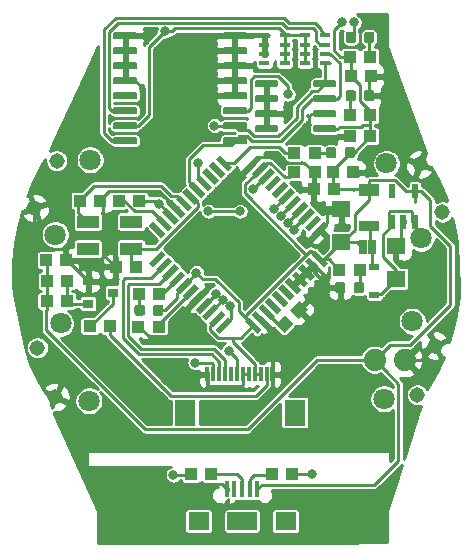
<source format=gbr>
G04 #@! TF.GenerationSoftware,KiCad,Pcbnew,(5.1.4)-1*
G04 #@! TF.CreationDate,2020-08-01T17:35:12+02:00*
G04 #@! TF.ProjectId,ArduinoProMicroUSB,41726475-696e-46f5-9072-6f4d6963726f,rev?*
G04 #@! TF.SameCoordinates,Original*
G04 #@! TF.FileFunction,Copper,L2,Bot*
G04 #@! TF.FilePolarity,Positive*
%FSLAX46Y46*%
G04 Gerber Fmt 4.6, Leading zero omitted, Abs format (unit mm)*
G04 Created by KiCad (PCBNEW (5.1.4)-1) date 2020-08-01 17:35:12*
%MOMM*%
%LPD*%
G04 APERTURE LIST*
%ADD10C,0.100000*%
%ADD11C,0.600000*%
%ADD12R,0.828040X0.629920*%
%ADD13C,0.875000*%
%ADD14C,1.879600*%
%ADD15R,0.398780X1.399540*%
%ADD16R,1.798320X1.498600*%
%ADD17R,2.499360X1.498600*%
%ADD18R,1.099820X0.998220*%
%ADD19R,1.800000X2.200000*%
%ADD20R,0.300000X1.300000*%
%ADD21R,0.899160X0.797560*%
%ADD22R,0.900000X0.400000*%
%ADD23C,1.308000*%
%ADD24C,1.800000*%
%ADD25C,0.998220*%
%ADD26R,1.597660X1.399540*%
%ADD27R,1.770000X1.090000*%
%ADD28R,1.770000X0.940000*%
%ADD29R,0.635000X1.270000*%
%ADD30R,0.548640X1.198880*%
%ADD31C,0.508000*%
%ADD32R,1.899920X1.099820*%
%ADD33C,0.800000*%
%ADD34C,0.250000*%
%ADD35C,0.254000*%
G04 APERTURE END LIST*
D10*
G36*
X162101703Y-49294222D02*
G01*
X162116264Y-49296382D01*
X162130543Y-49299959D01*
X162144403Y-49304918D01*
X162157710Y-49311212D01*
X162170336Y-49318780D01*
X162182159Y-49327548D01*
X162193066Y-49337434D01*
X162202952Y-49348341D01*
X162211720Y-49360164D01*
X162219288Y-49372790D01*
X162225582Y-49386097D01*
X162230541Y-49399957D01*
X162234118Y-49414236D01*
X162236278Y-49428797D01*
X162237000Y-49443500D01*
X162237000Y-49743500D01*
X162236278Y-49758203D01*
X162234118Y-49772764D01*
X162230541Y-49787043D01*
X162225582Y-49800903D01*
X162219288Y-49814210D01*
X162211720Y-49826836D01*
X162202952Y-49838659D01*
X162193066Y-49849566D01*
X162182159Y-49859452D01*
X162170336Y-49868220D01*
X162157710Y-49875788D01*
X162144403Y-49882082D01*
X162130543Y-49887041D01*
X162116264Y-49890618D01*
X162101703Y-49892778D01*
X162087000Y-49893500D01*
X160337000Y-49893500D01*
X160322297Y-49892778D01*
X160307736Y-49890618D01*
X160293457Y-49887041D01*
X160279597Y-49882082D01*
X160266290Y-49875788D01*
X160253664Y-49868220D01*
X160241841Y-49859452D01*
X160230934Y-49849566D01*
X160221048Y-49838659D01*
X160212280Y-49826836D01*
X160204712Y-49814210D01*
X160198418Y-49800903D01*
X160193459Y-49787043D01*
X160189882Y-49772764D01*
X160187722Y-49758203D01*
X160187000Y-49743500D01*
X160187000Y-49443500D01*
X160187722Y-49428797D01*
X160189882Y-49414236D01*
X160193459Y-49399957D01*
X160198418Y-49386097D01*
X160204712Y-49372790D01*
X160212280Y-49360164D01*
X160221048Y-49348341D01*
X160230934Y-49337434D01*
X160241841Y-49327548D01*
X160253664Y-49318780D01*
X160266290Y-49311212D01*
X160279597Y-49304918D01*
X160293457Y-49299959D01*
X160307736Y-49296382D01*
X160322297Y-49294222D01*
X160337000Y-49293500D01*
X162087000Y-49293500D01*
X162101703Y-49294222D01*
X162101703Y-49294222D01*
G37*
D11*
X161212000Y-49593500D03*
D10*
G36*
X162101703Y-48024222D02*
G01*
X162116264Y-48026382D01*
X162130543Y-48029959D01*
X162144403Y-48034918D01*
X162157710Y-48041212D01*
X162170336Y-48048780D01*
X162182159Y-48057548D01*
X162193066Y-48067434D01*
X162202952Y-48078341D01*
X162211720Y-48090164D01*
X162219288Y-48102790D01*
X162225582Y-48116097D01*
X162230541Y-48129957D01*
X162234118Y-48144236D01*
X162236278Y-48158797D01*
X162237000Y-48173500D01*
X162237000Y-48473500D01*
X162236278Y-48488203D01*
X162234118Y-48502764D01*
X162230541Y-48517043D01*
X162225582Y-48530903D01*
X162219288Y-48544210D01*
X162211720Y-48556836D01*
X162202952Y-48568659D01*
X162193066Y-48579566D01*
X162182159Y-48589452D01*
X162170336Y-48598220D01*
X162157710Y-48605788D01*
X162144403Y-48612082D01*
X162130543Y-48617041D01*
X162116264Y-48620618D01*
X162101703Y-48622778D01*
X162087000Y-48623500D01*
X160337000Y-48623500D01*
X160322297Y-48622778D01*
X160307736Y-48620618D01*
X160293457Y-48617041D01*
X160279597Y-48612082D01*
X160266290Y-48605788D01*
X160253664Y-48598220D01*
X160241841Y-48589452D01*
X160230934Y-48579566D01*
X160221048Y-48568659D01*
X160212280Y-48556836D01*
X160204712Y-48544210D01*
X160198418Y-48530903D01*
X160193459Y-48517043D01*
X160189882Y-48502764D01*
X160187722Y-48488203D01*
X160187000Y-48473500D01*
X160187000Y-48173500D01*
X160187722Y-48158797D01*
X160189882Y-48144236D01*
X160193459Y-48129957D01*
X160198418Y-48116097D01*
X160204712Y-48102790D01*
X160212280Y-48090164D01*
X160221048Y-48078341D01*
X160230934Y-48067434D01*
X160241841Y-48057548D01*
X160253664Y-48048780D01*
X160266290Y-48041212D01*
X160279597Y-48034918D01*
X160293457Y-48029959D01*
X160307736Y-48026382D01*
X160322297Y-48024222D01*
X160337000Y-48023500D01*
X162087000Y-48023500D01*
X162101703Y-48024222D01*
X162101703Y-48024222D01*
G37*
D11*
X161212000Y-48323500D03*
D10*
G36*
X162101703Y-46754222D02*
G01*
X162116264Y-46756382D01*
X162130543Y-46759959D01*
X162144403Y-46764918D01*
X162157710Y-46771212D01*
X162170336Y-46778780D01*
X162182159Y-46787548D01*
X162193066Y-46797434D01*
X162202952Y-46808341D01*
X162211720Y-46820164D01*
X162219288Y-46832790D01*
X162225582Y-46846097D01*
X162230541Y-46859957D01*
X162234118Y-46874236D01*
X162236278Y-46888797D01*
X162237000Y-46903500D01*
X162237000Y-47203500D01*
X162236278Y-47218203D01*
X162234118Y-47232764D01*
X162230541Y-47247043D01*
X162225582Y-47260903D01*
X162219288Y-47274210D01*
X162211720Y-47286836D01*
X162202952Y-47298659D01*
X162193066Y-47309566D01*
X162182159Y-47319452D01*
X162170336Y-47328220D01*
X162157710Y-47335788D01*
X162144403Y-47342082D01*
X162130543Y-47347041D01*
X162116264Y-47350618D01*
X162101703Y-47352778D01*
X162087000Y-47353500D01*
X160337000Y-47353500D01*
X160322297Y-47352778D01*
X160307736Y-47350618D01*
X160293457Y-47347041D01*
X160279597Y-47342082D01*
X160266290Y-47335788D01*
X160253664Y-47328220D01*
X160241841Y-47319452D01*
X160230934Y-47309566D01*
X160221048Y-47298659D01*
X160212280Y-47286836D01*
X160204712Y-47274210D01*
X160198418Y-47260903D01*
X160193459Y-47247043D01*
X160189882Y-47232764D01*
X160187722Y-47218203D01*
X160187000Y-47203500D01*
X160187000Y-46903500D01*
X160187722Y-46888797D01*
X160189882Y-46874236D01*
X160193459Y-46859957D01*
X160198418Y-46846097D01*
X160204712Y-46832790D01*
X160212280Y-46820164D01*
X160221048Y-46808341D01*
X160230934Y-46797434D01*
X160241841Y-46787548D01*
X160253664Y-46778780D01*
X160266290Y-46771212D01*
X160279597Y-46764918D01*
X160293457Y-46759959D01*
X160307736Y-46756382D01*
X160322297Y-46754222D01*
X160337000Y-46753500D01*
X162087000Y-46753500D01*
X162101703Y-46754222D01*
X162101703Y-46754222D01*
G37*
D11*
X161212000Y-47053500D03*
D10*
G36*
X162101703Y-45484222D02*
G01*
X162116264Y-45486382D01*
X162130543Y-45489959D01*
X162144403Y-45494918D01*
X162157710Y-45501212D01*
X162170336Y-45508780D01*
X162182159Y-45517548D01*
X162193066Y-45527434D01*
X162202952Y-45538341D01*
X162211720Y-45550164D01*
X162219288Y-45562790D01*
X162225582Y-45576097D01*
X162230541Y-45589957D01*
X162234118Y-45604236D01*
X162236278Y-45618797D01*
X162237000Y-45633500D01*
X162237000Y-45933500D01*
X162236278Y-45948203D01*
X162234118Y-45962764D01*
X162230541Y-45977043D01*
X162225582Y-45990903D01*
X162219288Y-46004210D01*
X162211720Y-46016836D01*
X162202952Y-46028659D01*
X162193066Y-46039566D01*
X162182159Y-46049452D01*
X162170336Y-46058220D01*
X162157710Y-46065788D01*
X162144403Y-46072082D01*
X162130543Y-46077041D01*
X162116264Y-46080618D01*
X162101703Y-46082778D01*
X162087000Y-46083500D01*
X160337000Y-46083500D01*
X160322297Y-46082778D01*
X160307736Y-46080618D01*
X160293457Y-46077041D01*
X160279597Y-46072082D01*
X160266290Y-46065788D01*
X160253664Y-46058220D01*
X160241841Y-46049452D01*
X160230934Y-46039566D01*
X160221048Y-46028659D01*
X160212280Y-46016836D01*
X160204712Y-46004210D01*
X160198418Y-45990903D01*
X160193459Y-45977043D01*
X160189882Y-45962764D01*
X160187722Y-45948203D01*
X160187000Y-45933500D01*
X160187000Y-45633500D01*
X160187722Y-45618797D01*
X160189882Y-45604236D01*
X160193459Y-45589957D01*
X160198418Y-45576097D01*
X160204712Y-45562790D01*
X160212280Y-45550164D01*
X160221048Y-45538341D01*
X160230934Y-45527434D01*
X160241841Y-45517548D01*
X160253664Y-45508780D01*
X160266290Y-45501212D01*
X160279597Y-45494918D01*
X160293457Y-45489959D01*
X160307736Y-45486382D01*
X160322297Y-45484222D01*
X160337000Y-45483500D01*
X162087000Y-45483500D01*
X162101703Y-45484222D01*
X162101703Y-45484222D01*
G37*
D11*
X161212000Y-45783500D03*
D10*
G36*
X162101703Y-44214222D02*
G01*
X162116264Y-44216382D01*
X162130543Y-44219959D01*
X162144403Y-44224918D01*
X162157710Y-44231212D01*
X162170336Y-44238780D01*
X162182159Y-44247548D01*
X162193066Y-44257434D01*
X162202952Y-44268341D01*
X162211720Y-44280164D01*
X162219288Y-44292790D01*
X162225582Y-44306097D01*
X162230541Y-44319957D01*
X162234118Y-44334236D01*
X162236278Y-44348797D01*
X162237000Y-44363500D01*
X162237000Y-44663500D01*
X162236278Y-44678203D01*
X162234118Y-44692764D01*
X162230541Y-44707043D01*
X162225582Y-44720903D01*
X162219288Y-44734210D01*
X162211720Y-44746836D01*
X162202952Y-44758659D01*
X162193066Y-44769566D01*
X162182159Y-44779452D01*
X162170336Y-44788220D01*
X162157710Y-44795788D01*
X162144403Y-44802082D01*
X162130543Y-44807041D01*
X162116264Y-44810618D01*
X162101703Y-44812778D01*
X162087000Y-44813500D01*
X160337000Y-44813500D01*
X160322297Y-44812778D01*
X160307736Y-44810618D01*
X160293457Y-44807041D01*
X160279597Y-44802082D01*
X160266290Y-44795788D01*
X160253664Y-44788220D01*
X160241841Y-44779452D01*
X160230934Y-44769566D01*
X160221048Y-44758659D01*
X160212280Y-44746836D01*
X160204712Y-44734210D01*
X160198418Y-44720903D01*
X160193459Y-44707043D01*
X160189882Y-44692764D01*
X160187722Y-44678203D01*
X160187000Y-44663500D01*
X160187000Y-44363500D01*
X160187722Y-44348797D01*
X160189882Y-44334236D01*
X160193459Y-44319957D01*
X160198418Y-44306097D01*
X160204712Y-44292790D01*
X160212280Y-44280164D01*
X160221048Y-44268341D01*
X160230934Y-44257434D01*
X160241841Y-44247548D01*
X160253664Y-44238780D01*
X160266290Y-44231212D01*
X160279597Y-44224918D01*
X160293457Y-44219959D01*
X160307736Y-44216382D01*
X160322297Y-44214222D01*
X160337000Y-44213500D01*
X162087000Y-44213500D01*
X162101703Y-44214222D01*
X162101703Y-44214222D01*
G37*
D11*
X161212000Y-44513500D03*
D10*
G36*
X162101703Y-42944222D02*
G01*
X162116264Y-42946382D01*
X162130543Y-42949959D01*
X162144403Y-42954918D01*
X162157710Y-42961212D01*
X162170336Y-42968780D01*
X162182159Y-42977548D01*
X162193066Y-42987434D01*
X162202952Y-42998341D01*
X162211720Y-43010164D01*
X162219288Y-43022790D01*
X162225582Y-43036097D01*
X162230541Y-43049957D01*
X162234118Y-43064236D01*
X162236278Y-43078797D01*
X162237000Y-43093500D01*
X162237000Y-43393500D01*
X162236278Y-43408203D01*
X162234118Y-43422764D01*
X162230541Y-43437043D01*
X162225582Y-43450903D01*
X162219288Y-43464210D01*
X162211720Y-43476836D01*
X162202952Y-43488659D01*
X162193066Y-43499566D01*
X162182159Y-43509452D01*
X162170336Y-43518220D01*
X162157710Y-43525788D01*
X162144403Y-43532082D01*
X162130543Y-43537041D01*
X162116264Y-43540618D01*
X162101703Y-43542778D01*
X162087000Y-43543500D01*
X160337000Y-43543500D01*
X160322297Y-43542778D01*
X160307736Y-43540618D01*
X160293457Y-43537041D01*
X160279597Y-43532082D01*
X160266290Y-43525788D01*
X160253664Y-43518220D01*
X160241841Y-43509452D01*
X160230934Y-43499566D01*
X160221048Y-43488659D01*
X160212280Y-43476836D01*
X160204712Y-43464210D01*
X160198418Y-43450903D01*
X160193459Y-43437043D01*
X160189882Y-43422764D01*
X160187722Y-43408203D01*
X160187000Y-43393500D01*
X160187000Y-43093500D01*
X160187722Y-43078797D01*
X160189882Y-43064236D01*
X160193459Y-43049957D01*
X160198418Y-43036097D01*
X160204712Y-43022790D01*
X160212280Y-43010164D01*
X160221048Y-42998341D01*
X160230934Y-42987434D01*
X160241841Y-42977548D01*
X160253664Y-42968780D01*
X160266290Y-42961212D01*
X160279597Y-42954918D01*
X160293457Y-42949959D01*
X160307736Y-42946382D01*
X160322297Y-42944222D01*
X160337000Y-42943500D01*
X162087000Y-42943500D01*
X162101703Y-42944222D01*
X162101703Y-42944222D01*
G37*
D11*
X161212000Y-43243500D03*
D10*
G36*
X162101703Y-41674222D02*
G01*
X162116264Y-41676382D01*
X162130543Y-41679959D01*
X162144403Y-41684918D01*
X162157710Y-41691212D01*
X162170336Y-41698780D01*
X162182159Y-41707548D01*
X162193066Y-41717434D01*
X162202952Y-41728341D01*
X162211720Y-41740164D01*
X162219288Y-41752790D01*
X162225582Y-41766097D01*
X162230541Y-41779957D01*
X162234118Y-41794236D01*
X162236278Y-41808797D01*
X162237000Y-41823500D01*
X162237000Y-42123500D01*
X162236278Y-42138203D01*
X162234118Y-42152764D01*
X162230541Y-42167043D01*
X162225582Y-42180903D01*
X162219288Y-42194210D01*
X162211720Y-42206836D01*
X162202952Y-42218659D01*
X162193066Y-42229566D01*
X162182159Y-42239452D01*
X162170336Y-42248220D01*
X162157710Y-42255788D01*
X162144403Y-42262082D01*
X162130543Y-42267041D01*
X162116264Y-42270618D01*
X162101703Y-42272778D01*
X162087000Y-42273500D01*
X160337000Y-42273500D01*
X160322297Y-42272778D01*
X160307736Y-42270618D01*
X160293457Y-42267041D01*
X160279597Y-42262082D01*
X160266290Y-42255788D01*
X160253664Y-42248220D01*
X160241841Y-42239452D01*
X160230934Y-42229566D01*
X160221048Y-42218659D01*
X160212280Y-42206836D01*
X160204712Y-42194210D01*
X160198418Y-42180903D01*
X160193459Y-42167043D01*
X160189882Y-42152764D01*
X160187722Y-42138203D01*
X160187000Y-42123500D01*
X160187000Y-41823500D01*
X160187722Y-41808797D01*
X160189882Y-41794236D01*
X160193459Y-41779957D01*
X160198418Y-41766097D01*
X160204712Y-41752790D01*
X160212280Y-41740164D01*
X160221048Y-41728341D01*
X160230934Y-41717434D01*
X160241841Y-41707548D01*
X160253664Y-41698780D01*
X160266290Y-41691212D01*
X160279597Y-41684918D01*
X160293457Y-41679959D01*
X160307736Y-41676382D01*
X160322297Y-41674222D01*
X160337000Y-41673500D01*
X162087000Y-41673500D01*
X162101703Y-41674222D01*
X162101703Y-41674222D01*
G37*
D11*
X161212000Y-41973500D03*
D10*
G36*
X162101703Y-40404222D02*
G01*
X162116264Y-40406382D01*
X162130543Y-40409959D01*
X162144403Y-40414918D01*
X162157710Y-40421212D01*
X162170336Y-40428780D01*
X162182159Y-40437548D01*
X162193066Y-40447434D01*
X162202952Y-40458341D01*
X162211720Y-40470164D01*
X162219288Y-40482790D01*
X162225582Y-40496097D01*
X162230541Y-40509957D01*
X162234118Y-40524236D01*
X162236278Y-40538797D01*
X162237000Y-40553500D01*
X162237000Y-40853500D01*
X162236278Y-40868203D01*
X162234118Y-40882764D01*
X162230541Y-40897043D01*
X162225582Y-40910903D01*
X162219288Y-40924210D01*
X162211720Y-40936836D01*
X162202952Y-40948659D01*
X162193066Y-40959566D01*
X162182159Y-40969452D01*
X162170336Y-40978220D01*
X162157710Y-40985788D01*
X162144403Y-40992082D01*
X162130543Y-40997041D01*
X162116264Y-41000618D01*
X162101703Y-41002778D01*
X162087000Y-41003500D01*
X160337000Y-41003500D01*
X160322297Y-41002778D01*
X160307736Y-41000618D01*
X160293457Y-40997041D01*
X160279597Y-40992082D01*
X160266290Y-40985788D01*
X160253664Y-40978220D01*
X160241841Y-40969452D01*
X160230934Y-40959566D01*
X160221048Y-40948659D01*
X160212280Y-40936836D01*
X160204712Y-40924210D01*
X160198418Y-40910903D01*
X160193459Y-40897043D01*
X160189882Y-40882764D01*
X160187722Y-40868203D01*
X160187000Y-40853500D01*
X160187000Y-40553500D01*
X160187722Y-40538797D01*
X160189882Y-40524236D01*
X160193459Y-40509957D01*
X160198418Y-40496097D01*
X160204712Y-40482790D01*
X160212280Y-40470164D01*
X160221048Y-40458341D01*
X160230934Y-40447434D01*
X160241841Y-40437548D01*
X160253664Y-40428780D01*
X160266290Y-40421212D01*
X160279597Y-40414918D01*
X160293457Y-40409959D01*
X160307736Y-40406382D01*
X160322297Y-40404222D01*
X160337000Y-40403500D01*
X162087000Y-40403500D01*
X162101703Y-40404222D01*
X162101703Y-40404222D01*
G37*
D11*
X161212000Y-40703500D03*
D10*
G36*
X171401703Y-40404222D02*
G01*
X171416264Y-40406382D01*
X171430543Y-40409959D01*
X171444403Y-40414918D01*
X171457710Y-40421212D01*
X171470336Y-40428780D01*
X171482159Y-40437548D01*
X171493066Y-40447434D01*
X171502952Y-40458341D01*
X171511720Y-40470164D01*
X171519288Y-40482790D01*
X171525582Y-40496097D01*
X171530541Y-40509957D01*
X171534118Y-40524236D01*
X171536278Y-40538797D01*
X171537000Y-40553500D01*
X171537000Y-40853500D01*
X171536278Y-40868203D01*
X171534118Y-40882764D01*
X171530541Y-40897043D01*
X171525582Y-40910903D01*
X171519288Y-40924210D01*
X171511720Y-40936836D01*
X171502952Y-40948659D01*
X171493066Y-40959566D01*
X171482159Y-40969452D01*
X171470336Y-40978220D01*
X171457710Y-40985788D01*
X171444403Y-40992082D01*
X171430543Y-40997041D01*
X171416264Y-41000618D01*
X171401703Y-41002778D01*
X171387000Y-41003500D01*
X169637000Y-41003500D01*
X169622297Y-41002778D01*
X169607736Y-41000618D01*
X169593457Y-40997041D01*
X169579597Y-40992082D01*
X169566290Y-40985788D01*
X169553664Y-40978220D01*
X169541841Y-40969452D01*
X169530934Y-40959566D01*
X169521048Y-40948659D01*
X169512280Y-40936836D01*
X169504712Y-40924210D01*
X169498418Y-40910903D01*
X169493459Y-40897043D01*
X169489882Y-40882764D01*
X169487722Y-40868203D01*
X169487000Y-40853500D01*
X169487000Y-40553500D01*
X169487722Y-40538797D01*
X169489882Y-40524236D01*
X169493459Y-40509957D01*
X169498418Y-40496097D01*
X169504712Y-40482790D01*
X169512280Y-40470164D01*
X169521048Y-40458341D01*
X169530934Y-40447434D01*
X169541841Y-40437548D01*
X169553664Y-40428780D01*
X169566290Y-40421212D01*
X169579597Y-40414918D01*
X169593457Y-40409959D01*
X169607736Y-40406382D01*
X169622297Y-40404222D01*
X169637000Y-40403500D01*
X171387000Y-40403500D01*
X171401703Y-40404222D01*
X171401703Y-40404222D01*
G37*
D11*
X170512000Y-40703500D03*
D10*
G36*
X171401703Y-41674222D02*
G01*
X171416264Y-41676382D01*
X171430543Y-41679959D01*
X171444403Y-41684918D01*
X171457710Y-41691212D01*
X171470336Y-41698780D01*
X171482159Y-41707548D01*
X171493066Y-41717434D01*
X171502952Y-41728341D01*
X171511720Y-41740164D01*
X171519288Y-41752790D01*
X171525582Y-41766097D01*
X171530541Y-41779957D01*
X171534118Y-41794236D01*
X171536278Y-41808797D01*
X171537000Y-41823500D01*
X171537000Y-42123500D01*
X171536278Y-42138203D01*
X171534118Y-42152764D01*
X171530541Y-42167043D01*
X171525582Y-42180903D01*
X171519288Y-42194210D01*
X171511720Y-42206836D01*
X171502952Y-42218659D01*
X171493066Y-42229566D01*
X171482159Y-42239452D01*
X171470336Y-42248220D01*
X171457710Y-42255788D01*
X171444403Y-42262082D01*
X171430543Y-42267041D01*
X171416264Y-42270618D01*
X171401703Y-42272778D01*
X171387000Y-42273500D01*
X169637000Y-42273500D01*
X169622297Y-42272778D01*
X169607736Y-42270618D01*
X169593457Y-42267041D01*
X169579597Y-42262082D01*
X169566290Y-42255788D01*
X169553664Y-42248220D01*
X169541841Y-42239452D01*
X169530934Y-42229566D01*
X169521048Y-42218659D01*
X169512280Y-42206836D01*
X169504712Y-42194210D01*
X169498418Y-42180903D01*
X169493459Y-42167043D01*
X169489882Y-42152764D01*
X169487722Y-42138203D01*
X169487000Y-42123500D01*
X169487000Y-41823500D01*
X169487722Y-41808797D01*
X169489882Y-41794236D01*
X169493459Y-41779957D01*
X169498418Y-41766097D01*
X169504712Y-41752790D01*
X169512280Y-41740164D01*
X169521048Y-41728341D01*
X169530934Y-41717434D01*
X169541841Y-41707548D01*
X169553664Y-41698780D01*
X169566290Y-41691212D01*
X169579597Y-41684918D01*
X169593457Y-41679959D01*
X169607736Y-41676382D01*
X169622297Y-41674222D01*
X169637000Y-41673500D01*
X171387000Y-41673500D01*
X171401703Y-41674222D01*
X171401703Y-41674222D01*
G37*
D11*
X170512000Y-41973500D03*
D10*
G36*
X171401703Y-42944222D02*
G01*
X171416264Y-42946382D01*
X171430543Y-42949959D01*
X171444403Y-42954918D01*
X171457710Y-42961212D01*
X171470336Y-42968780D01*
X171482159Y-42977548D01*
X171493066Y-42987434D01*
X171502952Y-42998341D01*
X171511720Y-43010164D01*
X171519288Y-43022790D01*
X171525582Y-43036097D01*
X171530541Y-43049957D01*
X171534118Y-43064236D01*
X171536278Y-43078797D01*
X171537000Y-43093500D01*
X171537000Y-43393500D01*
X171536278Y-43408203D01*
X171534118Y-43422764D01*
X171530541Y-43437043D01*
X171525582Y-43450903D01*
X171519288Y-43464210D01*
X171511720Y-43476836D01*
X171502952Y-43488659D01*
X171493066Y-43499566D01*
X171482159Y-43509452D01*
X171470336Y-43518220D01*
X171457710Y-43525788D01*
X171444403Y-43532082D01*
X171430543Y-43537041D01*
X171416264Y-43540618D01*
X171401703Y-43542778D01*
X171387000Y-43543500D01*
X169637000Y-43543500D01*
X169622297Y-43542778D01*
X169607736Y-43540618D01*
X169593457Y-43537041D01*
X169579597Y-43532082D01*
X169566290Y-43525788D01*
X169553664Y-43518220D01*
X169541841Y-43509452D01*
X169530934Y-43499566D01*
X169521048Y-43488659D01*
X169512280Y-43476836D01*
X169504712Y-43464210D01*
X169498418Y-43450903D01*
X169493459Y-43437043D01*
X169489882Y-43422764D01*
X169487722Y-43408203D01*
X169487000Y-43393500D01*
X169487000Y-43093500D01*
X169487722Y-43078797D01*
X169489882Y-43064236D01*
X169493459Y-43049957D01*
X169498418Y-43036097D01*
X169504712Y-43022790D01*
X169512280Y-43010164D01*
X169521048Y-42998341D01*
X169530934Y-42987434D01*
X169541841Y-42977548D01*
X169553664Y-42968780D01*
X169566290Y-42961212D01*
X169579597Y-42954918D01*
X169593457Y-42949959D01*
X169607736Y-42946382D01*
X169622297Y-42944222D01*
X169637000Y-42943500D01*
X171387000Y-42943500D01*
X171401703Y-42944222D01*
X171401703Y-42944222D01*
G37*
D11*
X170512000Y-43243500D03*
D10*
G36*
X171401703Y-44214222D02*
G01*
X171416264Y-44216382D01*
X171430543Y-44219959D01*
X171444403Y-44224918D01*
X171457710Y-44231212D01*
X171470336Y-44238780D01*
X171482159Y-44247548D01*
X171493066Y-44257434D01*
X171502952Y-44268341D01*
X171511720Y-44280164D01*
X171519288Y-44292790D01*
X171525582Y-44306097D01*
X171530541Y-44319957D01*
X171534118Y-44334236D01*
X171536278Y-44348797D01*
X171537000Y-44363500D01*
X171537000Y-44663500D01*
X171536278Y-44678203D01*
X171534118Y-44692764D01*
X171530541Y-44707043D01*
X171525582Y-44720903D01*
X171519288Y-44734210D01*
X171511720Y-44746836D01*
X171502952Y-44758659D01*
X171493066Y-44769566D01*
X171482159Y-44779452D01*
X171470336Y-44788220D01*
X171457710Y-44795788D01*
X171444403Y-44802082D01*
X171430543Y-44807041D01*
X171416264Y-44810618D01*
X171401703Y-44812778D01*
X171387000Y-44813500D01*
X169637000Y-44813500D01*
X169622297Y-44812778D01*
X169607736Y-44810618D01*
X169593457Y-44807041D01*
X169579597Y-44802082D01*
X169566290Y-44795788D01*
X169553664Y-44788220D01*
X169541841Y-44779452D01*
X169530934Y-44769566D01*
X169521048Y-44758659D01*
X169512280Y-44746836D01*
X169504712Y-44734210D01*
X169498418Y-44720903D01*
X169493459Y-44707043D01*
X169489882Y-44692764D01*
X169487722Y-44678203D01*
X169487000Y-44663500D01*
X169487000Y-44363500D01*
X169487722Y-44348797D01*
X169489882Y-44334236D01*
X169493459Y-44319957D01*
X169498418Y-44306097D01*
X169504712Y-44292790D01*
X169512280Y-44280164D01*
X169521048Y-44268341D01*
X169530934Y-44257434D01*
X169541841Y-44247548D01*
X169553664Y-44238780D01*
X169566290Y-44231212D01*
X169579597Y-44224918D01*
X169593457Y-44219959D01*
X169607736Y-44216382D01*
X169622297Y-44214222D01*
X169637000Y-44213500D01*
X171387000Y-44213500D01*
X171401703Y-44214222D01*
X171401703Y-44214222D01*
G37*
D11*
X170512000Y-44513500D03*
D10*
G36*
X171401703Y-45484222D02*
G01*
X171416264Y-45486382D01*
X171430543Y-45489959D01*
X171444403Y-45494918D01*
X171457710Y-45501212D01*
X171470336Y-45508780D01*
X171482159Y-45517548D01*
X171493066Y-45527434D01*
X171502952Y-45538341D01*
X171511720Y-45550164D01*
X171519288Y-45562790D01*
X171525582Y-45576097D01*
X171530541Y-45589957D01*
X171534118Y-45604236D01*
X171536278Y-45618797D01*
X171537000Y-45633500D01*
X171537000Y-45933500D01*
X171536278Y-45948203D01*
X171534118Y-45962764D01*
X171530541Y-45977043D01*
X171525582Y-45990903D01*
X171519288Y-46004210D01*
X171511720Y-46016836D01*
X171502952Y-46028659D01*
X171493066Y-46039566D01*
X171482159Y-46049452D01*
X171470336Y-46058220D01*
X171457710Y-46065788D01*
X171444403Y-46072082D01*
X171430543Y-46077041D01*
X171416264Y-46080618D01*
X171401703Y-46082778D01*
X171387000Y-46083500D01*
X169637000Y-46083500D01*
X169622297Y-46082778D01*
X169607736Y-46080618D01*
X169593457Y-46077041D01*
X169579597Y-46072082D01*
X169566290Y-46065788D01*
X169553664Y-46058220D01*
X169541841Y-46049452D01*
X169530934Y-46039566D01*
X169521048Y-46028659D01*
X169512280Y-46016836D01*
X169504712Y-46004210D01*
X169498418Y-45990903D01*
X169493459Y-45977043D01*
X169489882Y-45962764D01*
X169487722Y-45948203D01*
X169487000Y-45933500D01*
X169487000Y-45633500D01*
X169487722Y-45618797D01*
X169489882Y-45604236D01*
X169493459Y-45589957D01*
X169498418Y-45576097D01*
X169504712Y-45562790D01*
X169512280Y-45550164D01*
X169521048Y-45538341D01*
X169530934Y-45527434D01*
X169541841Y-45517548D01*
X169553664Y-45508780D01*
X169566290Y-45501212D01*
X169579597Y-45494918D01*
X169593457Y-45489959D01*
X169607736Y-45486382D01*
X169622297Y-45484222D01*
X169637000Y-45483500D01*
X171387000Y-45483500D01*
X171401703Y-45484222D01*
X171401703Y-45484222D01*
G37*
D11*
X170512000Y-45783500D03*
D10*
G36*
X171401703Y-46754222D02*
G01*
X171416264Y-46756382D01*
X171430543Y-46759959D01*
X171444403Y-46764918D01*
X171457710Y-46771212D01*
X171470336Y-46778780D01*
X171482159Y-46787548D01*
X171493066Y-46797434D01*
X171502952Y-46808341D01*
X171511720Y-46820164D01*
X171519288Y-46832790D01*
X171525582Y-46846097D01*
X171530541Y-46859957D01*
X171534118Y-46874236D01*
X171536278Y-46888797D01*
X171537000Y-46903500D01*
X171537000Y-47203500D01*
X171536278Y-47218203D01*
X171534118Y-47232764D01*
X171530541Y-47247043D01*
X171525582Y-47260903D01*
X171519288Y-47274210D01*
X171511720Y-47286836D01*
X171502952Y-47298659D01*
X171493066Y-47309566D01*
X171482159Y-47319452D01*
X171470336Y-47328220D01*
X171457710Y-47335788D01*
X171444403Y-47342082D01*
X171430543Y-47347041D01*
X171416264Y-47350618D01*
X171401703Y-47352778D01*
X171387000Y-47353500D01*
X169637000Y-47353500D01*
X169622297Y-47352778D01*
X169607736Y-47350618D01*
X169593457Y-47347041D01*
X169579597Y-47342082D01*
X169566290Y-47335788D01*
X169553664Y-47328220D01*
X169541841Y-47319452D01*
X169530934Y-47309566D01*
X169521048Y-47298659D01*
X169512280Y-47286836D01*
X169504712Y-47274210D01*
X169498418Y-47260903D01*
X169493459Y-47247043D01*
X169489882Y-47232764D01*
X169487722Y-47218203D01*
X169487000Y-47203500D01*
X169487000Y-46903500D01*
X169487722Y-46888797D01*
X169489882Y-46874236D01*
X169493459Y-46859957D01*
X169498418Y-46846097D01*
X169504712Y-46832790D01*
X169512280Y-46820164D01*
X169521048Y-46808341D01*
X169530934Y-46797434D01*
X169541841Y-46787548D01*
X169553664Y-46778780D01*
X169566290Y-46771212D01*
X169579597Y-46764918D01*
X169593457Y-46759959D01*
X169607736Y-46756382D01*
X169622297Y-46754222D01*
X169637000Y-46753500D01*
X171387000Y-46753500D01*
X171401703Y-46754222D01*
X171401703Y-46754222D01*
G37*
D11*
X170512000Y-47053500D03*
D10*
G36*
X171401703Y-48024222D02*
G01*
X171416264Y-48026382D01*
X171430543Y-48029959D01*
X171444403Y-48034918D01*
X171457710Y-48041212D01*
X171470336Y-48048780D01*
X171482159Y-48057548D01*
X171493066Y-48067434D01*
X171502952Y-48078341D01*
X171511720Y-48090164D01*
X171519288Y-48102790D01*
X171525582Y-48116097D01*
X171530541Y-48129957D01*
X171534118Y-48144236D01*
X171536278Y-48158797D01*
X171537000Y-48173500D01*
X171537000Y-48473500D01*
X171536278Y-48488203D01*
X171534118Y-48502764D01*
X171530541Y-48517043D01*
X171525582Y-48530903D01*
X171519288Y-48544210D01*
X171511720Y-48556836D01*
X171502952Y-48568659D01*
X171493066Y-48579566D01*
X171482159Y-48589452D01*
X171470336Y-48598220D01*
X171457710Y-48605788D01*
X171444403Y-48612082D01*
X171430543Y-48617041D01*
X171416264Y-48620618D01*
X171401703Y-48622778D01*
X171387000Y-48623500D01*
X169637000Y-48623500D01*
X169622297Y-48622778D01*
X169607736Y-48620618D01*
X169593457Y-48617041D01*
X169579597Y-48612082D01*
X169566290Y-48605788D01*
X169553664Y-48598220D01*
X169541841Y-48589452D01*
X169530934Y-48579566D01*
X169521048Y-48568659D01*
X169512280Y-48556836D01*
X169504712Y-48544210D01*
X169498418Y-48530903D01*
X169493459Y-48517043D01*
X169489882Y-48502764D01*
X169487722Y-48488203D01*
X169487000Y-48473500D01*
X169487000Y-48173500D01*
X169487722Y-48158797D01*
X169489882Y-48144236D01*
X169493459Y-48129957D01*
X169498418Y-48116097D01*
X169504712Y-48102790D01*
X169512280Y-48090164D01*
X169521048Y-48078341D01*
X169530934Y-48067434D01*
X169541841Y-48057548D01*
X169553664Y-48048780D01*
X169566290Y-48041212D01*
X169579597Y-48034918D01*
X169593457Y-48029959D01*
X169607736Y-48026382D01*
X169622297Y-48024222D01*
X169637000Y-48023500D01*
X171387000Y-48023500D01*
X171401703Y-48024222D01*
X171401703Y-48024222D01*
G37*
D11*
X170512000Y-48323500D03*
D10*
G36*
X171401703Y-49294222D02*
G01*
X171416264Y-49296382D01*
X171430543Y-49299959D01*
X171444403Y-49304918D01*
X171457710Y-49311212D01*
X171470336Y-49318780D01*
X171482159Y-49327548D01*
X171493066Y-49337434D01*
X171502952Y-49348341D01*
X171511720Y-49360164D01*
X171519288Y-49372790D01*
X171525582Y-49386097D01*
X171530541Y-49399957D01*
X171534118Y-49414236D01*
X171536278Y-49428797D01*
X171537000Y-49443500D01*
X171537000Y-49743500D01*
X171536278Y-49758203D01*
X171534118Y-49772764D01*
X171530541Y-49787043D01*
X171525582Y-49800903D01*
X171519288Y-49814210D01*
X171511720Y-49826836D01*
X171502952Y-49838659D01*
X171493066Y-49849566D01*
X171482159Y-49859452D01*
X171470336Y-49868220D01*
X171457710Y-49875788D01*
X171444403Y-49882082D01*
X171430543Y-49887041D01*
X171416264Y-49890618D01*
X171401703Y-49892778D01*
X171387000Y-49893500D01*
X169637000Y-49893500D01*
X169622297Y-49892778D01*
X169607736Y-49890618D01*
X169593457Y-49887041D01*
X169579597Y-49882082D01*
X169566290Y-49875788D01*
X169553664Y-49868220D01*
X169541841Y-49859452D01*
X169530934Y-49849566D01*
X169521048Y-49838659D01*
X169512280Y-49826836D01*
X169504712Y-49814210D01*
X169498418Y-49800903D01*
X169493459Y-49787043D01*
X169489882Y-49772764D01*
X169487722Y-49758203D01*
X169487000Y-49743500D01*
X169487000Y-49443500D01*
X169487722Y-49428797D01*
X169489882Y-49414236D01*
X169493459Y-49399957D01*
X169498418Y-49386097D01*
X169504712Y-49372790D01*
X169512280Y-49360164D01*
X169521048Y-49348341D01*
X169530934Y-49337434D01*
X169541841Y-49327548D01*
X169553664Y-49318780D01*
X169566290Y-49311212D01*
X169579597Y-49304918D01*
X169593457Y-49299959D01*
X169607736Y-49296382D01*
X169622297Y-49294222D01*
X169637000Y-49293500D01*
X171387000Y-49293500D01*
X171401703Y-49294222D01*
X171401703Y-49294222D01*
G37*
D11*
X170512000Y-49593500D03*
D12*
X182308500Y-60319920D03*
X182308500Y-62616080D03*
D10*
G36*
X179665691Y-61565553D02*
G01*
X179686926Y-61568703D01*
X179707750Y-61573919D01*
X179727962Y-61581151D01*
X179747368Y-61590330D01*
X179765781Y-61601366D01*
X179783024Y-61614154D01*
X179798930Y-61628570D01*
X179813346Y-61644476D01*
X179826134Y-61661719D01*
X179837170Y-61680132D01*
X179846349Y-61699538D01*
X179853581Y-61719750D01*
X179858797Y-61740574D01*
X179861947Y-61761809D01*
X179863000Y-61783250D01*
X179863000Y-62295750D01*
X179861947Y-62317191D01*
X179858797Y-62338426D01*
X179853581Y-62359250D01*
X179846349Y-62379462D01*
X179837170Y-62398868D01*
X179826134Y-62417281D01*
X179813346Y-62434524D01*
X179798930Y-62450430D01*
X179783024Y-62464846D01*
X179765781Y-62477634D01*
X179747368Y-62488670D01*
X179727962Y-62497849D01*
X179707750Y-62505081D01*
X179686926Y-62510297D01*
X179665691Y-62513447D01*
X179644250Y-62514500D01*
X179206750Y-62514500D01*
X179185309Y-62513447D01*
X179164074Y-62510297D01*
X179143250Y-62505081D01*
X179123038Y-62497849D01*
X179103632Y-62488670D01*
X179085219Y-62477634D01*
X179067976Y-62464846D01*
X179052070Y-62450430D01*
X179037654Y-62434524D01*
X179024866Y-62417281D01*
X179013830Y-62398868D01*
X179004651Y-62379462D01*
X178997419Y-62359250D01*
X178992203Y-62338426D01*
X178989053Y-62317191D01*
X178988000Y-62295750D01*
X178988000Y-61783250D01*
X178989053Y-61761809D01*
X178992203Y-61740574D01*
X178997419Y-61719750D01*
X179004651Y-61699538D01*
X179013830Y-61680132D01*
X179024866Y-61661719D01*
X179037654Y-61644476D01*
X179052070Y-61628570D01*
X179067976Y-61614154D01*
X179085219Y-61601366D01*
X179103632Y-61590330D01*
X179123038Y-61581151D01*
X179143250Y-61573919D01*
X179164074Y-61568703D01*
X179185309Y-61565553D01*
X179206750Y-61564500D01*
X179644250Y-61564500D01*
X179665691Y-61565553D01*
X179665691Y-61565553D01*
G37*
D13*
X179425500Y-62039500D03*
D10*
G36*
X181240691Y-61565553D02*
G01*
X181261926Y-61568703D01*
X181282750Y-61573919D01*
X181302962Y-61581151D01*
X181322368Y-61590330D01*
X181340781Y-61601366D01*
X181358024Y-61614154D01*
X181373930Y-61628570D01*
X181388346Y-61644476D01*
X181401134Y-61661719D01*
X181412170Y-61680132D01*
X181421349Y-61699538D01*
X181428581Y-61719750D01*
X181433797Y-61740574D01*
X181436947Y-61761809D01*
X181438000Y-61783250D01*
X181438000Y-62295750D01*
X181436947Y-62317191D01*
X181433797Y-62338426D01*
X181428581Y-62359250D01*
X181421349Y-62379462D01*
X181412170Y-62398868D01*
X181401134Y-62417281D01*
X181388346Y-62434524D01*
X181373930Y-62450430D01*
X181358024Y-62464846D01*
X181340781Y-62477634D01*
X181322368Y-62488670D01*
X181302962Y-62497849D01*
X181282750Y-62505081D01*
X181261926Y-62510297D01*
X181240691Y-62513447D01*
X181219250Y-62514500D01*
X180781750Y-62514500D01*
X180760309Y-62513447D01*
X180739074Y-62510297D01*
X180718250Y-62505081D01*
X180698038Y-62497849D01*
X180678632Y-62488670D01*
X180660219Y-62477634D01*
X180642976Y-62464846D01*
X180627070Y-62450430D01*
X180612654Y-62434524D01*
X180599866Y-62417281D01*
X180588830Y-62398868D01*
X180579651Y-62379462D01*
X180572419Y-62359250D01*
X180567203Y-62338426D01*
X180564053Y-62317191D01*
X180563000Y-62295750D01*
X180563000Y-61783250D01*
X180564053Y-61761809D01*
X180567203Y-61740574D01*
X180572419Y-61719750D01*
X180579651Y-61699538D01*
X180588830Y-61680132D01*
X180599866Y-61661719D01*
X180612654Y-61644476D01*
X180627070Y-61628570D01*
X180642976Y-61614154D01*
X180660219Y-61601366D01*
X180678632Y-61590330D01*
X180698038Y-61581151D01*
X180718250Y-61573919D01*
X180739074Y-61568703D01*
X180760309Y-61565553D01*
X180781750Y-61564500D01*
X181219250Y-61564500D01*
X181240691Y-61565553D01*
X181240691Y-61565553D01*
G37*
D13*
X181000500Y-62039500D03*
D10*
G36*
X178903691Y-50135553D02*
G01*
X178924926Y-50138703D01*
X178945750Y-50143919D01*
X178965962Y-50151151D01*
X178985368Y-50160330D01*
X179003781Y-50171366D01*
X179021024Y-50184154D01*
X179036930Y-50198570D01*
X179051346Y-50214476D01*
X179064134Y-50231719D01*
X179075170Y-50250132D01*
X179084349Y-50269538D01*
X179091581Y-50289750D01*
X179096797Y-50310574D01*
X179099947Y-50331809D01*
X179101000Y-50353250D01*
X179101000Y-50865750D01*
X179099947Y-50887191D01*
X179096797Y-50908426D01*
X179091581Y-50929250D01*
X179084349Y-50949462D01*
X179075170Y-50968868D01*
X179064134Y-50987281D01*
X179051346Y-51004524D01*
X179036930Y-51020430D01*
X179021024Y-51034846D01*
X179003781Y-51047634D01*
X178985368Y-51058670D01*
X178965962Y-51067849D01*
X178945750Y-51075081D01*
X178924926Y-51080297D01*
X178903691Y-51083447D01*
X178882250Y-51084500D01*
X178444750Y-51084500D01*
X178423309Y-51083447D01*
X178402074Y-51080297D01*
X178381250Y-51075081D01*
X178361038Y-51067849D01*
X178341632Y-51058670D01*
X178323219Y-51047634D01*
X178305976Y-51034846D01*
X178290070Y-51020430D01*
X178275654Y-51004524D01*
X178262866Y-50987281D01*
X178251830Y-50968868D01*
X178242651Y-50949462D01*
X178235419Y-50929250D01*
X178230203Y-50908426D01*
X178227053Y-50887191D01*
X178226000Y-50865750D01*
X178226000Y-50353250D01*
X178227053Y-50331809D01*
X178230203Y-50310574D01*
X178235419Y-50289750D01*
X178242651Y-50269538D01*
X178251830Y-50250132D01*
X178262866Y-50231719D01*
X178275654Y-50214476D01*
X178290070Y-50198570D01*
X178305976Y-50184154D01*
X178323219Y-50171366D01*
X178341632Y-50160330D01*
X178361038Y-50151151D01*
X178381250Y-50143919D01*
X178402074Y-50138703D01*
X178423309Y-50135553D01*
X178444750Y-50134500D01*
X178882250Y-50134500D01*
X178903691Y-50135553D01*
X178903691Y-50135553D01*
G37*
D13*
X178663500Y-50609500D03*
D10*
G36*
X180478691Y-50135553D02*
G01*
X180499926Y-50138703D01*
X180520750Y-50143919D01*
X180540962Y-50151151D01*
X180560368Y-50160330D01*
X180578781Y-50171366D01*
X180596024Y-50184154D01*
X180611930Y-50198570D01*
X180626346Y-50214476D01*
X180639134Y-50231719D01*
X180650170Y-50250132D01*
X180659349Y-50269538D01*
X180666581Y-50289750D01*
X180671797Y-50310574D01*
X180674947Y-50331809D01*
X180676000Y-50353250D01*
X180676000Y-50865750D01*
X180674947Y-50887191D01*
X180671797Y-50908426D01*
X180666581Y-50929250D01*
X180659349Y-50949462D01*
X180650170Y-50968868D01*
X180639134Y-50987281D01*
X180626346Y-51004524D01*
X180611930Y-51020430D01*
X180596024Y-51034846D01*
X180578781Y-51047634D01*
X180560368Y-51058670D01*
X180540962Y-51067849D01*
X180520750Y-51075081D01*
X180499926Y-51080297D01*
X180478691Y-51083447D01*
X180457250Y-51084500D01*
X180019750Y-51084500D01*
X179998309Y-51083447D01*
X179977074Y-51080297D01*
X179956250Y-51075081D01*
X179936038Y-51067849D01*
X179916632Y-51058670D01*
X179898219Y-51047634D01*
X179880976Y-51034846D01*
X179865070Y-51020430D01*
X179850654Y-51004524D01*
X179837866Y-50987281D01*
X179826830Y-50968868D01*
X179817651Y-50949462D01*
X179810419Y-50929250D01*
X179805203Y-50908426D01*
X179802053Y-50887191D01*
X179801000Y-50865750D01*
X179801000Y-50353250D01*
X179802053Y-50331809D01*
X179805203Y-50310574D01*
X179810419Y-50289750D01*
X179817651Y-50269538D01*
X179826830Y-50250132D01*
X179837866Y-50231719D01*
X179850654Y-50214476D01*
X179865070Y-50198570D01*
X179880976Y-50184154D01*
X179898219Y-50171366D01*
X179916632Y-50160330D01*
X179936038Y-50151151D01*
X179956250Y-50143919D01*
X179977074Y-50138703D01*
X179998309Y-50135553D01*
X180019750Y-50134500D01*
X180457250Y-50134500D01*
X180478691Y-50135553D01*
X180478691Y-50135553D01*
G37*
D13*
X180238500Y-50609500D03*
D10*
G36*
X164263331Y-63465473D02*
G01*
X164284566Y-63468623D01*
X164305390Y-63473839D01*
X164325602Y-63481071D01*
X164345008Y-63490250D01*
X164363421Y-63501286D01*
X164380664Y-63514074D01*
X164396570Y-63528490D01*
X164410986Y-63544396D01*
X164423774Y-63561639D01*
X164434810Y-63580052D01*
X164443989Y-63599458D01*
X164451221Y-63619670D01*
X164456437Y-63640494D01*
X164459587Y-63661729D01*
X164460640Y-63683170D01*
X164460640Y-64195670D01*
X164459587Y-64217111D01*
X164456437Y-64238346D01*
X164451221Y-64259170D01*
X164443989Y-64279382D01*
X164434810Y-64298788D01*
X164423774Y-64317201D01*
X164410986Y-64334444D01*
X164396570Y-64350350D01*
X164380664Y-64364766D01*
X164363421Y-64377554D01*
X164345008Y-64388590D01*
X164325602Y-64397769D01*
X164305390Y-64405001D01*
X164284566Y-64410217D01*
X164263331Y-64413367D01*
X164241890Y-64414420D01*
X163804390Y-64414420D01*
X163782949Y-64413367D01*
X163761714Y-64410217D01*
X163740890Y-64405001D01*
X163720678Y-64397769D01*
X163701272Y-64388590D01*
X163682859Y-64377554D01*
X163665616Y-64364766D01*
X163649710Y-64350350D01*
X163635294Y-64334444D01*
X163622506Y-64317201D01*
X163611470Y-64298788D01*
X163602291Y-64279382D01*
X163595059Y-64259170D01*
X163589843Y-64238346D01*
X163586693Y-64217111D01*
X163585640Y-64195670D01*
X163585640Y-63683170D01*
X163586693Y-63661729D01*
X163589843Y-63640494D01*
X163595059Y-63619670D01*
X163602291Y-63599458D01*
X163611470Y-63580052D01*
X163622506Y-63561639D01*
X163635294Y-63544396D01*
X163649710Y-63528490D01*
X163665616Y-63514074D01*
X163682859Y-63501286D01*
X163701272Y-63490250D01*
X163720678Y-63481071D01*
X163740890Y-63473839D01*
X163761714Y-63468623D01*
X163782949Y-63465473D01*
X163804390Y-63464420D01*
X164241890Y-63464420D01*
X164263331Y-63465473D01*
X164263331Y-63465473D01*
G37*
D13*
X164023140Y-63939420D03*
D10*
G36*
X162688331Y-63465473D02*
G01*
X162709566Y-63468623D01*
X162730390Y-63473839D01*
X162750602Y-63481071D01*
X162770008Y-63490250D01*
X162788421Y-63501286D01*
X162805664Y-63514074D01*
X162821570Y-63528490D01*
X162835986Y-63544396D01*
X162848774Y-63561639D01*
X162859810Y-63580052D01*
X162868989Y-63599458D01*
X162876221Y-63619670D01*
X162881437Y-63640494D01*
X162884587Y-63661729D01*
X162885640Y-63683170D01*
X162885640Y-64195670D01*
X162884587Y-64217111D01*
X162881437Y-64238346D01*
X162876221Y-64259170D01*
X162868989Y-64279382D01*
X162859810Y-64298788D01*
X162848774Y-64317201D01*
X162835986Y-64334444D01*
X162821570Y-64350350D01*
X162805664Y-64364766D01*
X162788421Y-64377554D01*
X162770008Y-64388590D01*
X162750602Y-64397769D01*
X162730390Y-64405001D01*
X162709566Y-64410217D01*
X162688331Y-64413367D01*
X162666890Y-64414420D01*
X162229390Y-64414420D01*
X162207949Y-64413367D01*
X162186714Y-64410217D01*
X162165890Y-64405001D01*
X162145678Y-64397769D01*
X162126272Y-64388590D01*
X162107859Y-64377554D01*
X162090616Y-64364766D01*
X162074710Y-64350350D01*
X162060294Y-64334444D01*
X162047506Y-64317201D01*
X162036470Y-64298788D01*
X162027291Y-64279382D01*
X162020059Y-64259170D01*
X162014843Y-64238346D01*
X162011693Y-64217111D01*
X162010640Y-64195670D01*
X162010640Y-63683170D01*
X162011693Y-63661729D01*
X162014843Y-63640494D01*
X162020059Y-63619670D01*
X162027291Y-63599458D01*
X162036470Y-63580052D01*
X162047506Y-63561639D01*
X162060294Y-63544396D01*
X162074710Y-63528490D01*
X162090616Y-63514074D01*
X162107859Y-63501286D01*
X162126272Y-63490250D01*
X162145678Y-63481071D01*
X162165890Y-63473839D01*
X162186714Y-63468623D01*
X162207949Y-63465473D01*
X162229390Y-63464420D01*
X162666890Y-63464420D01*
X162688331Y-63465473D01*
X162688331Y-63465473D01*
G37*
D13*
X162448140Y-63939420D03*
D14*
X182346600Y-68135500D03*
X184886600Y-68135500D03*
D15*
X171119800Y-79103220D03*
X171767500Y-79103220D03*
X169821860Y-79103220D03*
X170472100Y-79103220D03*
D16*
X167441880Y-81800700D03*
X174797720Y-81800700D03*
D17*
X171119800Y-81800700D03*
D15*
X172417740Y-79103220D03*
D18*
X156204920Y-59702700D03*
X154508200Y-59702700D03*
X180340000Y-44132500D03*
X182036720Y-44132500D03*
X180253640Y-49212500D03*
X181950360Y-49212500D03*
D10*
G36*
X180554691Y-40356553D02*
G01*
X180575926Y-40359703D01*
X180596750Y-40364919D01*
X180616962Y-40372151D01*
X180636368Y-40381330D01*
X180654781Y-40392366D01*
X180672024Y-40405154D01*
X180687930Y-40419570D01*
X180702346Y-40435476D01*
X180715134Y-40452719D01*
X180726170Y-40471132D01*
X180735349Y-40490538D01*
X180742581Y-40510750D01*
X180747797Y-40531574D01*
X180750947Y-40552809D01*
X180752000Y-40574250D01*
X180752000Y-41086750D01*
X180750947Y-41108191D01*
X180747797Y-41129426D01*
X180742581Y-41150250D01*
X180735349Y-41170462D01*
X180726170Y-41189868D01*
X180715134Y-41208281D01*
X180702346Y-41225524D01*
X180687930Y-41241430D01*
X180672024Y-41255846D01*
X180654781Y-41268634D01*
X180636368Y-41279670D01*
X180616962Y-41288849D01*
X180596750Y-41296081D01*
X180575926Y-41301297D01*
X180554691Y-41304447D01*
X180533250Y-41305500D01*
X180095750Y-41305500D01*
X180074309Y-41304447D01*
X180053074Y-41301297D01*
X180032250Y-41296081D01*
X180012038Y-41288849D01*
X179992632Y-41279670D01*
X179974219Y-41268634D01*
X179956976Y-41255846D01*
X179941070Y-41241430D01*
X179926654Y-41225524D01*
X179913866Y-41208281D01*
X179902830Y-41189868D01*
X179893651Y-41170462D01*
X179886419Y-41150250D01*
X179881203Y-41129426D01*
X179878053Y-41108191D01*
X179877000Y-41086750D01*
X179877000Y-40574250D01*
X179878053Y-40552809D01*
X179881203Y-40531574D01*
X179886419Y-40510750D01*
X179893651Y-40490538D01*
X179902830Y-40471132D01*
X179913866Y-40452719D01*
X179926654Y-40435476D01*
X179941070Y-40419570D01*
X179956976Y-40405154D01*
X179974219Y-40392366D01*
X179992632Y-40381330D01*
X180012038Y-40372151D01*
X180032250Y-40364919D01*
X180053074Y-40359703D01*
X180074309Y-40356553D01*
X180095750Y-40355500D01*
X180533250Y-40355500D01*
X180554691Y-40356553D01*
X180554691Y-40356553D01*
G37*
D13*
X180314500Y-40830500D03*
D10*
G36*
X182129691Y-40356553D02*
G01*
X182150926Y-40359703D01*
X182171750Y-40364919D01*
X182191962Y-40372151D01*
X182211368Y-40381330D01*
X182229781Y-40392366D01*
X182247024Y-40405154D01*
X182262930Y-40419570D01*
X182277346Y-40435476D01*
X182290134Y-40452719D01*
X182301170Y-40471132D01*
X182310349Y-40490538D01*
X182317581Y-40510750D01*
X182322797Y-40531574D01*
X182325947Y-40552809D01*
X182327000Y-40574250D01*
X182327000Y-41086750D01*
X182325947Y-41108191D01*
X182322797Y-41129426D01*
X182317581Y-41150250D01*
X182310349Y-41170462D01*
X182301170Y-41189868D01*
X182290134Y-41208281D01*
X182277346Y-41225524D01*
X182262930Y-41241430D01*
X182247024Y-41255846D01*
X182229781Y-41268634D01*
X182211368Y-41279670D01*
X182191962Y-41288849D01*
X182171750Y-41296081D01*
X182150926Y-41301297D01*
X182129691Y-41304447D01*
X182108250Y-41305500D01*
X181670750Y-41305500D01*
X181649309Y-41304447D01*
X181628074Y-41301297D01*
X181607250Y-41296081D01*
X181587038Y-41288849D01*
X181567632Y-41279670D01*
X181549219Y-41268634D01*
X181531976Y-41255846D01*
X181516070Y-41241430D01*
X181501654Y-41225524D01*
X181488866Y-41208281D01*
X181477830Y-41189868D01*
X181468651Y-41170462D01*
X181461419Y-41150250D01*
X181456203Y-41129426D01*
X181453053Y-41108191D01*
X181452000Y-41086750D01*
X181452000Y-40574250D01*
X181453053Y-40552809D01*
X181456203Y-40531574D01*
X181461419Y-40510750D01*
X181468651Y-40490538D01*
X181477830Y-40471132D01*
X181488866Y-40452719D01*
X181501654Y-40435476D01*
X181516070Y-40419570D01*
X181531976Y-40405154D01*
X181549219Y-40392366D01*
X181567632Y-40381330D01*
X181587038Y-40372151D01*
X181607250Y-40364919D01*
X181628074Y-40359703D01*
X181649309Y-40356553D01*
X181670750Y-40355500D01*
X182108250Y-40355500D01*
X182129691Y-40356553D01*
X182129691Y-40356553D01*
G37*
D13*
X181889500Y-40830500D03*
D10*
G36*
X180554691Y-45309553D02*
G01*
X180575926Y-45312703D01*
X180596750Y-45317919D01*
X180616962Y-45325151D01*
X180636368Y-45334330D01*
X180654781Y-45345366D01*
X180672024Y-45358154D01*
X180687930Y-45372570D01*
X180702346Y-45388476D01*
X180715134Y-45405719D01*
X180726170Y-45424132D01*
X180735349Y-45443538D01*
X180742581Y-45463750D01*
X180747797Y-45484574D01*
X180750947Y-45505809D01*
X180752000Y-45527250D01*
X180752000Y-46039750D01*
X180750947Y-46061191D01*
X180747797Y-46082426D01*
X180742581Y-46103250D01*
X180735349Y-46123462D01*
X180726170Y-46142868D01*
X180715134Y-46161281D01*
X180702346Y-46178524D01*
X180687930Y-46194430D01*
X180672024Y-46208846D01*
X180654781Y-46221634D01*
X180636368Y-46232670D01*
X180616962Y-46241849D01*
X180596750Y-46249081D01*
X180575926Y-46254297D01*
X180554691Y-46257447D01*
X180533250Y-46258500D01*
X180095750Y-46258500D01*
X180074309Y-46257447D01*
X180053074Y-46254297D01*
X180032250Y-46249081D01*
X180012038Y-46241849D01*
X179992632Y-46232670D01*
X179974219Y-46221634D01*
X179956976Y-46208846D01*
X179941070Y-46194430D01*
X179926654Y-46178524D01*
X179913866Y-46161281D01*
X179902830Y-46142868D01*
X179893651Y-46123462D01*
X179886419Y-46103250D01*
X179881203Y-46082426D01*
X179878053Y-46061191D01*
X179877000Y-46039750D01*
X179877000Y-45527250D01*
X179878053Y-45505809D01*
X179881203Y-45484574D01*
X179886419Y-45463750D01*
X179893651Y-45443538D01*
X179902830Y-45424132D01*
X179913866Y-45405719D01*
X179926654Y-45388476D01*
X179941070Y-45372570D01*
X179956976Y-45358154D01*
X179974219Y-45345366D01*
X179992632Y-45334330D01*
X180012038Y-45325151D01*
X180032250Y-45317919D01*
X180053074Y-45312703D01*
X180074309Y-45309553D01*
X180095750Y-45308500D01*
X180533250Y-45308500D01*
X180554691Y-45309553D01*
X180554691Y-45309553D01*
G37*
D13*
X180314500Y-45783500D03*
D10*
G36*
X182129691Y-45309553D02*
G01*
X182150926Y-45312703D01*
X182171750Y-45317919D01*
X182191962Y-45325151D01*
X182211368Y-45334330D01*
X182229781Y-45345366D01*
X182247024Y-45358154D01*
X182262930Y-45372570D01*
X182277346Y-45388476D01*
X182290134Y-45405719D01*
X182301170Y-45424132D01*
X182310349Y-45443538D01*
X182317581Y-45463750D01*
X182322797Y-45484574D01*
X182325947Y-45505809D01*
X182327000Y-45527250D01*
X182327000Y-46039750D01*
X182325947Y-46061191D01*
X182322797Y-46082426D01*
X182317581Y-46103250D01*
X182310349Y-46123462D01*
X182301170Y-46142868D01*
X182290134Y-46161281D01*
X182277346Y-46178524D01*
X182262930Y-46194430D01*
X182247024Y-46208846D01*
X182229781Y-46221634D01*
X182211368Y-46232670D01*
X182191962Y-46241849D01*
X182171750Y-46249081D01*
X182150926Y-46254297D01*
X182129691Y-46257447D01*
X182108250Y-46258500D01*
X181670750Y-46258500D01*
X181649309Y-46257447D01*
X181628074Y-46254297D01*
X181607250Y-46249081D01*
X181587038Y-46241849D01*
X181567632Y-46232670D01*
X181549219Y-46221634D01*
X181531976Y-46208846D01*
X181516070Y-46194430D01*
X181501654Y-46178524D01*
X181488866Y-46161281D01*
X181477830Y-46142868D01*
X181468651Y-46123462D01*
X181461419Y-46103250D01*
X181456203Y-46082426D01*
X181453053Y-46061191D01*
X181452000Y-46039750D01*
X181452000Y-45527250D01*
X181453053Y-45505809D01*
X181456203Y-45484574D01*
X181461419Y-45463750D01*
X181468651Y-45443538D01*
X181477830Y-45424132D01*
X181488866Y-45405719D01*
X181501654Y-45388476D01*
X181516070Y-45372570D01*
X181531976Y-45358154D01*
X181549219Y-45345366D01*
X181567632Y-45334330D01*
X181587038Y-45325151D01*
X181607250Y-45317919D01*
X181628074Y-45312703D01*
X181649309Y-45309553D01*
X181670750Y-45308500D01*
X182108250Y-45308500D01*
X182129691Y-45309553D01*
X182129691Y-45309553D01*
G37*
D13*
X181889500Y-45783500D03*
D19*
X166290200Y-72605900D03*
X175590200Y-72605900D03*
D20*
X173690200Y-69355900D03*
X173190200Y-69355900D03*
X172690200Y-69355900D03*
X172190200Y-69355900D03*
X171690200Y-69355900D03*
X171190200Y-69355900D03*
X170690200Y-69355900D03*
X170190200Y-69355900D03*
X169690200Y-69355900D03*
X169190200Y-69355900D03*
X168690200Y-69355900D03*
X168190200Y-69355900D03*
D21*
X158081980Y-63395860D03*
X158081980Y-61495940D03*
X160180020Y-62445900D03*
D18*
X156306520Y-61480700D03*
X154609800Y-61480700D03*
X154574240Y-63157100D03*
X156270960Y-63157100D03*
X166817040Y-77838300D03*
X168513760Y-77838300D03*
X173675040Y-77838300D03*
X175371760Y-77838300D03*
X159928560Y-65290700D03*
X158231840Y-65290700D03*
X180253640Y-42481500D03*
X181950360Y-42481500D03*
X181950360Y-47434500D03*
X180253640Y-47434500D03*
D22*
X174713000Y-41446500D03*
X174713000Y-42246500D03*
X174713000Y-40646500D03*
X174713000Y-43046500D03*
X173013000Y-40646500D03*
X173013000Y-41446500D03*
X173013000Y-42246500D03*
X173013000Y-43046500D03*
X178142000Y-40646500D03*
X178142000Y-41446500D03*
X178142000Y-42246500D03*
X178142000Y-43046500D03*
X176442000Y-40646500D03*
X176442000Y-43046500D03*
X176442000Y-41446500D03*
X176442000Y-42246500D03*
D10*
G36*
X174005703Y-48278222D02*
G01*
X174020264Y-48280382D01*
X174034543Y-48283959D01*
X174048403Y-48288918D01*
X174061710Y-48295212D01*
X174074336Y-48302780D01*
X174086159Y-48311548D01*
X174097066Y-48321434D01*
X174106952Y-48332341D01*
X174115720Y-48344164D01*
X174123288Y-48356790D01*
X174129582Y-48370097D01*
X174134541Y-48383957D01*
X174138118Y-48398236D01*
X174140278Y-48412797D01*
X174141000Y-48427500D01*
X174141000Y-48727500D01*
X174140278Y-48742203D01*
X174138118Y-48756764D01*
X174134541Y-48771043D01*
X174129582Y-48784903D01*
X174123288Y-48798210D01*
X174115720Y-48810836D01*
X174106952Y-48822659D01*
X174097066Y-48833566D01*
X174086159Y-48843452D01*
X174074336Y-48852220D01*
X174061710Y-48859788D01*
X174048403Y-48866082D01*
X174034543Y-48871041D01*
X174020264Y-48874618D01*
X174005703Y-48876778D01*
X173991000Y-48877500D01*
X172341000Y-48877500D01*
X172326297Y-48876778D01*
X172311736Y-48874618D01*
X172297457Y-48871041D01*
X172283597Y-48866082D01*
X172270290Y-48859788D01*
X172257664Y-48852220D01*
X172245841Y-48843452D01*
X172234934Y-48833566D01*
X172225048Y-48822659D01*
X172216280Y-48810836D01*
X172208712Y-48798210D01*
X172202418Y-48784903D01*
X172197459Y-48771043D01*
X172193882Y-48756764D01*
X172191722Y-48742203D01*
X172191000Y-48727500D01*
X172191000Y-48427500D01*
X172191722Y-48412797D01*
X172193882Y-48398236D01*
X172197459Y-48383957D01*
X172202418Y-48370097D01*
X172208712Y-48356790D01*
X172216280Y-48344164D01*
X172225048Y-48332341D01*
X172234934Y-48321434D01*
X172245841Y-48311548D01*
X172257664Y-48302780D01*
X172270290Y-48295212D01*
X172283597Y-48288918D01*
X172297457Y-48283959D01*
X172311736Y-48280382D01*
X172326297Y-48278222D01*
X172341000Y-48277500D01*
X173991000Y-48277500D01*
X174005703Y-48278222D01*
X174005703Y-48278222D01*
G37*
D11*
X173166000Y-48577500D03*
D10*
G36*
X174005703Y-47008222D02*
G01*
X174020264Y-47010382D01*
X174034543Y-47013959D01*
X174048403Y-47018918D01*
X174061710Y-47025212D01*
X174074336Y-47032780D01*
X174086159Y-47041548D01*
X174097066Y-47051434D01*
X174106952Y-47062341D01*
X174115720Y-47074164D01*
X174123288Y-47086790D01*
X174129582Y-47100097D01*
X174134541Y-47113957D01*
X174138118Y-47128236D01*
X174140278Y-47142797D01*
X174141000Y-47157500D01*
X174141000Y-47457500D01*
X174140278Y-47472203D01*
X174138118Y-47486764D01*
X174134541Y-47501043D01*
X174129582Y-47514903D01*
X174123288Y-47528210D01*
X174115720Y-47540836D01*
X174106952Y-47552659D01*
X174097066Y-47563566D01*
X174086159Y-47573452D01*
X174074336Y-47582220D01*
X174061710Y-47589788D01*
X174048403Y-47596082D01*
X174034543Y-47601041D01*
X174020264Y-47604618D01*
X174005703Y-47606778D01*
X173991000Y-47607500D01*
X172341000Y-47607500D01*
X172326297Y-47606778D01*
X172311736Y-47604618D01*
X172297457Y-47601041D01*
X172283597Y-47596082D01*
X172270290Y-47589788D01*
X172257664Y-47582220D01*
X172245841Y-47573452D01*
X172234934Y-47563566D01*
X172225048Y-47552659D01*
X172216280Y-47540836D01*
X172208712Y-47528210D01*
X172202418Y-47514903D01*
X172197459Y-47501043D01*
X172193882Y-47486764D01*
X172191722Y-47472203D01*
X172191000Y-47457500D01*
X172191000Y-47157500D01*
X172191722Y-47142797D01*
X172193882Y-47128236D01*
X172197459Y-47113957D01*
X172202418Y-47100097D01*
X172208712Y-47086790D01*
X172216280Y-47074164D01*
X172225048Y-47062341D01*
X172234934Y-47051434D01*
X172245841Y-47041548D01*
X172257664Y-47032780D01*
X172270290Y-47025212D01*
X172283597Y-47018918D01*
X172297457Y-47013959D01*
X172311736Y-47010382D01*
X172326297Y-47008222D01*
X172341000Y-47007500D01*
X173991000Y-47007500D01*
X174005703Y-47008222D01*
X174005703Y-47008222D01*
G37*
D11*
X173166000Y-47307500D03*
D10*
G36*
X174005703Y-45738222D02*
G01*
X174020264Y-45740382D01*
X174034543Y-45743959D01*
X174048403Y-45748918D01*
X174061710Y-45755212D01*
X174074336Y-45762780D01*
X174086159Y-45771548D01*
X174097066Y-45781434D01*
X174106952Y-45792341D01*
X174115720Y-45804164D01*
X174123288Y-45816790D01*
X174129582Y-45830097D01*
X174134541Y-45843957D01*
X174138118Y-45858236D01*
X174140278Y-45872797D01*
X174141000Y-45887500D01*
X174141000Y-46187500D01*
X174140278Y-46202203D01*
X174138118Y-46216764D01*
X174134541Y-46231043D01*
X174129582Y-46244903D01*
X174123288Y-46258210D01*
X174115720Y-46270836D01*
X174106952Y-46282659D01*
X174097066Y-46293566D01*
X174086159Y-46303452D01*
X174074336Y-46312220D01*
X174061710Y-46319788D01*
X174048403Y-46326082D01*
X174034543Y-46331041D01*
X174020264Y-46334618D01*
X174005703Y-46336778D01*
X173991000Y-46337500D01*
X172341000Y-46337500D01*
X172326297Y-46336778D01*
X172311736Y-46334618D01*
X172297457Y-46331041D01*
X172283597Y-46326082D01*
X172270290Y-46319788D01*
X172257664Y-46312220D01*
X172245841Y-46303452D01*
X172234934Y-46293566D01*
X172225048Y-46282659D01*
X172216280Y-46270836D01*
X172208712Y-46258210D01*
X172202418Y-46244903D01*
X172197459Y-46231043D01*
X172193882Y-46216764D01*
X172191722Y-46202203D01*
X172191000Y-46187500D01*
X172191000Y-45887500D01*
X172191722Y-45872797D01*
X172193882Y-45858236D01*
X172197459Y-45843957D01*
X172202418Y-45830097D01*
X172208712Y-45816790D01*
X172216280Y-45804164D01*
X172225048Y-45792341D01*
X172234934Y-45781434D01*
X172245841Y-45771548D01*
X172257664Y-45762780D01*
X172270290Y-45755212D01*
X172283597Y-45748918D01*
X172297457Y-45743959D01*
X172311736Y-45740382D01*
X172326297Y-45738222D01*
X172341000Y-45737500D01*
X173991000Y-45737500D01*
X174005703Y-45738222D01*
X174005703Y-45738222D01*
G37*
D11*
X173166000Y-46037500D03*
D10*
G36*
X174005703Y-44468222D02*
G01*
X174020264Y-44470382D01*
X174034543Y-44473959D01*
X174048403Y-44478918D01*
X174061710Y-44485212D01*
X174074336Y-44492780D01*
X174086159Y-44501548D01*
X174097066Y-44511434D01*
X174106952Y-44522341D01*
X174115720Y-44534164D01*
X174123288Y-44546790D01*
X174129582Y-44560097D01*
X174134541Y-44573957D01*
X174138118Y-44588236D01*
X174140278Y-44602797D01*
X174141000Y-44617500D01*
X174141000Y-44917500D01*
X174140278Y-44932203D01*
X174138118Y-44946764D01*
X174134541Y-44961043D01*
X174129582Y-44974903D01*
X174123288Y-44988210D01*
X174115720Y-45000836D01*
X174106952Y-45012659D01*
X174097066Y-45023566D01*
X174086159Y-45033452D01*
X174074336Y-45042220D01*
X174061710Y-45049788D01*
X174048403Y-45056082D01*
X174034543Y-45061041D01*
X174020264Y-45064618D01*
X174005703Y-45066778D01*
X173991000Y-45067500D01*
X172341000Y-45067500D01*
X172326297Y-45066778D01*
X172311736Y-45064618D01*
X172297457Y-45061041D01*
X172283597Y-45056082D01*
X172270290Y-45049788D01*
X172257664Y-45042220D01*
X172245841Y-45033452D01*
X172234934Y-45023566D01*
X172225048Y-45012659D01*
X172216280Y-45000836D01*
X172208712Y-44988210D01*
X172202418Y-44974903D01*
X172197459Y-44961043D01*
X172193882Y-44946764D01*
X172191722Y-44932203D01*
X172191000Y-44917500D01*
X172191000Y-44617500D01*
X172191722Y-44602797D01*
X172193882Y-44588236D01*
X172197459Y-44573957D01*
X172202418Y-44560097D01*
X172208712Y-44546790D01*
X172216280Y-44534164D01*
X172225048Y-44522341D01*
X172234934Y-44511434D01*
X172245841Y-44501548D01*
X172257664Y-44492780D01*
X172270290Y-44485212D01*
X172283597Y-44478918D01*
X172297457Y-44473959D01*
X172311736Y-44470382D01*
X172326297Y-44468222D01*
X172341000Y-44467500D01*
X173991000Y-44467500D01*
X174005703Y-44468222D01*
X174005703Y-44468222D01*
G37*
D11*
X173166000Y-44767500D03*
D10*
G36*
X178955703Y-44468222D02*
G01*
X178970264Y-44470382D01*
X178984543Y-44473959D01*
X178998403Y-44478918D01*
X179011710Y-44485212D01*
X179024336Y-44492780D01*
X179036159Y-44501548D01*
X179047066Y-44511434D01*
X179056952Y-44522341D01*
X179065720Y-44534164D01*
X179073288Y-44546790D01*
X179079582Y-44560097D01*
X179084541Y-44573957D01*
X179088118Y-44588236D01*
X179090278Y-44602797D01*
X179091000Y-44617500D01*
X179091000Y-44917500D01*
X179090278Y-44932203D01*
X179088118Y-44946764D01*
X179084541Y-44961043D01*
X179079582Y-44974903D01*
X179073288Y-44988210D01*
X179065720Y-45000836D01*
X179056952Y-45012659D01*
X179047066Y-45023566D01*
X179036159Y-45033452D01*
X179024336Y-45042220D01*
X179011710Y-45049788D01*
X178998403Y-45056082D01*
X178984543Y-45061041D01*
X178970264Y-45064618D01*
X178955703Y-45066778D01*
X178941000Y-45067500D01*
X177291000Y-45067500D01*
X177276297Y-45066778D01*
X177261736Y-45064618D01*
X177247457Y-45061041D01*
X177233597Y-45056082D01*
X177220290Y-45049788D01*
X177207664Y-45042220D01*
X177195841Y-45033452D01*
X177184934Y-45023566D01*
X177175048Y-45012659D01*
X177166280Y-45000836D01*
X177158712Y-44988210D01*
X177152418Y-44974903D01*
X177147459Y-44961043D01*
X177143882Y-44946764D01*
X177141722Y-44932203D01*
X177141000Y-44917500D01*
X177141000Y-44617500D01*
X177141722Y-44602797D01*
X177143882Y-44588236D01*
X177147459Y-44573957D01*
X177152418Y-44560097D01*
X177158712Y-44546790D01*
X177166280Y-44534164D01*
X177175048Y-44522341D01*
X177184934Y-44511434D01*
X177195841Y-44501548D01*
X177207664Y-44492780D01*
X177220290Y-44485212D01*
X177233597Y-44478918D01*
X177247457Y-44473959D01*
X177261736Y-44470382D01*
X177276297Y-44468222D01*
X177291000Y-44467500D01*
X178941000Y-44467500D01*
X178955703Y-44468222D01*
X178955703Y-44468222D01*
G37*
D11*
X178116000Y-44767500D03*
D10*
G36*
X178955703Y-45738222D02*
G01*
X178970264Y-45740382D01*
X178984543Y-45743959D01*
X178998403Y-45748918D01*
X179011710Y-45755212D01*
X179024336Y-45762780D01*
X179036159Y-45771548D01*
X179047066Y-45781434D01*
X179056952Y-45792341D01*
X179065720Y-45804164D01*
X179073288Y-45816790D01*
X179079582Y-45830097D01*
X179084541Y-45843957D01*
X179088118Y-45858236D01*
X179090278Y-45872797D01*
X179091000Y-45887500D01*
X179091000Y-46187500D01*
X179090278Y-46202203D01*
X179088118Y-46216764D01*
X179084541Y-46231043D01*
X179079582Y-46244903D01*
X179073288Y-46258210D01*
X179065720Y-46270836D01*
X179056952Y-46282659D01*
X179047066Y-46293566D01*
X179036159Y-46303452D01*
X179024336Y-46312220D01*
X179011710Y-46319788D01*
X178998403Y-46326082D01*
X178984543Y-46331041D01*
X178970264Y-46334618D01*
X178955703Y-46336778D01*
X178941000Y-46337500D01*
X177291000Y-46337500D01*
X177276297Y-46336778D01*
X177261736Y-46334618D01*
X177247457Y-46331041D01*
X177233597Y-46326082D01*
X177220290Y-46319788D01*
X177207664Y-46312220D01*
X177195841Y-46303452D01*
X177184934Y-46293566D01*
X177175048Y-46282659D01*
X177166280Y-46270836D01*
X177158712Y-46258210D01*
X177152418Y-46244903D01*
X177147459Y-46231043D01*
X177143882Y-46216764D01*
X177141722Y-46202203D01*
X177141000Y-46187500D01*
X177141000Y-45887500D01*
X177141722Y-45872797D01*
X177143882Y-45858236D01*
X177147459Y-45843957D01*
X177152418Y-45830097D01*
X177158712Y-45816790D01*
X177166280Y-45804164D01*
X177175048Y-45792341D01*
X177184934Y-45781434D01*
X177195841Y-45771548D01*
X177207664Y-45762780D01*
X177220290Y-45755212D01*
X177233597Y-45748918D01*
X177247457Y-45743959D01*
X177261736Y-45740382D01*
X177276297Y-45738222D01*
X177291000Y-45737500D01*
X178941000Y-45737500D01*
X178955703Y-45738222D01*
X178955703Y-45738222D01*
G37*
D11*
X178116000Y-46037500D03*
D10*
G36*
X178955703Y-47008222D02*
G01*
X178970264Y-47010382D01*
X178984543Y-47013959D01*
X178998403Y-47018918D01*
X179011710Y-47025212D01*
X179024336Y-47032780D01*
X179036159Y-47041548D01*
X179047066Y-47051434D01*
X179056952Y-47062341D01*
X179065720Y-47074164D01*
X179073288Y-47086790D01*
X179079582Y-47100097D01*
X179084541Y-47113957D01*
X179088118Y-47128236D01*
X179090278Y-47142797D01*
X179091000Y-47157500D01*
X179091000Y-47457500D01*
X179090278Y-47472203D01*
X179088118Y-47486764D01*
X179084541Y-47501043D01*
X179079582Y-47514903D01*
X179073288Y-47528210D01*
X179065720Y-47540836D01*
X179056952Y-47552659D01*
X179047066Y-47563566D01*
X179036159Y-47573452D01*
X179024336Y-47582220D01*
X179011710Y-47589788D01*
X178998403Y-47596082D01*
X178984543Y-47601041D01*
X178970264Y-47604618D01*
X178955703Y-47606778D01*
X178941000Y-47607500D01*
X177291000Y-47607500D01*
X177276297Y-47606778D01*
X177261736Y-47604618D01*
X177247457Y-47601041D01*
X177233597Y-47596082D01*
X177220290Y-47589788D01*
X177207664Y-47582220D01*
X177195841Y-47573452D01*
X177184934Y-47563566D01*
X177175048Y-47552659D01*
X177166280Y-47540836D01*
X177158712Y-47528210D01*
X177152418Y-47514903D01*
X177147459Y-47501043D01*
X177143882Y-47486764D01*
X177141722Y-47472203D01*
X177141000Y-47457500D01*
X177141000Y-47157500D01*
X177141722Y-47142797D01*
X177143882Y-47128236D01*
X177147459Y-47113957D01*
X177152418Y-47100097D01*
X177158712Y-47086790D01*
X177166280Y-47074164D01*
X177175048Y-47062341D01*
X177184934Y-47051434D01*
X177195841Y-47041548D01*
X177207664Y-47032780D01*
X177220290Y-47025212D01*
X177233597Y-47018918D01*
X177247457Y-47013959D01*
X177261736Y-47010382D01*
X177276297Y-47008222D01*
X177291000Y-47007500D01*
X178941000Y-47007500D01*
X178955703Y-47008222D01*
X178955703Y-47008222D01*
G37*
D11*
X178116000Y-47307500D03*
D10*
G36*
X178955703Y-48278222D02*
G01*
X178970264Y-48280382D01*
X178984543Y-48283959D01*
X178998403Y-48288918D01*
X179011710Y-48295212D01*
X179024336Y-48302780D01*
X179036159Y-48311548D01*
X179047066Y-48321434D01*
X179056952Y-48332341D01*
X179065720Y-48344164D01*
X179073288Y-48356790D01*
X179079582Y-48370097D01*
X179084541Y-48383957D01*
X179088118Y-48398236D01*
X179090278Y-48412797D01*
X179091000Y-48427500D01*
X179091000Y-48727500D01*
X179090278Y-48742203D01*
X179088118Y-48756764D01*
X179084541Y-48771043D01*
X179079582Y-48784903D01*
X179073288Y-48798210D01*
X179065720Y-48810836D01*
X179056952Y-48822659D01*
X179047066Y-48833566D01*
X179036159Y-48843452D01*
X179024336Y-48852220D01*
X179011710Y-48859788D01*
X178998403Y-48866082D01*
X178984543Y-48871041D01*
X178970264Y-48874618D01*
X178955703Y-48876778D01*
X178941000Y-48877500D01*
X177291000Y-48877500D01*
X177276297Y-48876778D01*
X177261736Y-48874618D01*
X177247457Y-48871041D01*
X177233597Y-48866082D01*
X177220290Y-48859788D01*
X177207664Y-48852220D01*
X177195841Y-48843452D01*
X177184934Y-48833566D01*
X177175048Y-48822659D01*
X177166280Y-48810836D01*
X177158712Y-48798210D01*
X177152418Y-48784903D01*
X177147459Y-48771043D01*
X177143882Y-48756764D01*
X177141722Y-48742203D01*
X177141000Y-48727500D01*
X177141000Y-48427500D01*
X177141722Y-48412797D01*
X177143882Y-48398236D01*
X177147459Y-48383957D01*
X177152418Y-48370097D01*
X177158712Y-48356790D01*
X177166280Y-48344164D01*
X177175048Y-48332341D01*
X177184934Y-48321434D01*
X177195841Y-48311548D01*
X177207664Y-48302780D01*
X177220290Y-48295212D01*
X177233597Y-48288918D01*
X177247457Y-48283959D01*
X177261736Y-48280382D01*
X177276297Y-48278222D01*
X177291000Y-48277500D01*
X178941000Y-48277500D01*
X178955703Y-48278222D01*
X178955703Y-48278222D01*
G37*
D11*
X178116000Y-48577500D03*
D23*
X155317280Y-71296434D03*
X153797000Y-67119500D03*
D24*
X158138465Y-71621112D03*
X155749454Y-65057359D03*
X186295241Y-57848500D03*
X183343253Y-51517940D03*
D23*
X188060538Y-55624038D03*
X186182000Y-51595500D03*
X153543000Y-55308500D03*
X155421538Y-51279962D03*
D24*
X155308296Y-57532961D03*
X158260285Y-51202402D03*
X183134000Y-71437500D03*
X185523011Y-64873747D03*
D23*
X185955185Y-71112822D03*
X187475464Y-66935888D03*
D25*
X175923381Y-63916119D03*
D10*
G36*
X175959302Y-63174350D02*
G01*
X176665150Y-63880198D01*
X175887460Y-64657888D01*
X175181612Y-63952040D01*
X175959302Y-63174350D01*
X175959302Y-63174350D01*
G37*
D25*
X174723619Y-65115881D03*
D10*
G36*
X174759540Y-64374112D02*
G01*
X175465388Y-65079960D01*
X174687698Y-65857650D01*
X173981850Y-65151802D01*
X174759540Y-64374112D01*
X174759540Y-64374112D01*
G37*
D18*
X162138360Y-60261500D03*
X160441640Y-60261500D03*
X180482240Y-52255420D03*
X178785520Y-52255420D03*
X159090360Y-54663340D03*
X157393640Y-54663340D03*
X162346640Y-65341500D03*
X164043360Y-65341500D03*
X175554640Y-52260500D03*
X177251360Y-52260500D03*
X178902360Y-53721000D03*
X177205640Y-53721000D03*
D26*
X179514500Y-55369460D03*
X179514500Y-58168540D03*
X184150000Y-61280040D03*
X184150000Y-58480960D03*
D27*
X181864000Y-53780000D03*
D28*
X181864000Y-56785000D03*
D18*
X160695640Y-54673500D03*
X162392360Y-54673500D03*
X162387280Y-62547500D03*
X164084000Y-62547500D03*
X175554640Y-50609500D03*
X177251360Y-50609500D03*
X179364640Y-60515500D03*
X181061360Y-60515500D03*
D29*
X182143400Y-58610500D03*
X181330600Y-58610500D03*
D30*
X185734960Y-56451500D03*
X184785000Y-56451500D03*
X183835040Y-56451500D03*
X183835040Y-53855620D03*
X185734960Y-53855620D03*
D31*
X169575725Y-65235376D03*
D10*
G36*
X169234475Y-65935836D02*
G01*
X168875265Y-65576626D01*
X169916975Y-64534916D01*
X170276185Y-64894126D01*
X169234475Y-65935836D01*
X169234475Y-65935836D01*
G37*
D31*
X169018949Y-64678600D03*
D10*
G36*
X168677699Y-65379060D02*
G01*
X168318489Y-65019850D01*
X169360199Y-63978140D01*
X169719409Y-64337350D01*
X168677699Y-65379060D01*
X168677699Y-65379060D01*
G37*
D31*
X168444212Y-64103864D03*
D10*
G36*
X168102962Y-64804324D02*
G01*
X167743752Y-64445114D01*
X168785462Y-63403404D01*
X169144672Y-63762614D01*
X168102962Y-64804324D01*
X168102962Y-64804324D01*
G37*
D31*
X167887437Y-63547088D03*
D10*
G36*
X167546187Y-64247548D02*
G01*
X167186977Y-63888338D01*
X168228687Y-62846628D01*
X168587897Y-63205838D01*
X167546187Y-64247548D01*
X167546187Y-64247548D01*
G37*
D31*
X167312700Y-62972352D03*
D10*
G36*
X166971450Y-63672812D02*
G01*
X166612240Y-63313602D01*
X167653950Y-62271892D01*
X168013160Y-62631102D01*
X166971450Y-63672812D01*
X166971450Y-63672812D01*
G37*
D31*
X166755924Y-62415576D03*
D10*
G36*
X166414674Y-63116036D02*
G01*
X166055464Y-62756826D01*
X167097174Y-61715116D01*
X167456384Y-62074326D01*
X166414674Y-63116036D01*
X166414674Y-63116036D01*
G37*
D31*
X166199148Y-61858800D03*
D10*
G36*
X165857898Y-62559260D02*
G01*
X165498688Y-62200050D01*
X166540398Y-61158340D01*
X166899608Y-61517550D01*
X165857898Y-62559260D01*
X165857898Y-62559260D01*
G37*
D31*
X165624412Y-61284063D03*
D10*
G36*
X165283162Y-61984523D02*
G01*
X164923952Y-61625313D01*
X165965662Y-60583603D01*
X166324872Y-60942813D01*
X165283162Y-61984523D01*
X165283162Y-61984523D01*
G37*
D31*
X165067636Y-60727288D03*
D10*
G36*
X164726386Y-61427748D02*
G01*
X164367176Y-61068538D01*
X165408886Y-60026828D01*
X165768096Y-60386038D01*
X164726386Y-61427748D01*
X164726386Y-61427748D01*
G37*
D31*
X164492900Y-60152551D03*
D10*
G36*
X164151650Y-60853011D02*
G01*
X163792440Y-60493801D01*
X164834150Y-59452091D01*
X165193360Y-59811301D01*
X164151650Y-60853011D01*
X164151650Y-60853011D01*
G37*
D31*
X163936124Y-59595775D03*
D10*
G36*
X163594874Y-60296235D02*
G01*
X163235664Y-59937025D01*
X164277374Y-58895315D01*
X164636584Y-59254525D01*
X163594874Y-60296235D01*
X163594874Y-60296235D01*
G37*
D31*
X163936124Y-57117225D03*
D10*
G36*
X164277374Y-57817685D02*
G01*
X163235664Y-56775975D01*
X163594874Y-56416765D01*
X164636584Y-57458475D01*
X164277374Y-57817685D01*
X164277374Y-57817685D01*
G37*
D31*
X164492900Y-56560449D03*
D10*
G36*
X164834150Y-57260909D02*
G01*
X163792440Y-56219199D01*
X164151650Y-55859989D01*
X165193360Y-56901699D01*
X164834150Y-57260909D01*
X164834150Y-57260909D01*
G37*
D31*
X165067636Y-55985712D03*
D10*
G36*
X165408886Y-56686172D02*
G01*
X164367176Y-55644462D01*
X164726386Y-55285252D01*
X165768096Y-56326962D01*
X165408886Y-56686172D01*
X165408886Y-56686172D01*
G37*
D31*
X165624412Y-55428937D03*
D10*
G36*
X165965662Y-56129397D02*
G01*
X164923952Y-55087687D01*
X165283162Y-54728477D01*
X166324872Y-55770187D01*
X165965662Y-56129397D01*
X165965662Y-56129397D01*
G37*
D31*
X166199148Y-54854200D03*
D10*
G36*
X166540398Y-55554660D02*
G01*
X165498688Y-54512950D01*
X165857898Y-54153740D01*
X166899608Y-55195450D01*
X166540398Y-55554660D01*
X166540398Y-55554660D01*
G37*
D31*
X166755924Y-54297424D03*
D10*
G36*
X167097174Y-54997884D02*
G01*
X166055464Y-53956174D01*
X166414674Y-53596964D01*
X167456384Y-54638674D01*
X167097174Y-54997884D01*
X167097174Y-54997884D01*
G37*
D31*
X167312700Y-53740648D03*
D10*
G36*
X167653950Y-54441108D02*
G01*
X166612240Y-53399398D01*
X166971450Y-53040188D01*
X168013160Y-54081898D01*
X167653950Y-54441108D01*
X167653950Y-54441108D01*
G37*
D31*
X167887437Y-53165912D03*
D10*
G36*
X168228687Y-53866372D02*
G01*
X167186977Y-52824662D01*
X167546187Y-52465452D01*
X168587897Y-53507162D01*
X168228687Y-53866372D01*
X168228687Y-53866372D01*
G37*
D31*
X168444212Y-52609136D03*
D10*
G36*
X168785462Y-53309596D02*
G01*
X167743752Y-52267886D01*
X168102962Y-51908676D01*
X169144672Y-52950386D01*
X168785462Y-53309596D01*
X168785462Y-53309596D01*
G37*
D31*
X169018949Y-52034400D03*
D10*
G36*
X169360199Y-52734860D02*
G01*
X168318489Y-51693150D01*
X168677699Y-51333940D01*
X169719409Y-52375650D01*
X169360199Y-52734860D01*
X169360199Y-52734860D01*
G37*
D31*
X169575725Y-51477624D03*
D10*
G36*
X169916975Y-52178084D02*
G01*
X168875265Y-51136374D01*
X169234475Y-50777164D01*
X170276185Y-51818874D01*
X169916975Y-52178084D01*
X169916975Y-52178084D01*
G37*
D31*
X172054275Y-51477624D03*
D10*
G36*
X171713025Y-52178084D02*
G01*
X171353815Y-51818874D01*
X172395525Y-50777164D01*
X172754735Y-51136374D01*
X171713025Y-52178084D01*
X171713025Y-52178084D01*
G37*
D31*
X172611051Y-52034400D03*
D10*
G36*
X172269801Y-52734860D02*
G01*
X171910591Y-52375650D01*
X172952301Y-51333940D01*
X173311511Y-51693150D01*
X172269801Y-52734860D01*
X172269801Y-52734860D01*
G37*
D31*
X173185788Y-52609136D03*
D10*
G36*
X172844538Y-53309596D02*
G01*
X172485328Y-52950386D01*
X173527038Y-51908676D01*
X173886248Y-52267886D01*
X172844538Y-53309596D01*
X172844538Y-53309596D01*
G37*
D31*
X173742563Y-53165912D03*
D10*
G36*
X173401313Y-53866372D02*
G01*
X173042103Y-53507162D01*
X174083813Y-52465452D01*
X174443023Y-52824662D01*
X173401313Y-53866372D01*
X173401313Y-53866372D01*
G37*
D31*
X174317300Y-53740648D03*
D10*
G36*
X173976050Y-54441108D02*
G01*
X173616840Y-54081898D01*
X174658550Y-53040188D01*
X175017760Y-53399398D01*
X173976050Y-54441108D01*
X173976050Y-54441108D01*
G37*
D31*
X174874076Y-54297424D03*
D10*
G36*
X174532826Y-54997884D02*
G01*
X174173616Y-54638674D01*
X175215326Y-53596964D01*
X175574536Y-53956174D01*
X174532826Y-54997884D01*
X174532826Y-54997884D01*
G37*
D31*
X175430852Y-54854200D03*
D10*
G36*
X175089602Y-55554660D02*
G01*
X174730392Y-55195450D01*
X175772102Y-54153740D01*
X176131312Y-54512950D01*
X175089602Y-55554660D01*
X175089602Y-55554660D01*
G37*
D31*
X176005588Y-55428937D03*
D10*
G36*
X175664338Y-56129397D02*
G01*
X175305128Y-55770187D01*
X176346838Y-54728477D01*
X176706048Y-55087687D01*
X175664338Y-56129397D01*
X175664338Y-56129397D01*
G37*
D31*
X176562364Y-55985712D03*
D10*
G36*
X176221114Y-56686172D02*
G01*
X175861904Y-56326962D01*
X176903614Y-55285252D01*
X177262824Y-55644462D01*
X176221114Y-56686172D01*
X176221114Y-56686172D01*
G37*
D31*
X177137100Y-56560449D03*
D10*
G36*
X176795850Y-57260909D02*
G01*
X176436640Y-56901699D01*
X177478350Y-55859989D01*
X177837560Y-56219199D01*
X176795850Y-57260909D01*
X176795850Y-57260909D01*
G37*
D31*
X177693876Y-57117225D03*
D10*
G36*
X177352626Y-57817685D02*
G01*
X176993416Y-57458475D01*
X178035126Y-56416765D01*
X178394336Y-56775975D01*
X177352626Y-57817685D01*
X177352626Y-57817685D01*
G37*
D31*
X177693876Y-59595775D03*
D10*
G36*
X178035126Y-60296235D02*
G01*
X176993416Y-59254525D01*
X177352626Y-58895315D01*
X178394336Y-59937025D01*
X178035126Y-60296235D01*
X178035126Y-60296235D01*
G37*
D31*
X177137100Y-60152551D03*
D10*
G36*
X177478350Y-60853011D02*
G01*
X176436640Y-59811301D01*
X176795850Y-59452091D01*
X177837560Y-60493801D01*
X177478350Y-60853011D01*
X177478350Y-60853011D01*
G37*
D31*
X176562364Y-60727288D03*
D10*
G36*
X176903614Y-61427748D02*
G01*
X175861904Y-60386038D01*
X176221114Y-60026828D01*
X177262824Y-61068538D01*
X176903614Y-61427748D01*
X176903614Y-61427748D01*
G37*
D31*
X176005588Y-61284063D03*
D10*
G36*
X176346838Y-61984523D02*
G01*
X175305128Y-60942813D01*
X175664338Y-60583603D01*
X176706048Y-61625313D01*
X176346838Y-61984523D01*
X176346838Y-61984523D01*
G37*
D31*
X175430852Y-61858800D03*
D10*
G36*
X175772102Y-62559260D02*
G01*
X174730392Y-61517550D01*
X175089602Y-61158340D01*
X176131312Y-62200050D01*
X175772102Y-62559260D01*
X175772102Y-62559260D01*
G37*
D31*
X174874076Y-62415576D03*
D10*
G36*
X175215326Y-63116036D02*
G01*
X174173616Y-62074326D01*
X174532826Y-61715116D01*
X175574536Y-62756826D01*
X175215326Y-63116036D01*
X175215326Y-63116036D01*
G37*
D31*
X174317300Y-62972352D03*
D10*
G36*
X174658550Y-63672812D02*
G01*
X173616840Y-62631102D01*
X173976050Y-62271892D01*
X175017760Y-63313602D01*
X174658550Y-63672812D01*
X174658550Y-63672812D01*
G37*
D31*
X173742563Y-63547088D03*
D10*
G36*
X174083813Y-64247548D02*
G01*
X173042103Y-63205838D01*
X173401313Y-62846628D01*
X174443023Y-63888338D01*
X174083813Y-64247548D01*
X174083813Y-64247548D01*
G37*
D31*
X173185788Y-64103864D03*
D10*
G36*
X173527038Y-64804324D02*
G01*
X172485328Y-63762614D01*
X172844538Y-63403404D01*
X173886248Y-64445114D01*
X173527038Y-64804324D01*
X173527038Y-64804324D01*
G37*
D31*
X172611051Y-64678600D03*
D10*
G36*
X172952301Y-65379060D02*
G01*
X171910591Y-64337350D01*
X172269801Y-63978140D01*
X173311511Y-65019850D01*
X172952301Y-65379060D01*
X172952301Y-65379060D01*
G37*
D31*
X172054275Y-65235376D03*
D10*
G36*
X172395525Y-65935836D02*
G01*
X171353815Y-64894126D01*
X171713025Y-64534916D01*
X172754735Y-65576626D01*
X172395525Y-65935836D01*
X172395525Y-65935836D01*
G37*
D32*
X158043880Y-56446420D03*
X161742120Y-56446420D03*
X161742120Y-58742580D03*
X158043880Y-58742580D03*
D11*
X162623500Y-45085000D03*
D33*
X164084000Y-44386500D03*
X175006000Y-46799500D03*
X176403000Y-49339500D03*
X166595191Y-64677691D03*
X176580800Y-58178700D03*
X178054000Y-61658500D03*
X166039800Y-68440300D03*
X167868600Y-79514700D03*
X167411400Y-66255900D03*
X187629800Y-58534300D03*
X167259000Y-60769500D03*
X179578000Y-39560500D03*
X164592000Y-40322500D03*
X164084000Y-54927500D03*
X175006000Y-45656500D03*
X180594000Y-39560500D03*
X172085000Y-53657500D03*
X170002200Y-67373500D03*
X175526700Y-57162700D03*
X167115201Y-68380899D03*
X168884600Y-62547500D03*
X165277800Y-77889100D03*
X169545000Y-63055500D03*
X177012600Y-77838300D03*
X167386000Y-51498500D03*
X168783000Y-48323500D03*
X170103800Y-63614300D03*
X173812200Y-55346600D03*
X174409100Y-55956200D03*
X170942000Y-55562500D03*
X168275000Y-55562500D03*
X174980600Y-56540400D03*
D34*
X166293800Y-68135500D02*
X166344600Y-68135500D01*
X166344600Y-68135500D02*
X166039800Y-68135500D01*
X173337000Y-40703500D02*
X173394000Y-40646500D01*
X173013000Y-40646500D02*
X173013000Y-42246500D01*
X182151755Y-45521245D02*
X182090895Y-45582105D01*
X169895000Y-45783500D02*
X171020000Y-45783500D01*
X181950360Y-45722640D02*
X181889500Y-45783500D01*
X170512000Y-40703500D02*
X170512000Y-45783500D01*
X161212000Y-40703500D02*
X161212000Y-44513500D01*
X172956000Y-40703500D02*
X173013000Y-40646500D01*
X170512000Y-40703500D02*
X172956000Y-40703500D01*
X173166000Y-44767500D02*
X173166000Y-48577500D01*
X177041000Y-47307500D02*
X178116000Y-47307500D01*
X176815990Y-47532510D02*
X177041000Y-47307500D01*
X176815990Y-48924258D02*
X176815990Y-47532510D01*
X177104232Y-49212500D02*
X176815990Y-48924258D01*
X180253640Y-49212500D02*
X177104232Y-49212500D01*
X180253640Y-49212500D02*
X180304440Y-49212500D01*
X162346640Y-65595500D02*
X162397440Y-65595500D01*
X173202616Y-65270165D02*
X172611051Y-64678600D01*
X173202616Y-65512498D02*
X173202616Y-65270165D01*
X173855729Y-66165611D02*
X173202616Y-65512498D01*
X175487449Y-66165611D02*
X173855729Y-66165611D01*
X176311560Y-65341500D02*
X175487449Y-66165611D01*
X176362360Y-65341500D02*
X176311560Y-65341500D01*
X166341191Y-64931691D02*
X166595191Y-64677691D01*
X159395160Y-54800500D02*
X159344360Y-54800500D01*
X160390840Y-60261500D02*
X160441640Y-60261500D01*
X159344360Y-59215020D02*
X160390840Y-60261500D01*
X159344360Y-54800500D02*
X159344360Y-59215020D01*
X177200560Y-52260500D02*
X177251360Y-52260500D01*
X174373325Y-50992825D02*
X174816889Y-51436389D01*
X172539074Y-50992825D02*
X174373325Y-50992825D01*
X172054275Y-51477624D02*
X172539074Y-50992825D01*
X180975000Y-52555140D02*
X180680360Y-52260500D01*
X177332640Y-52341780D02*
X177251360Y-52260500D01*
X178402170Y-55686960D02*
X179451000Y-55686960D01*
X178358990Y-55686960D02*
X178402170Y-55686960D01*
X177332640Y-53911500D02*
X177332640Y-54660610D01*
X166595191Y-64677691D02*
X166721135Y-64551747D01*
X178285441Y-55613411D02*
X178144265Y-55472235D01*
X178285441Y-56525660D02*
X178285441Y-55613411D01*
X177693876Y-57117225D02*
X178285441Y-56525660D01*
X177332640Y-54660610D02*
X178144265Y-55472235D01*
X178144265Y-55472235D02*
X178358990Y-55686960D01*
X186275852Y-68135500D02*
X187475464Y-66935888D01*
X184912000Y-68135500D02*
X186275852Y-68135500D01*
X178888000Y-62039500D02*
X179425500Y-62039500D01*
X178564839Y-62039500D02*
X178888000Y-62039500D01*
X177137100Y-60611761D02*
X178564839Y-62039500D01*
X177137100Y-60152551D02*
X177137100Y-60611761D01*
X162052000Y-44513500D02*
X162623500Y-45085000D01*
X161212000Y-44513500D02*
X162052000Y-44513500D01*
X181889500Y-44279720D02*
X182036720Y-44132500D01*
X181889500Y-45783500D02*
X181889500Y-44279720D01*
X159395160Y-54673500D02*
X159344360Y-54673500D01*
X166595191Y-63689861D02*
X167312700Y-62972352D01*
X166595191Y-64677691D02*
X166595191Y-63689861D01*
X159014160Y-54673500D02*
X158963360Y-54673500D01*
X159838271Y-53849389D02*
X159014160Y-54673500D01*
X164044864Y-53849389D02*
X159838271Y-53849389D01*
X165624412Y-55428937D02*
X164044864Y-53849389D01*
X184533540Y-58097420D02*
X184150000Y-58480960D01*
X184533540Y-56451500D02*
X184533540Y-58097420D01*
X174816889Y-51436389D02*
X176376449Y-51436389D01*
X176376449Y-51436389D02*
X177200560Y-52260500D01*
X165107271Y-66165611D02*
X165604591Y-65668291D01*
X163221551Y-66165611D02*
X165107271Y-66165611D01*
X162397440Y-65341500D02*
X163221551Y-66165611D01*
X162346640Y-65341500D02*
X162397440Y-65341500D01*
X165604591Y-65668291D02*
X166341191Y-64931691D01*
X171190200Y-69355900D02*
X171690200Y-69355900D01*
X160441640Y-61010610D02*
X160441640Y-60261500D01*
X159956310Y-61495940D02*
X160441640Y-61010610D01*
X158081980Y-61495940D02*
X159956310Y-61495940D01*
X158048960Y-61495940D02*
X158081980Y-61495940D01*
X156255720Y-59702700D02*
X158048960Y-61495940D01*
X156204920Y-59702700D02*
X156255720Y-59702700D01*
X153543000Y-56233395D02*
X153543000Y-55308500D01*
X153543000Y-57580667D02*
X153543000Y-56233395D01*
X154720295Y-58757962D02*
X153543000Y-57580667D01*
X156009292Y-58757962D02*
X154720295Y-58757962D01*
X156204920Y-58953590D02*
X156009292Y-58757962D01*
X156204920Y-59702700D02*
X156204920Y-58953590D01*
X168190200Y-70255900D02*
X168190200Y-69355900D01*
X168265201Y-70330901D02*
X168190200Y-70255900D01*
X171100201Y-70330901D02*
X168265201Y-70330901D01*
X171190200Y-70240902D02*
X171100201Y-70330901D01*
X171190200Y-69355900D02*
X171190200Y-70240902D01*
X169381051Y-78662411D02*
X169821860Y-79103220D01*
X168720889Y-78662411D02*
X169381051Y-78662411D01*
X167868600Y-79514700D02*
X168720889Y-78662411D01*
X164071535Y-61723389D02*
X161577369Y-61723389D01*
X165067636Y-60727288D02*
X164071535Y-61723389D01*
X161577369Y-61723389D02*
X161471729Y-61829029D01*
X161471729Y-61829029D02*
X161471729Y-66100611D01*
X169665201Y-69330901D02*
X169690200Y-69355900D01*
X169665201Y-68127291D02*
X169665201Y-69330901D01*
X168743799Y-67205889D02*
X169665201Y-68127291D01*
X161471729Y-66100611D02*
X162577006Y-67205888D01*
X162577006Y-67205888D02*
X168743799Y-67205889D01*
X173190200Y-70255900D02*
X173190200Y-69355900D01*
X172265201Y-71180899D02*
X173190200Y-70255900D01*
X165069649Y-71180899D02*
X172265201Y-71180899D01*
X159928560Y-66039810D02*
X165069649Y-71180899D01*
X159928560Y-65290700D02*
X159928560Y-66039810D01*
X160180020Y-63094680D02*
X160180020Y-62445900D01*
X160180020Y-63393320D02*
X160180020Y-63094680D01*
X158282640Y-65290700D02*
X160180020Y-63393320D01*
X158231840Y-65290700D02*
X158282640Y-65290700D01*
X156509720Y-63395860D02*
X156270960Y-63157100D01*
X158081980Y-63395860D02*
X156509720Y-63395860D01*
X156306520Y-63121540D02*
X156270960Y-63157100D01*
X156306520Y-61480700D02*
X156306520Y-63121540D01*
X174423424Y-65341500D02*
X173185788Y-64103864D01*
X174665640Y-65341500D02*
X174423424Y-65341500D01*
X161742120Y-60119260D02*
X162011360Y-60388500D01*
X162942080Y-58742580D02*
X161742120Y-58742580D01*
X163812115Y-58742580D02*
X162942080Y-58742580D01*
X167347489Y-55207206D02*
X163812115Y-58742580D01*
X167347489Y-54888989D02*
X167347489Y-55207206D01*
X166755924Y-54297424D02*
X167347489Y-54888989D01*
X161742120Y-59865260D02*
X162138360Y-60261500D01*
X161742120Y-58742580D02*
X161742120Y-59865260D01*
X174713000Y-40646500D02*
X174713000Y-43046500D01*
X176442000Y-40646500D02*
X176442000Y-43046500D01*
X174844000Y-40646500D02*
X175094000Y-40646500D01*
X180505835Y-43931105D02*
X180455035Y-43931105D01*
X180253640Y-42481500D02*
X180202840Y-42481500D01*
X180304440Y-44132500D02*
X180253640Y-44132500D01*
X180126640Y-44005500D02*
X180253640Y-44132500D01*
X174713000Y-40646500D02*
X176442000Y-40646500D01*
X174463000Y-40646500D02*
X174713000Y-40646500D01*
X181899560Y-47434500D02*
X181950360Y-47434500D01*
X162773360Y-54673500D02*
X162773360Y-54886860D01*
X178444915Y-59595775D02*
X179364640Y-60515500D01*
X177693876Y-59595775D02*
X178444915Y-59595775D01*
X173520833Y-51442835D02*
X174768033Y-52690036D01*
X172611051Y-52034400D02*
X173202616Y-51442835D01*
X173202616Y-51442835D02*
X173520833Y-51442835D01*
X175125104Y-52690036D02*
X175554640Y-52260500D01*
X174768033Y-52690036D02*
X175125104Y-52690036D01*
X178983640Y-52260500D02*
X178983640Y-51991360D01*
X180086000Y-58610500D02*
X179986940Y-58610500D01*
X181991000Y-53716500D02*
X180856000Y-53716500D01*
X179453540Y-58483500D02*
X179451000Y-58486040D01*
X182331000Y-53716500D02*
X181991000Y-53716500D01*
X168427384Y-65270165D02*
X169018949Y-64678600D01*
X168427384Y-65588381D02*
X168427384Y-65270165D01*
X169099849Y-66260846D02*
X168427384Y-65588381D01*
X172054275Y-65235376D02*
X171028805Y-66260846D01*
X179364640Y-58572400D02*
X179451000Y-58486040D01*
X172019486Y-52625965D02*
X172611051Y-52034400D01*
X174713000Y-40646500D02*
X174713000Y-40515500D01*
X174713000Y-40515500D02*
X174275990Y-40078490D01*
X165157685Y-40322500D02*
X164592000Y-40322500D01*
X165401695Y-40078490D02*
X165157685Y-40322500D01*
X174275990Y-40078490D02*
X165401695Y-40078490D01*
X164192001Y-40722499D02*
X164592000Y-40322500D01*
X163248501Y-41665999D02*
X164192001Y-40722499D01*
X163248501Y-47411999D02*
X163248501Y-41665999D01*
X162337000Y-48323500D02*
X163248501Y-47411999D01*
X161212000Y-48323500D02*
X162337000Y-48323500D01*
X180340000Y-42567860D02*
X180253640Y-42481500D01*
X180340000Y-44132500D02*
X180340000Y-42567860D01*
X181077010Y-44869510D02*
X180340000Y-44132500D01*
X181077010Y-46215004D02*
X181077010Y-44869510D01*
X181950360Y-47088354D02*
X181077010Y-46215004D01*
X181950360Y-47434500D02*
X181950360Y-47088354D01*
X179191000Y-48577500D02*
X178116000Y-48577500D01*
X179380111Y-48388389D02*
X179191000Y-48577500D01*
X181193551Y-48388389D02*
X179380111Y-48388389D01*
X181344800Y-48237140D02*
X181193551Y-48388389D01*
X181950360Y-48237140D02*
X181344800Y-48237140D01*
X181950360Y-48237140D02*
X181950360Y-49212500D01*
X181950360Y-47434500D02*
X181950360Y-48237140D01*
X180253640Y-42481500D02*
X179448412Y-42481500D01*
X179578000Y-39560500D02*
X178917001Y-40221499D01*
X178917001Y-41950089D02*
X179448412Y-42481500D01*
X178917001Y-40221499D02*
X178917001Y-41950089D01*
X165067636Y-55911136D02*
X164084000Y-54927500D01*
X165067636Y-55985712D02*
X165067636Y-55911136D01*
X162773360Y-54673500D02*
X162814000Y-54673500D01*
X163830000Y-54673500D02*
X164084000Y-54927500D01*
X162392360Y-54673500D02*
X163830000Y-54673500D01*
X163982500Y-63944500D02*
X164408154Y-63944500D01*
X178785520Y-52062480D02*
X180238500Y-50609500D01*
X178785520Y-52255420D02*
X178785520Y-52062480D01*
X180553360Y-50609500D02*
X181950360Y-49212500D01*
X180238500Y-50609500D02*
X180553360Y-50609500D01*
X181986500Y-53721000D02*
X181991000Y-53716500D01*
X180574831Y-53765331D02*
X180530500Y-53721000D01*
X179451000Y-58486040D02*
X179550060Y-58486040D01*
X178902360Y-53721000D02*
X180530500Y-53721000D01*
X180530500Y-53721000D02*
X181986500Y-53721000D01*
X178785520Y-53604160D02*
X178902360Y-53721000D01*
X178785520Y-52255420D02*
X178785520Y-53604160D01*
X178087265Y-59595775D02*
X179514500Y-58168540D01*
X177693876Y-59595775D02*
X178087265Y-59595775D01*
X180888640Y-58168540D02*
X181203600Y-58483500D01*
X179514500Y-58168540D02*
X180888640Y-58168540D01*
X179613560Y-58168540D02*
X179514500Y-58168540D01*
X180638331Y-57143769D02*
X179613560Y-58168540D01*
X180638331Y-55800669D02*
X180638331Y-57143769D01*
X181864000Y-54575000D02*
X180638331Y-55800669D01*
X181864000Y-53780000D02*
X181864000Y-54575000D01*
X184959180Y-53855620D02*
X185483500Y-53855620D01*
X184034739Y-52931179D02*
X184959180Y-53855620D01*
X181917821Y-52931179D02*
X184034739Y-52931179D01*
X181864000Y-52985000D02*
X181917821Y-52931179D01*
X181864000Y-53780000D02*
X181864000Y-52985000D01*
X171359999Y-54030901D02*
X176232799Y-58903701D01*
X171359999Y-53285452D02*
X171359999Y-54030901D01*
X172611051Y-52034400D02*
X171359999Y-53285452D01*
X177102311Y-59004210D02*
X177693876Y-59595775D01*
X176988001Y-58889900D02*
X177693876Y-59595775D01*
X176898404Y-58889900D02*
X176988001Y-58889900D01*
X176232799Y-58922899D02*
X176549103Y-59239203D01*
X176232799Y-58903701D02*
X176232799Y-58922899D01*
X171462710Y-64325595D02*
X176549103Y-59239203D01*
X176549103Y-59239203D02*
X176898404Y-58889900D01*
X171462710Y-64325595D02*
X171462710Y-64643811D01*
X171462710Y-64643811D02*
X172054275Y-65235376D01*
X170828801Y-64009902D02*
X171462710Y-64643811D01*
X167259000Y-60798948D02*
X166199148Y-61858800D01*
X167259000Y-60769500D02*
X167259000Y-60798948D01*
X164560640Y-63939420D02*
X164023140Y-63939420D01*
X165607583Y-62892477D02*
X164560640Y-63939420D01*
X165607583Y-62450365D02*
X165607583Y-62892477D01*
X166199148Y-61858800D02*
X165607583Y-62450365D01*
X170828801Y-63266299D02*
X170828801Y-64009902D01*
X168854396Y-61291894D02*
X170828801Y-63266299D01*
X167781394Y-61291894D02*
X168854396Y-61291894D01*
X167259000Y-60769500D02*
X167781394Y-61291894D01*
X179415440Y-60515500D02*
X179364640Y-60515500D01*
X185734960Y-54705060D02*
X185734960Y-53855620D01*
X185734960Y-54747382D02*
X185734960Y-54705060D01*
X183611401Y-66870699D02*
X185339061Y-66870699D01*
X182346600Y-68135500D02*
X183611401Y-66870699D01*
X172190200Y-69355900D02*
X172690200Y-69355900D01*
X170362746Y-66628446D02*
X170362746Y-66260846D01*
X172190200Y-68455900D02*
X170362746Y-66628446D01*
X172190200Y-69355900D02*
X172190200Y-68455900D01*
X171028805Y-66260846D02*
X170362746Y-66260846D01*
X170362746Y-66260846D02*
X169099849Y-66260846D01*
X154574240Y-59768740D02*
X154508200Y-59702700D01*
X154574240Y-63157100D02*
X154574240Y-59768740D01*
X181017523Y-68135500D02*
X182346600Y-68135500D01*
X177475598Y-68135500D02*
X181017523Y-68135500D01*
X171580197Y-74030901D02*
X177475598Y-68135500D01*
X154524453Y-65645360D02*
X162909994Y-74030901D01*
X154524453Y-63955997D02*
X154524453Y-65645360D01*
X162909994Y-74030901D02*
X171580197Y-74030901D01*
X154574240Y-63906210D02*
X154524453Y-63955997D01*
X154574240Y-63157100D02*
X154574240Y-63906210D01*
X183286399Y-69075299D02*
X182346600Y-68135500D01*
X184359001Y-70147901D02*
X183286399Y-69075299D01*
X184359001Y-76676487D02*
X184359001Y-70147901D01*
X182322277Y-78713211D02*
X184359001Y-76676487D01*
X172807749Y-78713211D02*
X182322277Y-78713211D01*
X172417740Y-79103220D02*
X172807749Y-78713211D01*
X187048697Y-56788954D02*
X188747400Y-58487657D01*
X187048697Y-54645037D02*
X187048697Y-56788954D01*
X185734960Y-53855620D02*
X186259280Y-53855620D01*
X186259280Y-53855620D02*
X187048697Y-54645037D01*
X188747400Y-63462360D02*
X186842630Y-65367130D01*
X188747400Y-58487657D02*
X188747400Y-63462360D01*
X185339061Y-66870699D02*
X186842630Y-65367130D01*
X186842630Y-65367130D02*
X187520242Y-64689518D01*
X165607583Y-54262635D02*
X166199148Y-54854200D01*
X157647640Y-54800500D02*
X157698440Y-54800500D01*
X157647640Y-56050180D02*
X158043880Y-56446420D01*
X165607583Y-54262635D02*
X165129865Y-54262635D01*
X157698440Y-54673500D02*
X157647640Y-54673500D01*
X165129865Y-54262635D02*
X164266609Y-53399379D01*
X157317440Y-54673500D02*
X157266640Y-54673500D01*
X158591561Y-53399379D02*
X157317440Y-54673500D01*
X164266609Y-53399379D02*
X158591561Y-53399379D01*
X157266640Y-55669180D02*
X158043880Y-56446420D01*
X157266640Y-54673500D02*
X157266640Y-55669180D01*
X164094160Y-65595500D02*
X164043360Y-65595500D01*
X164043360Y-65128140D02*
X164043360Y-65341500D01*
X166755924Y-62415576D02*
X164043360Y-65128140D01*
X171637000Y-47053500D02*
X170512000Y-47053500D01*
X175006000Y-44960732D02*
X174187758Y-44142490D01*
X175006000Y-45656500D02*
X175006000Y-44960732D01*
X174187758Y-44142490D02*
X172144242Y-44142490D01*
X172144242Y-44142490D02*
X171865990Y-44420742D01*
X171865990Y-44420742D02*
X171865990Y-46824510D01*
X171865990Y-46824510D02*
X171637000Y-47053500D01*
X180594000Y-40551000D02*
X180314500Y-40830500D01*
X180594000Y-39560500D02*
X180594000Y-40551000D01*
X181889500Y-42420640D02*
X181950360Y-42481500D01*
X181889500Y-40830500D02*
X181889500Y-42420640D01*
X180314500Y-47373640D02*
X180253640Y-47434500D01*
X180253640Y-45844360D02*
X180314500Y-45783500D01*
X180253640Y-47434500D02*
X180253640Y-45844360D01*
X181991000Y-58458100D02*
X182016400Y-58483500D01*
X181991000Y-56721500D02*
X181991000Y-58458100D01*
X182143400Y-60154820D02*
X182308500Y-60319920D01*
X182143400Y-58610500D02*
X182143400Y-60154820D01*
X172085000Y-53657500D02*
X172085000Y-53657500D01*
X173133364Y-52609136D02*
X172085000Y-53657500D01*
X173185788Y-52609136D02*
X173133364Y-52609136D01*
X170690200Y-69355900D02*
X170690200Y-68061500D01*
X170690200Y-68061500D02*
X170002200Y-67373500D01*
X170002200Y-67373500D02*
X170002200Y-67373500D01*
X169190200Y-68593500D02*
X169190200Y-69355900D01*
X164492900Y-60152551D02*
X163432840Y-61212611D01*
X163432840Y-61212611D02*
X161227889Y-61212611D01*
X161227889Y-61212611D02*
X161021719Y-61418781D01*
X161021719Y-61418781D02*
X161021720Y-66287012D01*
X169190200Y-68455900D02*
X169190200Y-69355900D01*
X169190200Y-68288700D02*
X169190200Y-68455900D01*
X168557398Y-67655898D02*
X169190200Y-68288700D01*
X162390606Y-67655898D02*
X168557398Y-67655898D01*
X161021720Y-66287012D02*
X162390606Y-67655898D01*
X175514000Y-57213500D02*
X175514000Y-57034076D01*
X175526700Y-57021376D02*
X176562364Y-55985712D01*
X175526700Y-57162700D02*
X175526700Y-57021376D01*
X168600201Y-68380899D02*
X167115201Y-68380899D01*
X168690200Y-69355900D02*
X168690200Y-68470898D01*
X168690200Y-68470898D02*
X168600201Y-68380899D01*
X167115201Y-68380899D02*
X167115201Y-68380899D01*
X164492900Y-56560449D02*
X163494951Y-55562500D01*
X161127440Y-54673500D02*
X161076640Y-54673500D01*
X162016440Y-55562500D02*
X161127440Y-54673500D01*
X163494951Y-55562500D02*
X162016440Y-55562500D01*
X162387280Y-64051280D02*
X162407500Y-64071500D01*
X162387280Y-63924280D02*
X162407500Y-63944500D01*
X162387280Y-62547500D02*
X162387280Y-63924280D01*
X164360975Y-62547500D02*
X165624412Y-61284063D01*
X164084000Y-62547500D02*
X164360975Y-62547500D01*
X168884600Y-62549925D02*
X167887437Y-63547088D01*
X168884600Y-62547500D02*
X168884600Y-62549925D01*
X166766240Y-77889100D02*
X166817040Y-77838300D01*
X165277800Y-77889100D02*
X166766240Y-77889100D01*
X169313670Y-77838300D02*
X168513760Y-77838300D01*
X170691342Y-77838300D02*
X169313670Y-77838300D01*
X171119800Y-78266758D02*
X170691342Y-77838300D01*
X171119800Y-79103220D02*
X171119800Y-78266758D01*
X170396348Y-51477624D02*
X169575725Y-51477624D01*
X171771443Y-50102529D02*
X170396348Y-51477624D01*
X174247759Y-50102528D02*
X171771443Y-50102529D01*
X175554640Y-50609500D02*
X174754730Y-50609500D01*
X174754730Y-50609500D02*
X174247759Y-50102528D01*
X178663500Y-50609500D02*
X177251360Y-50609500D01*
X172875130Y-77889100D02*
X173675040Y-77889100D01*
X172147698Y-77889100D02*
X172875130Y-77889100D01*
X171767500Y-78269298D02*
X172147698Y-77889100D01*
X171767500Y-79103220D02*
X171767500Y-78269298D01*
X169492576Y-63055500D02*
X168444212Y-64103864D01*
X169545000Y-63055500D02*
X169492576Y-63055500D01*
X177012600Y-77838300D02*
X175371760Y-77838300D01*
X181061360Y-61978640D02*
X181000500Y-62039500D01*
X181061360Y-60515500D02*
X181061360Y-61978640D01*
X160087000Y-49593500D02*
X161212000Y-49593500D01*
X159411981Y-40170341D02*
X159411981Y-48918481D01*
X174648790Y-39178470D02*
X160403851Y-39178471D01*
X160403851Y-39178471D02*
X159411981Y-40170341D01*
X178142000Y-40646500D02*
X178124000Y-40646500D01*
X178124000Y-40646500D02*
X177817009Y-40339509D01*
X177817009Y-40339509D02*
X177817008Y-40150096D01*
X159411981Y-48918481D02*
X160087000Y-49593500D01*
X177295392Y-39628480D02*
X175098800Y-39628480D01*
X177817008Y-40150096D02*
X177295392Y-39628480D01*
X175098800Y-39628480D02*
X174648790Y-39178470D01*
X177706998Y-41446500D02*
X178142000Y-41446500D01*
X177366999Y-40336497D02*
X177366999Y-41106501D01*
X177108992Y-40078490D02*
X177366999Y-40336497D01*
X174912400Y-40078490D02*
X177108992Y-40078490D01*
X177366999Y-41106501D02*
X177706998Y-41446500D01*
X161212000Y-47053500D02*
X160087000Y-47053500D01*
X159861990Y-46828490D02*
X159861990Y-40356742D01*
X160087000Y-47053500D02*
X159861990Y-46828490D01*
X159861990Y-40356742D02*
X160590252Y-39628480D01*
X160590252Y-39628480D02*
X174462390Y-39628480D01*
X174462390Y-39628480D02*
X174912400Y-40078490D01*
X179191000Y-46037500D02*
X178116000Y-46037500D01*
X179416010Y-45812490D02*
X179191000Y-46037500D01*
X179416010Y-43716510D02*
X179416010Y-45812490D01*
X179378729Y-43679229D02*
X179416010Y-43716510D01*
X179378729Y-43048227D02*
X179378729Y-43679229D01*
X178577002Y-42246500D02*
X179378729Y-43048227D01*
X178142000Y-42246500D02*
X178577002Y-42246500D01*
X177041000Y-46037500D02*
X178116000Y-46037500D01*
X170512000Y-49593500D02*
X170882710Y-49222790D01*
X170882710Y-49222790D02*
X171528112Y-49222790D01*
X171528112Y-49222790D02*
X171957842Y-49652520D01*
X171957842Y-49652520D02*
X174374159Y-49652519D01*
X176181011Y-46897489D02*
X177041000Y-46037500D01*
X174374159Y-49652519D02*
X176181011Y-47845667D01*
X176181011Y-47845667D02*
X176181011Y-46897489D01*
X166721135Y-53149083D02*
X167312700Y-53740648D01*
X166660999Y-53088947D02*
X166721135Y-53149083D01*
X166660999Y-51150499D02*
X166660999Y-53088947D01*
X167847288Y-49964210D02*
X166660999Y-51150499D01*
X170141290Y-49964210D02*
X167847288Y-49964210D01*
X170512000Y-49593500D02*
X170141290Y-49964210D01*
X178273000Y-43046500D02*
X178523000Y-43046500D01*
X170882710Y-48694210D02*
X170512000Y-48323500D01*
X171635942Y-48694210D02*
X170882710Y-48694210D01*
X172144242Y-49202510D02*
X171635942Y-48694210D01*
X174187758Y-49202510D02*
X172144242Y-49202510D01*
X175731001Y-47659267D02*
X174187758Y-49202510D01*
X178142000Y-44741500D02*
X178116000Y-44767500D01*
X178142000Y-43046500D02*
X178142000Y-44741500D01*
X167386000Y-52664475D02*
X167386000Y-51498500D01*
X167887437Y-53165912D02*
X167386000Y-52664475D01*
X170512000Y-48323500D02*
X168783000Y-48323500D01*
X175731001Y-47659267D02*
X175731002Y-46711088D01*
X175731002Y-46711088D02*
X177039590Y-45402500D01*
X177481000Y-45402500D02*
X178116000Y-44767500D01*
X177039590Y-45402500D02*
X177481000Y-45402500D01*
X183131460Y-62298580D02*
X184150000Y-61280040D01*
X182877460Y-62552580D02*
X184150000Y-61280040D01*
X182499000Y-62552580D02*
X182877460Y-62552580D01*
X184150000Y-60564562D02*
X183026169Y-59440731D01*
X184150000Y-61280040D02*
X184150000Y-60564562D01*
X183583580Y-57005422D02*
X183583580Y-56451500D01*
X183026169Y-57562833D02*
X183583580Y-57005422D01*
X183026169Y-57867669D02*
X183026169Y-57562833D01*
X183026169Y-57867669D02*
X183026169Y-57626333D01*
X183026169Y-59440731D02*
X183026169Y-57867669D01*
X185483500Y-55602060D02*
X185483500Y-56451500D01*
X185408499Y-55527059D02*
X185483500Y-55602060D01*
X183658581Y-55527059D02*
X185408499Y-55527059D01*
X183583580Y-55602060D02*
X183658581Y-55527059D01*
X183583580Y-56451500D02*
X183583580Y-55602060D01*
X170154600Y-64656501D02*
X169575725Y-65235376D01*
X170154600Y-63614300D02*
X170154600Y-64656501D01*
X173736000Y-55435500D02*
X173736000Y-55435500D01*
X173824900Y-55346600D02*
X174874076Y-54297424D01*
X173812200Y-55346600D02*
X173824900Y-55346600D01*
X175430852Y-54854200D02*
X174839287Y-55445765D01*
X174371000Y-55943500D02*
X174371000Y-55943500D01*
X170249315Y-55562500D02*
X168275000Y-55562500D01*
X168275000Y-55562500D02*
X168275000Y-55562500D01*
X170249315Y-55562500D02*
X170942000Y-55562500D01*
X174409100Y-55875952D02*
X175430852Y-54854200D01*
X174409100Y-55956200D02*
X174409100Y-55875952D01*
X175006000Y-56428525D02*
X175006000Y-56428525D01*
X174980600Y-56453925D02*
X176005588Y-55428937D01*
X174980600Y-56540400D02*
X174980600Y-56453925D01*
D35*
G36*
X169010750Y-40576500D02*
G01*
X170385000Y-40576500D01*
X170385000Y-40556500D01*
X170639000Y-40556500D01*
X170639000Y-40576500D01*
X172013250Y-40576500D01*
X172051500Y-40538250D01*
X172086750Y-40573500D01*
X172886000Y-40573500D01*
X172886000Y-40530490D01*
X173140000Y-40530490D01*
X173140000Y-40573500D01*
X173160000Y-40573500D01*
X173160000Y-40719500D01*
X173140000Y-40719500D01*
X173140000Y-41373500D01*
X173160000Y-41373500D01*
X173160000Y-41519500D01*
X173140000Y-41519500D01*
X173140000Y-42173500D01*
X173160000Y-42173500D01*
X173160000Y-42319500D01*
X173140000Y-42319500D01*
X173140000Y-42393500D01*
X172886000Y-42393500D01*
X172886000Y-42319500D01*
X172866000Y-42319500D01*
X172866000Y-42173500D01*
X172886000Y-42173500D01*
X172886000Y-41519500D01*
X172866000Y-41519500D01*
X172866000Y-41373500D01*
X172886000Y-41373500D01*
X172886000Y-40719500D01*
X172835250Y-40719500D01*
X172727250Y-40611500D01*
X172576195Y-40608564D01*
X172451486Y-40618248D01*
X172331063Y-40652075D01*
X172219553Y-40708745D01*
X172205881Y-40719500D01*
X172086750Y-40719500D01*
X171975750Y-40830500D01*
X170639000Y-40830500D01*
X170639000Y-41846500D01*
X170659000Y-41846500D01*
X170659000Y-42100500D01*
X170639000Y-42100500D01*
X170639000Y-43116500D01*
X172013250Y-43116500D01*
X172172000Y-42957750D01*
X172174010Y-42948428D01*
X172219553Y-42984255D01*
X172234418Y-42991809D01*
X172234418Y-43246500D01*
X172240732Y-43310603D01*
X172259430Y-43372243D01*
X172289794Y-43429050D01*
X172330657Y-43478843D01*
X172380450Y-43519706D01*
X172437257Y-43550070D01*
X172498897Y-43568768D01*
X172563000Y-43575082D01*
X173463000Y-43575082D01*
X173527103Y-43568768D01*
X173588743Y-43550070D01*
X173645550Y-43519706D01*
X173695343Y-43478843D01*
X173736206Y-43429050D01*
X173766570Y-43372243D01*
X173785268Y-43310603D01*
X173791582Y-43246500D01*
X173791582Y-42991809D01*
X173806447Y-42984255D01*
X173904758Y-42906919D01*
X173934418Y-42872265D01*
X173934418Y-43246500D01*
X173940732Y-43310603D01*
X173959430Y-43372243D01*
X173989794Y-43429050D01*
X174030657Y-43478843D01*
X174080450Y-43519706D01*
X174137257Y-43550070D01*
X174198897Y-43568768D01*
X174263000Y-43575082D01*
X175163000Y-43575082D01*
X175227103Y-43568768D01*
X175288743Y-43550070D01*
X175345550Y-43519706D01*
X175395343Y-43478843D01*
X175436206Y-43429050D01*
X175466570Y-43372243D01*
X175485268Y-43310603D01*
X175491582Y-43246500D01*
X175491582Y-42846500D01*
X175485268Y-42782397D01*
X175466570Y-42720757D01*
X175436206Y-42663950D01*
X175421886Y-42646500D01*
X175436206Y-42629050D01*
X175466570Y-42572243D01*
X175485268Y-42510603D01*
X175491582Y-42446500D01*
X175491582Y-42046500D01*
X175485268Y-41982397D01*
X175466570Y-41920757D01*
X175436206Y-41863950D01*
X175421886Y-41846500D01*
X175436206Y-41829050D01*
X175466570Y-41772243D01*
X175485268Y-41710603D01*
X175491582Y-41646500D01*
X175491582Y-41246500D01*
X175485268Y-41182397D01*
X175466570Y-41120757D01*
X175454673Y-41098500D01*
X175700327Y-41098500D01*
X175688430Y-41120757D01*
X175669732Y-41182397D01*
X175663418Y-41246500D01*
X175663418Y-41646500D01*
X175669732Y-41710603D01*
X175688430Y-41772243D01*
X175718794Y-41829050D01*
X175733114Y-41846500D01*
X175718794Y-41863950D01*
X175688430Y-41920757D01*
X175669732Y-41982397D01*
X175663418Y-42046500D01*
X175663418Y-42446500D01*
X175669732Y-42510603D01*
X175688430Y-42572243D01*
X175718794Y-42629050D01*
X175733114Y-42646500D01*
X175718794Y-42663950D01*
X175688430Y-42720757D01*
X175669732Y-42782397D01*
X175663418Y-42846500D01*
X175663418Y-43246500D01*
X175669732Y-43310603D01*
X175688430Y-43372243D01*
X175718794Y-43429050D01*
X175759657Y-43478843D01*
X175809450Y-43519706D01*
X175866257Y-43550070D01*
X175927897Y-43568768D01*
X175992000Y-43575082D01*
X176892000Y-43575082D01*
X176956103Y-43568768D01*
X177017743Y-43550070D01*
X177074550Y-43519706D01*
X177124343Y-43478843D01*
X177165206Y-43429050D01*
X177195570Y-43372243D01*
X177214268Y-43310603D01*
X177220582Y-43246500D01*
X177220582Y-42846500D01*
X177214268Y-42782397D01*
X177195570Y-42720757D01*
X177165206Y-42663950D01*
X177150886Y-42646500D01*
X177165206Y-42629050D01*
X177195570Y-42572243D01*
X177214268Y-42510603D01*
X177220582Y-42446500D01*
X177220582Y-42046500D01*
X177214268Y-41982397D01*
X177195570Y-41920757D01*
X177165206Y-41863950D01*
X177150886Y-41846500D01*
X177165206Y-41829050D01*
X177195570Y-41772243D01*
X177214268Y-41710603D01*
X177220582Y-41646500D01*
X177220582Y-41599308D01*
X177371683Y-41750410D01*
X177385839Y-41767659D01*
X177387437Y-41768971D01*
X177388430Y-41772243D01*
X177418794Y-41829050D01*
X177433114Y-41846500D01*
X177418794Y-41863950D01*
X177388430Y-41920757D01*
X177369732Y-41982397D01*
X177363418Y-42046500D01*
X177363418Y-42446500D01*
X177369732Y-42510603D01*
X177388430Y-42572243D01*
X177418794Y-42629050D01*
X177433114Y-42646500D01*
X177418794Y-42663950D01*
X177388430Y-42720757D01*
X177369732Y-42782397D01*
X177363418Y-42846500D01*
X177363418Y-43246500D01*
X177369732Y-43310603D01*
X177388430Y-43372243D01*
X177418794Y-43429050D01*
X177459657Y-43478843D01*
X177509450Y-43519706D01*
X177566257Y-43550070D01*
X177627897Y-43568768D01*
X177690000Y-43574885D01*
X177690001Y-44138918D01*
X177291000Y-44138918D01*
X177197633Y-44148114D01*
X177107855Y-44175348D01*
X177025114Y-44219574D01*
X176952591Y-44279091D01*
X176893074Y-44351614D01*
X176848848Y-44434355D01*
X176821614Y-44524133D01*
X176812418Y-44617500D01*
X176812418Y-44917500D01*
X176821205Y-45006712D01*
X176787257Y-45024857D01*
X176718431Y-45081341D01*
X176704271Y-45098595D01*
X175427098Y-46375769D01*
X175409844Y-46389929D01*
X175359849Y-46450848D01*
X175353360Y-46458755D01*
X175311388Y-46537279D01*
X175285542Y-46622481D01*
X175276815Y-46711088D01*
X175279003Y-46733302D01*
X175279001Y-47472042D01*
X174726051Y-48024993D01*
X174681957Y-47942500D01*
X174730502Y-47851680D01*
X174766812Y-47731982D01*
X174779072Y-47607500D01*
X174776000Y-47593250D01*
X174617250Y-47434500D01*
X173293000Y-47434500D01*
X173293000Y-48450500D01*
X173313000Y-48450500D01*
X173313000Y-48704500D01*
X173293000Y-48704500D01*
X173293000Y-48724500D01*
X173039000Y-48724500D01*
X173039000Y-48704500D01*
X173019000Y-48704500D01*
X173019000Y-48450500D01*
X173039000Y-48450500D01*
X173039000Y-47434500D01*
X173019000Y-47434500D01*
X173019000Y-47180500D01*
X173039000Y-47180500D01*
X173039000Y-46164500D01*
X173019000Y-46164500D01*
X173019000Y-45910500D01*
X173039000Y-45910500D01*
X173039000Y-44894500D01*
X173019000Y-44894500D01*
X173019000Y-44640500D01*
X173039000Y-44640500D01*
X173039000Y-44620500D01*
X173293000Y-44620500D01*
X173293000Y-44640500D01*
X173313000Y-44640500D01*
X173313000Y-44894500D01*
X173293000Y-44894500D01*
X173293000Y-45910500D01*
X173313000Y-45910500D01*
X173313000Y-46164500D01*
X173293000Y-46164500D01*
X173293000Y-47180500D01*
X174617250Y-47180500D01*
X174776000Y-47021750D01*
X174779072Y-47007500D01*
X174766812Y-46883018D01*
X174730502Y-46763320D01*
X174681957Y-46672500D01*
X174730502Y-46581680D01*
X174766812Y-46461982D01*
X174777946Y-46348936D01*
X174793942Y-46355562D01*
X174934397Y-46383500D01*
X175077603Y-46383500D01*
X175218058Y-46355562D01*
X175350364Y-46300759D01*
X175469436Y-46221198D01*
X175570698Y-46119936D01*
X175650259Y-46000864D01*
X175705062Y-45868558D01*
X175733000Y-45728103D01*
X175733000Y-45584897D01*
X175705062Y-45444442D01*
X175650259Y-45312136D01*
X175570698Y-45193064D01*
X175469436Y-45091802D01*
X175458000Y-45084161D01*
X175458000Y-44982937D01*
X175460187Y-44960732D01*
X175451460Y-44872124D01*
X175425614Y-44786922D01*
X175401549Y-44741900D01*
X175383643Y-44708399D01*
X175327159Y-44639573D01*
X175309905Y-44625413D01*
X174523081Y-43838590D01*
X174508917Y-43821331D01*
X174440091Y-43764847D01*
X174361568Y-43722876D01*
X174276365Y-43697030D01*
X174248708Y-43694306D01*
X174187758Y-43688303D01*
X174165553Y-43690490D01*
X172166447Y-43690490D01*
X172156288Y-43689489D01*
X172162812Y-43667982D01*
X172175072Y-43543500D01*
X172172000Y-43529250D01*
X172013250Y-43370500D01*
X170639000Y-43370500D01*
X170639000Y-44386500D01*
X170659000Y-44386500D01*
X170659000Y-44640500D01*
X170639000Y-44640500D01*
X170639000Y-45656500D01*
X170659000Y-45656500D01*
X170659000Y-45910500D01*
X170639000Y-45910500D01*
X170639000Y-45930500D01*
X170385000Y-45930500D01*
X170385000Y-45910500D01*
X169010750Y-45910500D01*
X168852000Y-46069250D01*
X168848928Y-46083500D01*
X168861188Y-46207982D01*
X168897498Y-46327680D01*
X168956463Y-46437994D01*
X169035815Y-46534685D01*
X169132506Y-46614037D01*
X169225194Y-46663581D01*
X169194848Y-46720355D01*
X169167614Y-46810133D01*
X169158418Y-46903500D01*
X169158418Y-47203500D01*
X169167614Y-47296867D01*
X169194848Y-47386645D01*
X169239074Y-47469386D01*
X169298591Y-47541909D01*
X169371114Y-47601426D01*
X169453855Y-47645652D01*
X169543633Y-47672886D01*
X169637000Y-47682082D01*
X171387000Y-47682082D01*
X171480367Y-47672886D01*
X171557076Y-47649616D01*
X171564971Y-47729778D01*
X171480367Y-47704114D01*
X171387000Y-47694918D01*
X169637000Y-47694918D01*
X169543633Y-47704114D01*
X169453855Y-47731348D01*
X169371114Y-47775574D01*
X169311847Y-47824213D01*
X169246436Y-47758802D01*
X169127364Y-47679241D01*
X168995058Y-47624438D01*
X168854603Y-47596500D01*
X168711397Y-47596500D01*
X168570942Y-47624438D01*
X168438636Y-47679241D01*
X168319564Y-47758802D01*
X168218302Y-47860064D01*
X168138741Y-47979136D01*
X168083938Y-48111442D01*
X168056000Y-48251897D01*
X168056000Y-48395103D01*
X168083938Y-48535558D01*
X168138741Y-48667864D01*
X168218302Y-48786936D01*
X168319564Y-48888198D01*
X168438636Y-48967759D01*
X168570942Y-49022562D01*
X168711397Y-49050500D01*
X168854603Y-49050500D01*
X168995058Y-49022562D01*
X169127364Y-48967759D01*
X169246436Y-48888198D01*
X169311847Y-48822787D01*
X169371114Y-48871426D01*
X169453855Y-48915652D01*
X169543633Y-48942886D01*
X169637000Y-48952082D01*
X170501357Y-48952082D01*
X170507775Y-48958500D01*
X170501357Y-48964918D01*
X169637000Y-48964918D01*
X169543633Y-48974114D01*
X169453855Y-49001348D01*
X169371114Y-49045574D01*
X169298591Y-49105091D01*
X169239074Y-49177614D01*
X169194848Y-49260355D01*
X169167614Y-49350133D01*
X169158418Y-49443500D01*
X169158418Y-49512210D01*
X167869493Y-49512210D01*
X167847288Y-49510023D01*
X167758680Y-49518750D01*
X167675611Y-49543949D01*
X167673478Y-49544596D01*
X167594955Y-49586567D01*
X167526129Y-49643051D01*
X167511969Y-49660305D01*
X166357099Y-50815176D01*
X166339840Y-50829340D01*
X166283356Y-50898167D01*
X166253607Y-50953824D01*
X166241385Y-50976690D01*
X166215539Y-51061892D01*
X166206812Y-51150499D01*
X166208999Y-51172704D01*
X166209000Y-53066732D01*
X166206812Y-53088947D01*
X166215539Y-53177554D01*
X166241385Y-53262756D01*
X166264688Y-53306352D01*
X166232124Y-53323758D01*
X166182331Y-53364621D01*
X165823121Y-53723831D01*
X165782258Y-53773624D01*
X165751894Y-53830431D01*
X165750882Y-53833766D01*
X165696190Y-53817175D01*
X165629788Y-53810635D01*
X165607583Y-53808448D01*
X165585378Y-53810635D01*
X165317090Y-53810635D01*
X164601932Y-53095479D01*
X164587768Y-53078220D01*
X164518942Y-53021736D01*
X164440419Y-52979765D01*
X164355216Y-52953919D01*
X164288814Y-52947379D01*
X164266609Y-52945192D01*
X164244404Y-52947379D01*
X158613765Y-52947379D01*
X158591560Y-52945192D01*
X158502953Y-52953919D01*
X158488057Y-52958438D01*
X158417751Y-52979765D01*
X158339228Y-53021736D01*
X158270402Y-53078220D01*
X158256246Y-53095469D01*
X157516068Y-53835648D01*
X156843730Y-53835648D01*
X156779627Y-53841962D01*
X156717987Y-53860660D01*
X156661180Y-53891024D01*
X156611387Y-53931887D01*
X156570524Y-53981680D01*
X156540160Y-54038487D01*
X156521462Y-54100127D01*
X156515148Y-54164230D01*
X156515148Y-55162450D01*
X156521462Y-55226553D01*
X156540160Y-55288193D01*
X156570524Y-55345000D01*
X156611387Y-55394793D01*
X156661180Y-55435656D01*
X156717987Y-55466020D01*
X156779627Y-55484718D01*
X156814641Y-55488167D01*
X156814641Y-55646965D01*
X156812453Y-55669180D01*
X156817463Y-55720043D01*
X156790350Y-55770767D01*
X156771652Y-55832407D01*
X156765338Y-55896510D01*
X156765338Y-56996330D01*
X156771652Y-57060433D01*
X156790350Y-57122073D01*
X156820714Y-57178880D01*
X156861577Y-57228673D01*
X156911370Y-57269536D01*
X156968177Y-57299900D01*
X157029817Y-57318598D01*
X157093920Y-57324912D01*
X158993840Y-57324912D01*
X159057943Y-57318598D01*
X159119583Y-57299900D01*
X159176390Y-57269536D01*
X159226183Y-57228673D01*
X159267046Y-57178880D01*
X159297410Y-57122073D01*
X159316108Y-57060433D01*
X159322422Y-56996330D01*
X159322422Y-55896510D01*
X159316108Y-55832407D01*
X159297410Y-55770767D01*
X159267046Y-55713960D01*
X159226183Y-55664167D01*
X159217362Y-55656928D01*
X159217362Y-55638702D01*
X159376110Y-55797450D01*
X159640270Y-55800522D01*
X159764752Y-55788262D01*
X159884450Y-55751952D01*
X159994764Y-55692987D01*
X160091455Y-55613635D01*
X160170807Y-55516944D01*
X160179227Y-55501192D01*
X161245550Y-55501192D01*
X161309600Y-55494883D01*
X161382644Y-55567928D01*
X160792160Y-55567928D01*
X160728057Y-55574242D01*
X160666417Y-55592940D01*
X160609610Y-55623304D01*
X160559817Y-55664167D01*
X160518954Y-55713960D01*
X160488590Y-55770767D01*
X160469892Y-55832407D01*
X160463578Y-55896510D01*
X160463578Y-56996330D01*
X160469892Y-57060433D01*
X160488590Y-57122073D01*
X160518954Y-57178880D01*
X160559817Y-57228673D01*
X160609610Y-57269536D01*
X160666417Y-57299900D01*
X160728057Y-57318598D01*
X160792160Y-57324912D01*
X162692080Y-57324912D01*
X162756183Y-57318598D01*
X162817823Y-57299900D01*
X162874630Y-57269536D01*
X162924423Y-57228673D01*
X162965286Y-57178880D01*
X162995650Y-57122073D01*
X163014348Y-57060433D01*
X163018032Y-57023029D01*
X163955237Y-57960234D01*
X163624892Y-58290580D01*
X163020662Y-58290580D01*
X163020662Y-58192670D01*
X163014348Y-58128567D01*
X162995650Y-58066927D01*
X162965286Y-58010120D01*
X162924423Y-57960327D01*
X162874630Y-57919464D01*
X162817823Y-57889100D01*
X162756183Y-57870402D01*
X162692080Y-57864088D01*
X160792160Y-57864088D01*
X160728057Y-57870402D01*
X160666417Y-57889100D01*
X160609610Y-57919464D01*
X160559817Y-57960327D01*
X160518954Y-58010120D01*
X160488590Y-58066927D01*
X160469892Y-58128567D01*
X160463578Y-58192670D01*
X160463578Y-59292490D01*
X160469892Y-59356593D01*
X160488590Y-59418233D01*
X160518954Y-59475040D01*
X160559817Y-59524833D01*
X160568640Y-59532074D01*
X160568640Y-60134500D01*
X160588640Y-60134500D01*
X160588640Y-60388500D01*
X160568640Y-60388500D01*
X160568640Y-61236860D01*
X160596204Y-61264424D01*
X160576259Y-61330174D01*
X160567532Y-61418781D01*
X160569719Y-61440986D01*
X160569719Y-61718538D01*
X159730440Y-61718538D01*
X159666337Y-61724852D01*
X159604697Y-61743550D01*
X159547890Y-61773914D01*
X159498097Y-61814777D01*
X159457234Y-61864570D01*
X159426870Y-61921377D01*
X159408172Y-61983017D01*
X159401858Y-62047120D01*
X159401858Y-62844680D01*
X159408172Y-62908783D01*
X159426870Y-62970423D01*
X159457234Y-63027230D01*
X159498097Y-63077023D01*
X159547890Y-63117886D01*
X159604697Y-63148250D01*
X159666337Y-63166948D01*
X159728020Y-63173024D01*
X159728020Y-63206096D01*
X158471109Y-64463008D01*
X157681930Y-64463008D01*
X157617827Y-64469322D01*
X157556187Y-64488020D01*
X157499380Y-64518384D01*
X157449587Y-64559247D01*
X157408724Y-64609040D01*
X157378360Y-64665847D01*
X157359662Y-64727487D01*
X157353348Y-64791590D01*
X157353348Y-65789810D01*
X157359662Y-65853913D01*
X157378360Y-65915553D01*
X157408724Y-65972360D01*
X157449587Y-66022153D01*
X157499380Y-66063016D01*
X157556187Y-66093380D01*
X157617827Y-66112078D01*
X157681930Y-66118392D01*
X158781750Y-66118392D01*
X158845853Y-66112078D01*
X158907493Y-66093380D01*
X158964300Y-66063016D01*
X159014093Y-66022153D01*
X159054956Y-65972360D01*
X159080200Y-65925132D01*
X159105444Y-65972360D01*
X159146307Y-66022153D01*
X159196100Y-66063016D01*
X159252907Y-66093380D01*
X159314547Y-66112078D01*
X159378650Y-66118392D01*
X159482113Y-66118392D01*
X159483100Y-66128417D01*
X159508946Y-66213619D01*
X159536099Y-66264418D01*
X159550918Y-66292143D01*
X159607402Y-66360969D01*
X159624656Y-66375129D01*
X164734330Y-71484804D01*
X164748490Y-71502058D01*
X164817316Y-71558542D01*
X164883216Y-71593766D01*
X164895839Y-71600513D01*
X164981041Y-71626359D01*
X165061618Y-71634295D01*
X165061618Y-73578901D01*
X163097218Y-73578901D01*
X155802675Y-66284359D01*
X155870303Y-66284359D01*
X156107357Y-66237206D01*
X156330656Y-66144712D01*
X156531621Y-66010432D01*
X156702527Y-65839526D01*
X156836807Y-65638561D01*
X156929301Y-65415262D01*
X156976454Y-65178208D01*
X156976454Y-64936510D01*
X156929301Y-64699456D01*
X156836807Y-64476157D01*
X156702527Y-64275192D01*
X156531621Y-64104286D01*
X156352785Y-63984792D01*
X156820870Y-63984792D01*
X156884973Y-63978478D01*
X156946613Y-63959780D01*
X157003420Y-63929416D01*
X157053213Y-63888553D01*
X157086608Y-63847860D01*
X157309060Y-63847860D01*
X157310132Y-63858743D01*
X157328830Y-63920383D01*
X157359194Y-63977190D01*
X157400057Y-64026983D01*
X157449850Y-64067846D01*
X157506657Y-64098210D01*
X157568297Y-64116908D01*
X157632400Y-64123222D01*
X158531560Y-64123222D01*
X158595663Y-64116908D01*
X158657303Y-64098210D01*
X158714110Y-64067846D01*
X158763903Y-64026983D01*
X158804766Y-63977190D01*
X158835130Y-63920383D01*
X158853828Y-63858743D01*
X158860142Y-63794640D01*
X158860142Y-62997080D01*
X158853828Y-62932977D01*
X158835130Y-62871337D01*
X158804766Y-62814530D01*
X158763903Y-62764737D01*
X158714110Y-62723874D01*
X158657303Y-62693510D01*
X158595663Y-62674812D01*
X158531560Y-62668498D01*
X157632400Y-62668498D01*
X157568297Y-62674812D01*
X157506657Y-62693510D01*
X157449850Y-62723874D01*
X157400057Y-62764737D01*
X157359194Y-62814530D01*
X157328830Y-62871337D01*
X157310132Y-62932977D01*
X157309060Y-62943860D01*
X157149452Y-62943860D01*
X157149452Y-62657990D01*
X157143138Y-62593887D01*
X157124440Y-62532247D01*
X157094076Y-62475440D01*
X157053213Y-62425647D01*
X157003420Y-62384784D01*
X156946613Y-62354420D01*
X156884973Y-62335722D01*
X156820870Y-62329408D01*
X156758520Y-62329408D01*
X156758520Y-62308392D01*
X156856430Y-62308392D01*
X156920533Y-62302078D01*
X156982173Y-62283380D01*
X157038980Y-62253016D01*
X157084102Y-62215986D01*
X157101863Y-62249214D01*
X157181215Y-62345905D01*
X157277906Y-62425257D01*
X157388220Y-62484222D01*
X157507918Y-62520532D01*
X157632400Y-62532792D01*
X157796230Y-62529720D01*
X157954980Y-62370970D01*
X157954980Y-61622940D01*
X158208980Y-61622940D01*
X158208980Y-62370970D01*
X158367730Y-62529720D01*
X158531560Y-62532792D01*
X158656042Y-62520532D01*
X158775740Y-62484222D01*
X158886054Y-62425257D01*
X158982745Y-62345905D01*
X159062097Y-62249214D01*
X159121062Y-62138900D01*
X159157372Y-62019202D01*
X159169632Y-61894720D01*
X159166560Y-61781690D01*
X159007810Y-61622940D01*
X158208980Y-61622940D01*
X157954980Y-61622940D01*
X157934980Y-61622940D01*
X157934980Y-61368940D01*
X157954980Y-61368940D01*
X157954980Y-60620910D01*
X158208980Y-60620910D01*
X158208980Y-61368940D01*
X159007810Y-61368940D01*
X159166560Y-61210190D01*
X159169632Y-61097160D01*
X159157372Y-60972678D01*
X159121062Y-60852980D01*
X159071689Y-60760610D01*
X159253658Y-60760610D01*
X159265918Y-60885092D01*
X159302228Y-61004790D01*
X159361193Y-61115104D01*
X159440545Y-61211795D01*
X159537236Y-61291147D01*
X159647550Y-61350112D01*
X159767248Y-61386422D01*
X159891730Y-61398682D01*
X160155890Y-61395610D01*
X160314640Y-61236860D01*
X160314640Y-60388500D01*
X159415480Y-60388500D01*
X159256730Y-60547250D01*
X159253658Y-60760610D01*
X159071689Y-60760610D01*
X159062097Y-60742666D01*
X158982745Y-60645975D01*
X158886054Y-60566623D01*
X158775740Y-60507658D01*
X158656042Y-60471348D01*
X158531560Y-60459088D01*
X158367730Y-60462160D01*
X158208980Y-60620910D01*
X157954980Y-60620910D01*
X157796230Y-60462160D01*
X157632400Y-60459088D01*
X157507918Y-60471348D01*
X157388220Y-60507658D01*
X157277906Y-60566623D01*
X157274820Y-60569156D01*
X157285367Y-60556304D01*
X157344332Y-60445990D01*
X157380642Y-60326292D01*
X157392902Y-60201810D01*
X157389830Y-59988450D01*
X157231080Y-59829700D01*
X156331920Y-59829700D01*
X156331920Y-59849700D01*
X156077920Y-59849700D01*
X156077920Y-59829700D01*
X156057920Y-59829700D01*
X156057920Y-59762390D01*
X159253658Y-59762390D01*
X159256730Y-59975750D01*
X159415480Y-60134500D01*
X160314640Y-60134500D01*
X160314640Y-59286140D01*
X160155890Y-59127390D01*
X159891730Y-59124318D01*
X159767248Y-59136578D01*
X159647550Y-59172888D01*
X159537236Y-59231853D01*
X159440545Y-59311205D01*
X159361193Y-59407896D01*
X159302228Y-59518210D01*
X159265918Y-59637908D01*
X159253658Y-59762390D01*
X156057920Y-59762390D01*
X156057920Y-59575700D01*
X156077920Y-59575700D01*
X156077920Y-58727340D01*
X156331920Y-58727340D01*
X156331920Y-59575700D01*
X156930086Y-59575700D01*
X156968177Y-59596060D01*
X157029817Y-59614758D01*
X157093920Y-59621072D01*
X158993840Y-59621072D01*
X159057943Y-59614758D01*
X159119583Y-59596060D01*
X159176390Y-59565696D01*
X159226183Y-59524833D01*
X159267046Y-59475040D01*
X159297410Y-59418233D01*
X159316108Y-59356593D01*
X159322422Y-59292490D01*
X159322422Y-58192670D01*
X159316108Y-58128567D01*
X159297410Y-58066927D01*
X159267046Y-58010120D01*
X159226183Y-57960327D01*
X159176390Y-57919464D01*
X159119583Y-57889100D01*
X159057943Y-57870402D01*
X158993840Y-57864088D01*
X157093920Y-57864088D01*
X157029817Y-57870402D01*
X156968177Y-57889100D01*
X156911370Y-57919464D01*
X156861577Y-57960327D01*
X156820714Y-58010120D01*
X156790350Y-58066927D01*
X156771652Y-58128567D01*
X156765338Y-58192670D01*
X156765338Y-58566553D01*
X156754830Y-58565518D01*
X156490670Y-58568590D01*
X156331920Y-58727340D01*
X156077920Y-58727340D01*
X155938291Y-58587711D01*
X156090463Y-58486034D01*
X156261369Y-58315128D01*
X156395649Y-58114163D01*
X156488143Y-57890864D01*
X156535296Y-57653810D01*
X156535296Y-57412112D01*
X156488143Y-57175058D01*
X156395649Y-56951759D01*
X156261369Y-56750794D01*
X156090463Y-56579888D01*
X155889498Y-56445608D01*
X155666199Y-56353114D01*
X155429145Y-56305961D01*
X155187447Y-56305961D01*
X154950393Y-56353114D01*
X154727094Y-56445608D01*
X154526129Y-56579888D01*
X154355223Y-56750794D01*
X154220943Y-56951759D01*
X154128449Y-57175058D01*
X154081296Y-57412112D01*
X154081296Y-57653810D01*
X154128449Y-57890864D01*
X154220943Y-58114163D01*
X154355223Y-58315128D01*
X154526129Y-58486034D01*
X154727094Y-58620314D01*
X154950393Y-58712808D01*
X155187447Y-58759961D01*
X155197624Y-58759961D01*
X155124473Y-58849096D01*
X155107996Y-58879922D01*
X155058110Y-58875008D01*
X153958290Y-58875008D01*
X153894187Y-58881322D01*
X153832547Y-58900020D01*
X153775740Y-58930384D01*
X153725947Y-58971247D01*
X153685084Y-59021040D01*
X153654720Y-59077847D01*
X153636022Y-59139487D01*
X153629708Y-59203590D01*
X153629708Y-60201810D01*
X153636022Y-60265913D01*
X153654720Y-60327553D01*
X153685084Y-60384360D01*
X153725947Y-60434153D01*
X153775740Y-60475016D01*
X153832547Y-60505380D01*
X153894187Y-60524078D01*
X153958290Y-60530392D01*
X154122241Y-60530392D01*
X154122241Y-60653008D01*
X154059890Y-60653008D01*
X153995787Y-60659322D01*
X153934147Y-60678020D01*
X153877340Y-60708384D01*
X153827547Y-60749247D01*
X153786684Y-60799040D01*
X153756320Y-60855847D01*
X153737622Y-60917487D01*
X153731308Y-60981590D01*
X153731308Y-61979810D01*
X153737622Y-62043913D01*
X153756320Y-62105553D01*
X153786684Y-62162360D01*
X153827547Y-62212153D01*
X153877340Y-62253016D01*
X153934147Y-62283380D01*
X153995787Y-62302078D01*
X154059890Y-62308392D01*
X154122240Y-62308392D01*
X154122240Y-62329408D01*
X154024330Y-62329408D01*
X153960227Y-62335722D01*
X153898587Y-62354420D01*
X153841780Y-62384784D01*
X153791987Y-62425647D01*
X153751124Y-62475440D01*
X153720760Y-62532247D01*
X153702062Y-62593887D01*
X153695748Y-62657990D01*
X153695748Y-63656210D01*
X153702062Y-63720313D01*
X153720760Y-63781953D01*
X153751124Y-63838760D01*
X153791987Y-63888553D01*
X153841780Y-63929416D01*
X153898587Y-63959780D01*
X153960227Y-63978478D01*
X154024330Y-63984792D01*
X154072453Y-63984792D01*
X154072454Y-65623145D01*
X154070266Y-65645360D01*
X154078993Y-65733967D01*
X154104839Y-65819169D01*
X154129871Y-65866001D01*
X154146811Y-65897693D01*
X154203295Y-65966519D01*
X154220549Y-65980679D01*
X158882288Y-70642418D01*
X158719667Y-70533759D01*
X158496368Y-70441265D01*
X158259314Y-70394112D01*
X158017616Y-70394112D01*
X157780562Y-70441265D01*
X157557263Y-70533759D01*
X157356298Y-70668039D01*
X157185392Y-70838945D01*
X157051112Y-71039910D01*
X156958618Y-71263209D01*
X156911465Y-71500263D01*
X156911465Y-71741961D01*
X156958618Y-71979015D01*
X157051112Y-72202314D01*
X157185392Y-72403279D01*
X157356298Y-72574185D01*
X157557263Y-72708465D01*
X157780562Y-72800959D01*
X158017616Y-72848112D01*
X158259314Y-72848112D01*
X158496368Y-72800959D01*
X158719667Y-72708465D01*
X158920632Y-72574185D01*
X159091538Y-72403279D01*
X159225818Y-72202314D01*
X159318312Y-71979015D01*
X159365465Y-71741961D01*
X159365465Y-71500263D01*
X159318312Y-71263209D01*
X159225818Y-71039910D01*
X159117159Y-70877289D01*
X162574675Y-74334806D01*
X162588835Y-74352060D01*
X162657661Y-74408544D01*
X162736184Y-74450515D01*
X162821386Y-74476361D01*
X162909994Y-74485088D01*
X162932199Y-74482901D01*
X171557992Y-74482901D01*
X171580197Y-74485088D01*
X171602402Y-74482901D01*
X171668804Y-74476361D01*
X171754007Y-74450515D01*
X171832530Y-74408544D01*
X171901356Y-74352060D01*
X171915520Y-74334801D01*
X174361618Y-71888703D01*
X174361618Y-73705900D01*
X174367932Y-73770003D01*
X174386630Y-73831643D01*
X174416994Y-73888450D01*
X174457857Y-73938243D01*
X174507650Y-73979106D01*
X174564457Y-74009470D01*
X174626097Y-74028168D01*
X174690200Y-74034482D01*
X176490200Y-74034482D01*
X176554303Y-74028168D01*
X176615943Y-74009470D01*
X176672750Y-73979106D01*
X176722543Y-73938243D01*
X176763406Y-73888450D01*
X176793770Y-73831643D01*
X176812468Y-73770003D01*
X176818782Y-73705900D01*
X176818782Y-71505900D01*
X176812468Y-71441797D01*
X176793770Y-71380157D01*
X176763406Y-71323350D01*
X176722543Y-71273557D01*
X176672750Y-71232694D01*
X176615943Y-71202330D01*
X176554303Y-71183632D01*
X176490200Y-71177318D01*
X175073004Y-71177318D01*
X177662822Y-68587500D01*
X181162650Y-68587500D01*
X181223976Y-68735555D01*
X181362612Y-68943038D01*
X181539062Y-69119488D01*
X181746545Y-69258124D01*
X181977088Y-69353618D01*
X182221831Y-69402300D01*
X182471369Y-69402300D01*
X182716112Y-69353618D01*
X182864167Y-69292292D01*
X182982487Y-69410612D01*
X182982498Y-69410621D01*
X183907002Y-70335127D01*
X183907002Y-70478303D01*
X183715202Y-70350147D01*
X183491903Y-70257653D01*
X183254849Y-70210500D01*
X183013151Y-70210500D01*
X182776097Y-70257653D01*
X182552798Y-70350147D01*
X182351833Y-70484427D01*
X182180927Y-70655333D01*
X182046647Y-70856298D01*
X181954153Y-71079597D01*
X181907000Y-71316651D01*
X181907000Y-71558349D01*
X181954153Y-71795403D01*
X182046647Y-72018702D01*
X182180927Y-72219667D01*
X182351833Y-72390573D01*
X182552798Y-72524853D01*
X182776097Y-72617347D01*
X183013151Y-72664500D01*
X183254849Y-72664500D01*
X183491903Y-72617347D01*
X183715202Y-72524853D01*
X183907002Y-72396697D01*
X183907001Y-76489263D01*
X183667000Y-76729264D01*
X183667000Y-76016962D01*
X183667735Y-76009500D01*
X183664800Y-75979703D01*
X183656109Y-75951051D01*
X183641995Y-75924645D01*
X183623000Y-75901500D01*
X183599855Y-75882505D01*
X183573449Y-75868391D01*
X183544797Y-75859700D01*
X183522462Y-75857500D01*
X183515000Y-75856765D01*
X183507538Y-75857500D01*
X158122462Y-75857500D01*
X158115000Y-75856765D01*
X158107538Y-75857500D01*
X158085203Y-75859700D01*
X158056551Y-75868391D01*
X158030145Y-75882505D01*
X158007000Y-75901500D01*
X157988005Y-75924645D01*
X157973891Y-75951051D01*
X157965200Y-75979703D01*
X157962265Y-76009500D01*
X157963001Y-76016972D01*
X157963000Y-77018038D01*
X157962265Y-77025500D01*
X157965200Y-77055297D01*
X157973891Y-77083949D01*
X157988005Y-77110355D01*
X157988781Y-77111300D01*
X158007000Y-77133500D01*
X158030145Y-77152495D01*
X158056551Y-77166609D01*
X158085203Y-77175300D01*
X158115000Y-77178235D01*
X158122462Y-77177500D01*
X165128775Y-77177500D01*
X165065742Y-77190038D01*
X164933436Y-77244841D01*
X164814364Y-77324402D01*
X164713102Y-77425664D01*
X164633541Y-77544736D01*
X164578738Y-77677042D01*
X164550800Y-77817497D01*
X164550800Y-77960703D01*
X164578738Y-78101158D01*
X164633541Y-78233464D01*
X164713102Y-78352536D01*
X164814364Y-78453798D01*
X164933436Y-78533359D01*
X165065742Y-78588162D01*
X165206197Y-78616100D01*
X165349403Y-78616100D01*
X165489858Y-78588162D01*
X165622164Y-78533359D01*
X165741236Y-78453798D01*
X165842498Y-78352536D01*
X165850139Y-78341100D01*
X165938911Y-78341100D01*
X165944862Y-78401513D01*
X165963560Y-78463153D01*
X165993924Y-78519960D01*
X166034787Y-78569753D01*
X166084580Y-78610616D01*
X166141387Y-78640980D01*
X166203027Y-78659678D01*
X166267130Y-78665992D01*
X167366950Y-78665992D01*
X167431053Y-78659678D01*
X167492693Y-78640980D01*
X167549500Y-78610616D01*
X167599293Y-78569753D01*
X167640156Y-78519960D01*
X167665400Y-78472732D01*
X167690644Y-78519960D01*
X167731507Y-78569753D01*
X167781300Y-78610616D01*
X167838107Y-78640980D01*
X167899747Y-78659678D01*
X167963850Y-78665992D01*
X168986348Y-78665992D01*
X168987470Y-78817470D01*
X169040787Y-78870787D01*
X169000769Y-78878747D01*
X168864063Y-78935373D01*
X168741030Y-79017580D01*
X168636400Y-79122210D01*
X168554193Y-79245243D01*
X168497567Y-79381949D01*
X168468700Y-79527075D01*
X168468700Y-79675045D01*
X168497567Y-79820171D01*
X168554193Y-79956877D01*
X168636400Y-80079910D01*
X168741030Y-80184540D01*
X168864063Y-80266747D01*
X169000769Y-80323373D01*
X169145895Y-80352240D01*
X169293865Y-80352240D01*
X169301001Y-80350821D01*
X169369122Y-80388610D01*
X169488239Y-80426783D01*
X169590720Y-80437990D01*
X169749470Y-80279240D01*
X169749470Y-80133800D01*
X169803360Y-80079910D01*
X169885567Y-79956877D01*
X169894250Y-79935915D01*
X169894250Y-80279240D01*
X170053000Y-80437990D01*
X170155481Y-80426783D01*
X170274598Y-80388610D01*
X170383979Y-80327932D01*
X170479420Y-80247080D01*
X170557254Y-80149162D01*
X170566306Y-80131572D01*
X170671490Y-80131572D01*
X170735593Y-80125258D01*
X170795950Y-80106949D01*
X170856307Y-80125258D01*
X170920410Y-80131572D01*
X171319190Y-80131572D01*
X171383293Y-80125258D01*
X171443650Y-80106949D01*
X171504007Y-80125258D01*
X171568110Y-80131572D01*
X171966890Y-80131572D01*
X172030993Y-80125258D01*
X172092620Y-80106564D01*
X172154247Y-80125258D01*
X172218350Y-80131572D01*
X172487902Y-80131572D01*
X172540870Y-80184540D01*
X172663903Y-80266747D01*
X172800609Y-80323373D01*
X172945735Y-80352240D01*
X173093705Y-80352240D01*
X173238831Y-80323373D01*
X173375537Y-80266747D01*
X173498570Y-80184540D01*
X173603200Y-80079910D01*
X173685407Y-79956877D01*
X173742033Y-79820171D01*
X173770900Y-79675045D01*
X173770900Y-79527075D01*
X173742033Y-79381949D01*
X173685407Y-79245243D01*
X173631932Y-79165211D01*
X182300072Y-79165211D01*
X182322277Y-79167398D01*
X182344482Y-79165211D01*
X182410884Y-79158671D01*
X182496087Y-79132825D01*
X182574610Y-79090854D01*
X182643436Y-79034370D01*
X182657600Y-79017111D01*
X184643172Y-77031540D01*
X183369516Y-80966433D01*
X183368786Y-80967804D01*
X183364922Y-80980625D01*
X183363088Y-80986291D01*
X183362756Y-80987811D01*
X183360146Y-80996472D01*
X183359573Y-81002398D01*
X183358303Y-81008218D01*
X183358136Y-81017264D01*
X183357986Y-81018811D01*
X183357997Y-81024770D01*
X183357749Y-81038153D01*
X183358023Y-81039680D01*
X183362620Y-83607830D01*
X178458794Y-83668000D01*
X158940801Y-83668000D01*
X158902000Y-82523357D01*
X158902000Y-81051400D01*
X166214138Y-81051400D01*
X166214138Y-82550000D01*
X166220452Y-82614103D01*
X166239150Y-82675743D01*
X166269514Y-82732550D01*
X166310377Y-82782343D01*
X166360170Y-82823206D01*
X166416977Y-82853570D01*
X166478617Y-82872268D01*
X166542720Y-82878582D01*
X168341040Y-82878582D01*
X168405143Y-82872268D01*
X168466783Y-82853570D01*
X168523590Y-82823206D01*
X168573383Y-82782343D01*
X168614246Y-82732550D01*
X168644610Y-82675743D01*
X168663308Y-82614103D01*
X168669622Y-82550000D01*
X168669622Y-81051400D01*
X169541538Y-81051400D01*
X169541538Y-82550000D01*
X169547852Y-82614103D01*
X169566550Y-82675743D01*
X169596914Y-82732550D01*
X169637777Y-82782343D01*
X169687570Y-82823206D01*
X169744377Y-82853570D01*
X169806017Y-82872268D01*
X169870120Y-82878582D01*
X172369480Y-82878582D01*
X172433583Y-82872268D01*
X172495223Y-82853570D01*
X172552030Y-82823206D01*
X172601823Y-82782343D01*
X172642686Y-82732550D01*
X172673050Y-82675743D01*
X172691748Y-82614103D01*
X172698062Y-82550000D01*
X172698062Y-81051400D01*
X173569978Y-81051400D01*
X173569978Y-82550000D01*
X173576292Y-82614103D01*
X173594990Y-82675743D01*
X173625354Y-82732550D01*
X173666217Y-82782343D01*
X173716010Y-82823206D01*
X173772817Y-82853570D01*
X173834457Y-82872268D01*
X173898560Y-82878582D01*
X175696880Y-82878582D01*
X175760983Y-82872268D01*
X175822623Y-82853570D01*
X175879430Y-82823206D01*
X175929223Y-82782343D01*
X175970086Y-82732550D01*
X176000450Y-82675743D01*
X176019148Y-82614103D01*
X176025462Y-82550000D01*
X176025462Y-81051400D01*
X176019148Y-80987297D01*
X176000450Y-80925657D01*
X175970086Y-80868850D01*
X175929223Y-80819057D01*
X175879430Y-80778194D01*
X175822623Y-80747830D01*
X175760983Y-80729132D01*
X175696880Y-80722818D01*
X173898560Y-80722818D01*
X173834457Y-80729132D01*
X173772817Y-80747830D01*
X173716010Y-80778194D01*
X173666217Y-80819057D01*
X173625354Y-80868850D01*
X173594990Y-80925657D01*
X173576292Y-80987297D01*
X173569978Y-81051400D01*
X172698062Y-81051400D01*
X172691748Y-80987297D01*
X172673050Y-80925657D01*
X172642686Y-80868850D01*
X172601823Y-80819057D01*
X172552030Y-80778194D01*
X172495223Y-80747830D01*
X172433583Y-80729132D01*
X172369480Y-80722818D01*
X169870120Y-80722818D01*
X169806017Y-80729132D01*
X169744377Y-80747830D01*
X169687570Y-80778194D01*
X169637777Y-80819057D01*
X169596914Y-80868850D01*
X169566550Y-80925657D01*
X169547852Y-80987297D01*
X169541538Y-81051400D01*
X168669622Y-81051400D01*
X168663308Y-80987297D01*
X168644610Y-80925657D01*
X168614246Y-80868850D01*
X168573383Y-80819057D01*
X168523590Y-80778194D01*
X168466783Y-80747830D01*
X168405143Y-80729132D01*
X168341040Y-80722818D01*
X166542720Y-80722818D01*
X166478617Y-80729132D01*
X166416977Y-80747830D01*
X166360170Y-80778194D01*
X166310377Y-80819057D01*
X166269514Y-80868850D01*
X166239150Y-80925657D01*
X166220452Y-80987297D01*
X166214138Y-81051400D01*
X158902000Y-81051400D01*
X158902000Y-81031404D01*
X158902679Y-81021884D01*
X158901069Y-81009083D01*
X158899800Y-80996203D01*
X158899199Y-80994223D01*
X158898942Y-80992177D01*
X158894866Y-80979938D01*
X158891109Y-80967551D01*
X158886604Y-80959123D01*
X155208989Y-72716195D01*
X155163331Y-72577086D01*
X155337105Y-72591520D01*
X155589382Y-72562767D01*
X155831203Y-72485350D01*
X156053274Y-72362245D01*
X156247061Y-72198180D01*
X156314888Y-72122519D01*
X156287163Y-71888827D01*
X155378709Y-71465208D01*
X155038119Y-72195603D01*
X154929290Y-71864032D01*
X155303139Y-71490183D01*
X155123531Y-71310575D01*
X155099224Y-71334882D01*
X154885038Y-71235005D01*
X155486054Y-71235005D01*
X156394508Y-71658625D01*
X156591348Y-71529649D01*
X156612366Y-71276609D01*
X156583613Y-71024332D01*
X156506196Y-70782511D01*
X156383091Y-70560440D01*
X156219026Y-70366653D01*
X156143365Y-70298826D01*
X155909673Y-70326551D01*
X155486054Y-71235005D01*
X154885038Y-71235005D01*
X154542316Y-71075191D01*
X154184594Y-70470349D01*
X154319672Y-70470349D01*
X154347397Y-70704041D01*
X155255851Y-71127660D01*
X155679471Y-70219206D01*
X155550495Y-70022366D01*
X155297455Y-70001348D01*
X155045178Y-70030101D01*
X154803357Y-70107518D01*
X154581286Y-70230623D01*
X154387499Y-70394688D01*
X154319672Y-70470349D01*
X154184594Y-70470349D01*
X153933228Y-70045337D01*
X153187585Y-68475119D01*
X152896477Y-67683968D01*
X152750523Y-67022880D01*
X152816000Y-67022880D01*
X152816000Y-67216120D01*
X152853699Y-67405647D01*
X152927649Y-67584178D01*
X153035007Y-67744851D01*
X153171649Y-67881493D01*
X153332322Y-67988851D01*
X153510853Y-68062801D01*
X153700380Y-68100500D01*
X153893620Y-68100500D01*
X154083147Y-68062801D01*
X154261678Y-67988851D01*
X154422351Y-67881493D01*
X154558993Y-67744851D01*
X154666351Y-67584178D01*
X154740301Y-67405647D01*
X154778000Y-67216120D01*
X154778000Y-67022880D01*
X154740301Y-66833353D01*
X154666351Y-66654822D01*
X154558993Y-66494149D01*
X154422351Y-66357507D01*
X154261678Y-66250149D01*
X154083147Y-66176199D01*
X153893620Y-66138500D01*
X153700380Y-66138500D01*
X153510853Y-66176199D01*
X153332322Y-66250149D01*
X153171649Y-66357507D01*
X153035007Y-66494149D01*
X152927649Y-66654822D01*
X152853699Y-66833353D01*
X152816000Y-67022880D01*
X152750523Y-67022880D01*
X151772251Y-62591886D01*
X151702010Y-61719144D01*
X151720170Y-59980948D01*
X151895791Y-58251569D01*
X152227426Y-56545221D01*
X152372887Y-56044494D01*
X152477190Y-56044494D01*
X152641254Y-56238282D01*
X152839973Y-56396338D01*
X153065707Y-56512589D01*
X153309784Y-56582568D01*
X153562824Y-56603585D01*
X153664285Y-56598046D01*
X153809926Y-56413196D01*
X153467096Y-55471278D01*
X152525177Y-55814108D01*
X152477190Y-56044494D01*
X152372887Y-56044494D01*
X152517529Y-55546591D01*
X152963134Y-55384404D01*
X153705778Y-55384404D01*
X154048608Y-56326323D01*
X154278994Y-56374310D01*
X154472782Y-56210246D01*
X154630838Y-56011527D01*
X154747089Y-55785793D01*
X154817068Y-55541716D01*
X154838085Y-55288676D01*
X154832546Y-55187215D01*
X154647696Y-55041574D01*
X153705778Y-55384404D01*
X152963134Y-55384404D01*
X153312234Y-55257342D01*
X153349251Y-55294359D01*
X153528859Y-55114751D01*
X153227727Y-54813619D01*
X153037392Y-54290677D01*
X152948919Y-54272249D01*
X152975740Y-54203804D01*
X153276074Y-54203804D01*
X153618904Y-55145722D01*
X154560823Y-54802892D01*
X154608810Y-54572506D01*
X154444746Y-54378718D01*
X154246027Y-54220662D01*
X154020293Y-54104411D01*
X153776216Y-54034432D01*
X153523176Y-54013415D01*
X153421715Y-54018954D01*
X153276074Y-54203804D01*
X152975740Y-54203804D01*
X153346570Y-53257489D01*
X154125224Y-51702457D01*
X154441071Y-51180665D01*
X154440538Y-51183342D01*
X154440538Y-51376582D01*
X154478237Y-51566109D01*
X154552187Y-51744640D01*
X154659545Y-51905313D01*
X154796187Y-52041955D01*
X154956860Y-52149313D01*
X155135391Y-52223263D01*
X155324918Y-52260962D01*
X155518158Y-52260962D01*
X155707685Y-52223263D01*
X155886216Y-52149313D01*
X156046889Y-52041955D01*
X156183531Y-51905313D01*
X156290889Y-51744640D01*
X156364839Y-51566109D01*
X156402538Y-51376582D01*
X156402538Y-51183342D01*
X156382292Y-51081553D01*
X157033285Y-51081553D01*
X157033285Y-51323251D01*
X157080438Y-51560305D01*
X157172932Y-51783604D01*
X157307212Y-51984569D01*
X157478118Y-52155475D01*
X157679083Y-52289755D01*
X157902382Y-52382249D01*
X158139436Y-52429402D01*
X158381134Y-52429402D01*
X158618188Y-52382249D01*
X158841487Y-52289755D01*
X159042452Y-52155475D01*
X159213358Y-51984569D01*
X159347638Y-51783604D01*
X159440132Y-51560305D01*
X159487285Y-51323251D01*
X159487285Y-51081553D01*
X159440132Y-50844499D01*
X159347638Y-50621200D01*
X159213358Y-50420235D01*
X159042452Y-50249329D01*
X158841487Y-50115049D01*
X158618188Y-50022555D01*
X158381134Y-49975402D01*
X158139436Y-49975402D01*
X157902382Y-50022555D01*
X157679083Y-50115049D01*
X157478118Y-50249329D01*
X157307212Y-50420235D01*
X157172932Y-50621200D01*
X157080438Y-50844499D01*
X157033285Y-51081553D01*
X156382292Y-51081553D01*
X156364839Y-50993815D01*
X156290889Y-50815284D01*
X156183531Y-50654611D01*
X156046889Y-50517969D01*
X155886216Y-50410611D01*
X155707685Y-50336661D01*
X155518158Y-50298962D01*
X155324918Y-50298962D01*
X155135391Y-50336661D01*
X154956860Y-50410611D01*
X154851204Y-50481208D01*
X155142816Y-49781341D01*
X157714327Y-44158886D01*
X158959981Y-41594304D01*
X158959982Y-48896266D01*
X158957794Y-48918481D01*
X158966521Y-49007088D01*
X158992367Y-49092290D01*
X159017692Y-49139670D01*
X159034339Y-49170814D01*
X159090823Y-49239640D01*
X159108077Y-49253800D01*
X159751681Y-49897405D01*
X159765841Y-49914659D01*
X159834667Y-49971143D01*
X159906215Y-50009386D01*
X159913190Y-50013114D01*
X159951727Y-50024804D01*
X159998591Y-50081909D01*
X160071114Y-50141426D01*
X160153855Y-50185652D01*
X160243633Y-50212886D01*
X160337000Y-50222082D01*
X162087000Y-50222082D01*
X162180367Y-50212886D01*
X162270145Y-50185652D01*
X162352886Y-50141426D01*
X162425409Y-50081909D01*
X162484926Y-50009386D01*
X162529152Y-49926645D01*
X162556386Y-49836867D01*
X162565582Y-49743500D01*
X162565582Y-49443500D01*
X162556386Y-49350133D01*
X162529152Y-49260355D01*
X162484926Y-49177614D01*
X162425409Y-49105091D01*
X162352886Y-49045574D01*
X162270145Y-49001348D01*
X162180367Y-48974114D01*
X162087000Y-48964918D01*
X160337000Y-48964918D01*
X160243633Y-48974114D01*
X160153855Y-49001348D01*
X160140963Y-49008239D01*
X159863981Y-48731258D01*
X159863981Y-48529981D01*
X159867614Y-48566867D01*
X159894848Y-48656645D01*
X159939074Y-48739386D01*
X159998591Y-48811909D01*
X160071114Y-48871426D01*
X160153855Y-48915652D01*
X160243633Y-48942886D01*
X160337000Y-48952082D01*
X162087000Y-48952082D01*
X162180367Y-48942886D01*
X162270145Y-48915652D01*
X162352886Y-48871426D01*
X162425409Y-48811909D01*
X162472273Y-48754804D01*
X162510810Y-48743114D01*
X162589333Y-48701143D01*
X162658159Y-48644659D01*
X162672323Y-48627400D01*
X163552412Y-47747312D01*
X163569660Y-47733158D01*
X163626144Y-47664332D01*
X163668115Y-47585809D01*
X163681432Y-47541909D01*
X163693961Y-47500607D01*
X163702688Y-47412000D01*
X163700501Y-47389795D01*
X163700501Y-44813500D01*
X168848928Y-44813500D01*
X168861188Y-44937982D01*
X168897498Y-45057680D01*
X168946043Y-45148500D01*
X168897498Y-45239320D01*
X168861188Y-45359018D01*
X168848928Y-45483500D01*
X168852000Y-45497750D01*
X169010750Y-45656500D01*
X170385000Y-45656500D01*
X170385000Y-44640500D01*
X169010750Y-44640500D01*
X168852000Y-44799250D01*
X168848928Y-44813500D01*
X163700501Y-44813500D01*
X163700501Y-43543500D01*
X168848928Y-43543500D01*
X168861188Y-43667982D01*
X168897498Y-43787680D01*
X168946043Y-43878500D01*
X168897498Y-43969320D01*
X168861188Y-44089018D01*
X168848928Y-44213500D01*
X168852000Y-44227750D01*
X169010750Y-44386500D01*
X170385000Y-44386500D01*
X170385000Y-43370500D01*
X169010750Y-43370500D01*
X168852000Y-43529250D01*
X168848928Y-43543500D01*
X163700501Y-43543500D01*
X163700501Y-42273500D01*
X168848928Y-42273500D01*
X168861188Y-42397982D01*
X168897498Y-42517680D01*
X168946043Y-42608500D01*
X168897498Y-42699320D01*
X168861188Y-42819018D01*
X168848928Y-42943500D01*
X168852000Y-42957750D01*
X169010750Y-43116500D01*
X170385000Y-43116500D01*
X170385000Y-42100500D01*
X169010750Y-42100500D01*
X168852000Y-42259250D01*
X168848928Y-42273500D01*
X163700501Y-42273500D01*
X163700501Y-41853222D01*
X164506908Y-41046817D01*
X164520397Y-41049500D01*
X164663603Y-41049500D01*
X164804058Y-41021562D01*
X164847663Y-41003500D01*
X168848928Y-41003500D01*
X168861188Y-41127982D01*
X168897498Y-41247680D01*
X168946043Y-41338500D01*
X168897498Y-41429320D01*
X168861188Y-41549018D01*
X168848928Y-41673500D01*
X168852000Y-41687750D01*
X169010750Y-41846500D01*
X170385000Y-41846500D01*
X170385000Y-40830500D01*
X169010750Y-40830500D01*
X168852000Y-40989250D01*
X168848928Y-41003500D01*
X164847663Y-41003500D01*
X164936364Y-40966759D01*
X165055436Y-40887198D01*
X165156698Y-40785936D01*
X165163244Y-40776140D01*
X165179890Y-40774500D01*
X165246292Y-40767960D01*
X165331495Y-40742114D01*
X165410018Y-40700143D01*
X165478844Y-40643659D01*
X165493008Y-40626400D01*
X165588918Y-40530490D01*
X168964740Y-40530490D01*
X169010750Y-40576500D01*
X169010750Y-40576500D01*
G37*
X169010750Y-40576500D02*
X170385000Y-40576500D01*
X170385000Y-40556500D01*
X170639000Y-40556500D01*
X170639000Y-40576500D01*
X172013250Y-40576500D01*
X172051500Y-40538250D01*
X172086750Y-40573500D01*
X172886000Y-40573500D01*
X172886000Y-40530490D01*
X173140000Y-40530490D01*
X173140000Y-40573500D01*
X173160000Y-40573500D01*
X173160000Y-40719500D01*
X173140000Y-40719500D01*
X173140000Y-41373500D01*
X173160000Y-41373500D01*
X173160000Y-41519500D01*
X173140000Y-41519500D01*
X173140000Y-42173500D01*
X173160000Y-42173500D01*
X173160000Y-42319500D01*
X173140000Y-42319500D01*
X173140000Y-42393500D01*
X172886000Y-42393500D01*
X172886000Y-42319500D01*
X172866000Y-42319500D01*
X172866000Y-42173500D01*
X172886000Y-42173500D01*
X172886000Y-41519500D01*
X172866000Y-41519500D01*
X172866000Y-41373500D01*
X172886000Y-41373500D01*
X172886000Y-40719500D01*
X172835250Y-40719500D01*
X172727250Y-40611500D01*
X172576195Y-40608564D01*
X172451486Y-40618248D01*
X172331063Y-40652075D01*
X172219553Y-40708745D01*
X172205881Y-40719500D01*
X172086750Y-40719500D01*
X171975750Y-40830500D01*
X170639000Y-40830500D01*
X170639000Y-41846500D01*
X170659000Y-41846500D01*
X170659000Y-42100500D01*
X170639000Y-42100500D01*
X170639000Y-43116500D01*
X172013250Y-43116500D01*
X172172000Y-42957750D01*
X172174010Y-42948428D01*
X172219553Y-42984255D01*
X172234418Y-42991809D01*
X172234418Y-43246500D01*
X172240732Y-43310603D01*
X172259430Y-43372243D01*
X172289794Y-43429050D01*
X172330657Y-43478843D01*
X172380450Y-43519706D01*
X172437257Y-43550070D01*
X172498897Y-43568768D01*
X172563000Y-43575082D01*
X173463000Y-43575082D01*
X173527103Y-43568768D01*
X173588743Y-43550070D01*
X173645550Y-43519706D01*
X173695343Y-43478843D01*
X173736206Y-43429050D01*
X173766570Y-43372243D01*
X173785268Y-43310603D01*
X173791582Y-43246500D01*
X173791582Y-42991809D01*
X173806447Y-42984255D01*
X173904758Y-42906919D01*
X173934418Y-42872265D01*
X173934418Y-43246500D01*
X173940732Y-43310603D01*
X173959430Y-43372243D01*
X173989794Y-43429050D01*
X174030657Y-43478843D01*
X174080450Y-43519706D01*
X174137257Y-43550070D01*
X174198897Y-43568768D01*
X174263000Y-43575082D01*
X175163000Y-43575082D01*
X175227103Y-43568768D01*
X175288743Y-43550070D01*
X175345550Y-43519706D01*
X175395343Y-43478843D01*
X175436206Y-43429050D01*
X175466570Y-43372243D01*
X175485268Y-43310603D01*
X175491582Y-43246500D01*
X175491582Y-42846500D01*
X175485268Y-42782397D01*
X175466570Y-42720757D01*
X175436206Y-42663950D01*
X175421886Y-42646500D01*
X175436206Y-42629050D01*
X175466570Y-42572243D01*
X175485268Y-42510603D01*
X175491582Y-42446500D01*
X175491582Y-42046500D01*
X175485268Y-41982397D01*
X175466570Y-41920757D01*
X175436206Y-41863950D01*
X175421886Y-41846500D01*
X175436206Y-41829050D01*
X175466570Y-41772243D01*
X175485268Y-41710603D01*
X175491582Y-41646500D01*
X175491582Y-41246500D01*
X175485268Y-41182397D01*
X175466570Y-41120757D01*
X175454673Y-41098500D01*
X175700327Y-41098500D01*
X175688430Y-41120757D01*
X175669732Y-41182397D01*
X175663418Y-41246500D01*
X175663418Y-41646500D01*
X175669732Y-41710603D01*
X175688430Y-41772243D01*
X175718794Y-41829050D01*
X175733114Y-41846500D01*
X175718794Y-41863950D01*
X175688430Y-41920757D01*
X175669732Y-41982397D01*
X175663418Y-42046500D01*
X175663418Y-42446500D01*
X175669732Y-42510603D01*
X175688430Y-42572243D01*
X175718794Y-42629050D01*
X175733114Y-42646500D01*
X175718794Y-42663950D01*
X175688430Y-42720757D01*
X175669732Y-42782397D01*
X175663418Y-42846500D01*
X175663418Y-43246500D01*
X175669732Y-43310603D01*
X175688430Y-43372243D01*
X175718794Y-43429050D01*
X175759657Y-43478843D01*
X175809450Y-43519706D01*
X175866257Y-43550070D01*
X175927897Y-43568768D01*
X175992000Y-43575082D01*
X176892000Y-43575082D01*
X176956103Y-43568768D01*
X177017743Y-43550070D01*
X177074550Y-43519706D01*
X177124343Y-43478843D01*
X177165206Y-43429050D01*
X177195570Y-43372243D01*
X177214268Y-43310603D01*
X177220582Y-43246500D01*
X177220582Y-42846500D01*
X177214268Y-42782397D01*
X177195570Y-42720757D01*
X177165206Y-42663950D01*
X177150886Y-42646500D01*
X177165206Y-42629050D01*
X177195570Y-42572243D01*
X177214268Y-42510603D01*
X177220582Y-42446500D01*
X177220582Y-42046500D01*
X177214268Y-41982397D01*
X177195570Y-41920757D01*
X177165206Y-41863950D01*
X177150886Y-41846500D01*
X177165206Y-41829050D01*
X177195570Y-41772243D01*
X177214268Y-41710603D01*
X177220582Y-41646500D01*
X177220582Y-41599308D01*
X177371683Y-41750410D01*
X177385839Y-41767659D01*
X177387437Y-41768971D01*
X177388430Y-41772243D01*
X177418794Y-41829050D01*
X177433114Y-41846500D01*
X177418794Y-41863950D01*
X177388430Y-41920757D01*
X177369732Y-41982397D01*
X177363418Y-42046500D01*
X177363418Y-42446500D01*
X177369732Y-42510603D01*
X177388430Y-42572243D01*
X177418794Y-42629050D01*
X177433114Y-42646500D01*
X177418794Y-42663950D01*
X177388430Y-42720757D01*
X177369732Y-42782397D01*
X177363418Y-42846500D01*
X177363418Y-43246500D01*
X177369732Y-43310603D01*
X177388430Y-43372243D01*
X177418794Y-43429050D01*
X177459657Y-43478843D01*
X177509450Y-43519706D01*
X177566257Y-43550070D01*
X177627897Y-43568768D01*
X177690000Y-43574885D01*
X177690001Y-44138918D01*
X177291000Y-44138918D01*
X177197633Y-44148114D01*
X177107855Y-44175348D01*
X177025114Y-44219574D01*
X176952591Y-44279091D01*
X176893074Y-44351614D01*
X176848848Y-44434355D01*
X176821614Y-44524133D01*
X176812418Y-44617500D01*
X176812418Y-44917500D01*
X176821205Y-45006712D01*
X176787257Y-45024857D01*
X176718431Y-45081341D01*
X176704271Y-45098595D01*
X175427098Y-46375769D01*
X175409844Y-46389929D01*
X175359849Y-46450848D01*
X175353360Y-46458755D01*
X175311388Y-46537279D01*
X175285542Y-46622481D01*
X175276815Y-46711088D01*
X175279003Y-46733302D01*
X175279001Y-47472042D01*
X174726051Y-48024993D01*
X174681957Y-47942500D01*
X174730502Y-47851680D01*
X174766812Y-47731982D01*
X174779072Y-47607500D01*
X174776000Y-47593250D01*
X174617250Y-47434500D01*
X173293000Y-47434500D01*
X173293000Y-48450500D01*
X173313000Y-48450500D01*
X173313000Y-48704500D01*
X173293000Y-48704500D01*
X173293000Y-48724500D01*
X173039000Y-48724500D01*
X173039000Y-48704500D01*
X173019000Y-48704500D01*
X173019000Y-48450500D01*
X173039000Y-48450500D01*
X173039000Y-47434500D01*
X173019000Y-47434500D01*
X173019000Y-47180500D01*
X173039000Y-47180500D01*
X173039000Y-46164500D01*
X173019000Y-46164500D01*
X173019000Y-45910500D01*
X173039000Y-45910500D01*
X173039000Y-44894500D01*
X173019000Y-44894500D01*
X173019000Y-44640500D01*
X173039000Y-44640500D01*
X173039000Y-44620500D01*
X173293000Y-44620500D01*
X173293000Y-44640500D01*
X173313000Y-44640500D01*
X173313000Y-44894500D01*
X173293000Y-44894500D01*
X173293000Y-45910500D01*
X173313000Y-45910500D01*
X173313000Y-46164500D01*
X173293000Y-46164500D01*
X173293000Y-47180500D01*
X174617250Y-47180500D01*
X174776000Y-47021750D01*
X174779072Y-47007500D01*
X174766812Y-46883018D01*
X174730502Y-46763320D01*
X174681957Y-46672500D01*
X174730502Y-46581680D01*
X174766812Y-46461982D01*
X174777946Y-46348936D01*
X174793942Y-46355562D01*
X174934397Y-46383500D01*
X175077603Y-46383500D01*
X175218058Y-46355562D01*
X175350364Y-46300759D01*
X175469436Y-46221198D01*
X175570698Y-46119936D01*
X175650259Y-46000864D01*
X175705062Y-45868558D01*
X175733000Y-45728103D01*
X175733000Y-45584897D01*
X175705062Y-45444442D01*
X175650259Y-45312136D01*
X175570698Y-45193064D01*
X175469436Y-45091802D01*
X175458000Y-45084161D01*
X175458000Y-44982937D01*
X175460187Y-44960732D01*
X175451460Y-44872124D01*
X175425614Y-44786922D01*
X175401549Y-44741900D01*
X175383643Y-44708399D01*
X175327159Y-44639573D01*
X175309905Y-44625413D01*
X174523081Y-43838590D01*
X174508917Y-43821331D01*
X174440091Y-43764847D01*
X174361568Y-43722876D01*
X174276365Y-43697030D01*
X174248708Y-43694306D01*
X174187758Y-43688303D01*
X174165553Y-43690490D01*
X172166447Y-43690490D01*
X172156288Y-43689489D01*
X172162812Y-43667982D01*
X172175072Y-43543500D01*
X172172000Y-43529250D01*
X172013250Y-43370500D01*
X170639000Y-43370500D01*
X170639000Y-44386500D01*
X170659000Y-44386500D01*
X170659000Y-44640500D01*
X170639000Y-44640500D01*
X170639000Y-45656500D01*
X170659000Y-45656500D01*
X170659000Y-45910500D01*
X170639000Y-45910500D01*
X170639000Y-45930500D01*
X170385000Y-45930500D01*
X170385000Y-45910500D01*
X169010750Y-45910500D01*
X168852000Y-46069250D01*
X168848928Y-46083500D01*
X168861188Y-46207982D01*
X168897498Y-46327680D01*
X168956463Y-46437994D01*
X169035815Y-46534685D01*
X169132506Y-46614037D01*
X169225194Y-46663581D01*
X169194848Y-46720355D01*
X169167614Y-46810133D01*
X169158418Y-46903500D01*
X169158418Y-47203500D01*
X169167614Y-47296867D01*
X169194848Y-47386645D01*
X169239074Y-47469386D01*
X169298591Y-47541909D01*
X169371114Y-47601426D01*
X169453855Y-47645652D01*
X169543633Y-47672886D01*
X169637000Y-47682082D01*
X171387000Y-47682082D01*
X171480367Y-47672886D01*
X171557076Y-47649616D01*
X171564971Y-47729778D01*
X171480367Y-47704114D01*
X171387000Y-47694918D01*
X169637000Y-47694918D01*
X169543633Y-47704114D01*
X169453855Y-47731348D01*
X169371114Y-47775574D01*
X169311847Y-47824213D01*
X169246436Y-47758802D01*
X169127364Y-47679241D01*
X168995058Y-47624438D01*
X168854603Y-47596500D01*
X168711397Y-47596500D01*
X168570942Y-47624438D01*
X168438636Y-47679241D01*
X168319564Y-47758802D01*
X168218302Y-47860064D01*
X168138741Y-47979136D01*
X168083938Y-48111442D01*
X168056000Y-48251897D01*
X168056000Y-48395103D01*
X168083938Y-48535558D01*
X168138741Y-48667864D01*
X168218302Y-48786936D01*
X168319564Y-48888198D01*
X168438636Y-48967759D01*
X168570942Y-49022562D01*
X168711397Y-49050500D01*
X168854603Y-49050500D01*
X168995058Y-49022562D01*
X169127364Y-48967759D01*
X169246436Y-48888198D01*
X169311847Y-48822787D01*
X169371114Y-48871426D01*
X169453855Y-48915652D01*
X169543633Y-48942886D01*
X169637000Y-48952082D01*
X170501357Y-48952082D01*
X170507775Y-48958500D01*
X170501357Y-48964918D01*
X169637000Y-48964918D01*
X169543633Y-48974114D01*
X169453855Y-49001348D01*
X169371114Y-49045574D01*
X169298591Y-49105091D01*
X169239074Y-49177614D01*
X169194848Y-49260355D01*
X169167614Y-49350133D01*
X169158418Y-49443500D01*
X169158418Y-49512210D01*
X167869493Y-49512210D01*
X167847288Y-49510023D01*
X167758680Y-49518750D01*
X167675611Y-49543949D01*
X167673478Y-49544596D01*
X167594955Y-49586567D01*
X167526129Y-49643051D01*
X167511969Y-49660305D01*
X166357099Y-50815176D01*
X166339840Y-50829340D01*
X166283356Y-50898167D01*
X166253607Y-50953824D01*
X166241385Y-50976690D01*
X166215539Y-51061892D01*
X166206812Y-51150499D01*
X166208999Y-51172704D01*
X166209000Y-53066732D01*
X166206812Y-53088947D01*
X166215539Y-53177554D01*
X166241385Y-53262756D01*
X166264688Y-53306352D01*
X166232124Y-53323758D01*
X166182331Y-53364621D01*
X165823121Y-53723831D01*
X165782258Y-53773624D01*
X165751894Y-53830431D01*
X165750882Y-53833766D01*
X165696190Y-53817175D01*
X165629788Y-53810635D01*
X165607583Y-53808448D01*
X165585378Y-53810635D01*
X165317090Y-53810635D01*
X164601932Y-53095479D01*
X164587768Y-53078220D01*
X164518942Y-53021736D01*
X164440419Y-52979765D01*
X164355216Y-52953919D01*
X164288814Y-52947379D01*
X164266609Y-52945192D01*
X164244404Y-52947379D01*
X158613765Y-52947379D01*
X158591560Y-52945192D01*
X158502953Y-52953919D01*
X158488057Y-52958438D01*
X158417751Y-52979765D01*
X158339228Y-53021736D01*
X158270402Y-53078220D01*
X158256246Y-53095469D01*
X157516068Y-53835648D01*
X156843730Y-53835648D01*
X156779627Y-53841962D01*
X156717987Y-53860660D01*
X156661180Y-53891024D01*
X156611387Y-53931887D01*
X156570524Y-53981680D01*
X156540160Y-54038487D01*
X156521462Y-54100127D01*
X156515148Y-54164230D01*
X156515148Y-55162450D01*
X156521462Y-55226553D01*
X156540160Y-55288193D01*
X156570524Y-55345000D01*
X156611387Y-55394793D01*
X156661180Y-55435656D01*
X156717987Y-55466020D01*
X156779627Y-55484718D01*
X156814641Y-55488167D01*
X156814641Y-55646965D01*
X156812453Y-55669180D01*
X156817463Y-55720043D01*
X156790350Y-55770767D01*
X156771652Y-55832407D01*
X156765338Y-55896510D01*
X156765338Y-56996330D01*
X156771652Y-57060433D01*
X156790350Y-57122073D01*
X156820714Y-57178880D01*
X156861577Y-57228673D01*
X156911370Y-57269536D01*
X156968177Y-57299900D01*
X157029817Y-57318598D01*
X157093920Y-57324912D01*
X158993840Y-57324912D01*
X159057943Y-57318598D01*
X159119583Y-57299900D01*
X159176390Y-57269536D01*
X159226183Y-57228673D01*
X159267046Y-57178880D01*
X159297410Y-57122073D01*
X159316108Y-57060433D01*
X159322422Y-56996330D01*
X159322422Y-55896510D01*
X159316108Y-55832407D01*
X159297410Y-55770767D01*
X159267046Y-55713960D01*
X159226183Y-55664167D01*
X159217362Y-55656928D01*
X159217362Y-55638702D01*
X159376110Y-55797450D01*
X159640270Y-55800522D01*
X159764752Y-55788262D01*
X159884450Y-55751952D01*
X159994764Y-55692987D01*
X160091455Y-55613635D01*
X160170807Y-55516944D01*
X160179227Y-55501192D01*
X161245550Y-55501192D01*
X161309600Y-55494883D01*
X161382644Y-55567928D01*
X160792160Y-55567928D01*
X160728057Y-55574242D01*
X160666417Y-55592940D01*
X160609610Y-55623304D01*
X160559817Y-55664167D01*
X160518954Y-55713960D01*
X160488590Y-55770767D01*
X160469892Y-55832407D01*
X160463578Y-55896510D01*
X160463578Y-56996330D01*
X160469892Y-57060433D01*
X160488590Y-57122073D01*
X160518954Y-57178880D01*
X160559817Y-57228673D01*
X160609610Y-57269536D01*
X160666417Y-57299900D01*
X160728057Y-57318598D01*
X160792160Y-57324912D01*
X162692080Y-57324912D01*
X162756183Y-57318598D01*
X162817823Y-57299900D01*
X162874630Y-57269536D01*
X162924423Y-57228673D01*
X162965286Y-57178880D01*
X162995650Y-57122073D01*
X163014348Y-57060433D01*
X163018032Y-57023029D01*
X163955237Y-57960234D01*
X163624892Y-58290580D01*
X163020662Y-58290580D01*
X163020662Y-58192670D01*
X163014348Y-58128567D01*
X162995650Y-58066927D01*
X162965286Y-58010120D01*
X162924423Y-57960327D01*
X162874630Y-57919464D01*
X162817823Y-57889100D01*
X162756183Y-57870402D01*
X162692080Y-57864088D01*
X160792160Y-57864088D01*
X160728057Y-57870402D01*
X160666417Y-57889100D01*
X160609610Y-57919464D01*
X160559817Y-57960327D01*
X160518954Y-58010120D01*
X160488590Y-58066927D01*
X160469892Y-58128567D01*
X160463578Y-58192670D01*
X160463578Y-59292490D01*
X160469892Y-59356593D01*
X160488590Y-59418233D01*
X160518954Y-59475040D01*
X160559817Y-59524833D01*
X160568640Y-59532074D01*
X160568640Y-60134500D01*
X160588640Y-60134500D01*
X160588640Y-60388500D01*
X160568640Y-60388500D01*
X160568640Y-61236860D01*
X160596204Y-61264424D01*
X160576259Y-61330174D01*
X160567532Y-61418781D01*
X160569719Y-61440986D01*
X160569719Y-61718538D01*
X159730440Y-61718538D01*
X159666337Y-61724852D01*
X159604697Y-61743550D01*
X159547890Y-61773914D01*
X159498097Y-61814777D01*
X159457234Y-61864570D01*
X159426870Y-61921377D01*
X159408172Y-61983017D01*
X159401858Y-62047120D01*
X159401858Y-62844680D01*
X159408172Y-62908783D01*
X159426870Y-62970423D01*
X159457234Y-63027230D01*
X159498097Y-63077023D01*
X159547890Y-63117886D01*
X159604697Y-63148250D01*
X159666337Y-63166948D01*
X159728020Y-63173024D01*
X159728020Y-63206096D01*
X158471109Y-64463008D01*
X157681930Y-64463008D01*
X157617827Y-64469322D01*
X157556187Y-64488020D01*
X157499380Y-64518384D01*
X157449587Y-64559247D01*
X157408724Y-64609040D01*
X157378360Y-64665847D01*
X157359662Y-64727487D01*
X157353348Y-64791590D01*
X157353348Y-65789810D01*
X157359662Y-65853913D01*
X157378360Y-65915553D01*
X157408724Y-65972360D01*
X157449587Y-66022153D01*
X157499380Y-66063016D01*
X157556187Y-66093380D01*
X157617827Y-66112078D01*
X157681930Y-66118392D01*
X158781750Y-66118392D01*
X158845853Y-66112078D01*
X158907493Y-66093380D01*
X158964300Y-66063016D01*
X159014093Y-66022153D01*
X159054956Y-65972360D01*
X159080200Y-65925132D01*
X159105444Y-65972360D01*
X159146307Y-66022153D01*
X159196100Y-66063016D01*
X159252907Y-66093380D01*
X159314547Y-66112078D01*
X159378650Y-66118392D01*
X159482113Y-66118392D01*
X159483100Y-66128417D01*
X159508946Y-66213619D01*
X159536099Y-66264418D01*
X159550918Y-66292143D01*
X159607402Y-66360969D01*
X159624656Y-66375129D01*
X164734330Y-71484804D01*
X164748490Y-71502058D01*
X164817316Y-71558542D01*
X164883216Y-71593766D01*
X164895839Y-71600513D01*
X164981041Y-71626359D01*
X165061618Y-71634295D01*
X165061618Y-73578901D01*
X163097218Y-73578901D01*
X155802675Y-66284359D01*
X155870303Y-66284359D01*
X156107357Y-66237206D01*
X156330656Y-66144712D01*
X156531621Y-66010432D01*
X156702527Y-65839526D01*
X156836807Y-65638561D01*
X156929301Y-65415262D01*
X156976454Y-65178208D01*
X156976454Y-64936510D01*
X156929301Y-64699456D01*
X156836807Y-64476157D01*
X156702527Y-64275192D01*
X156531621Y-64104286D01*
X156352785Y-63984792D01*
X156820870Y-63984792D01*
X156884973Y-63978478D01*
X156946613Y-63959780D01*
X157003420Y-63929416D01*
X157053213Y-63888553D01*
X157086608Y-63847860D01*
X157309060Y-63847860D01*
X157310132Y-63858743D01*
X157328830Y-63920383D01*
X157359194Y-63977190D01*
X157400057Y-64026983D01*
X157449850Y-64067846D01*
X157506657Y-64098210D01*
X157568297Y-64116908D01*
X157632400Y-64123222D01*
X158531560Y-64123222D01*
X158595663Y-64116908D01*
X158657303Y-64098210D01*
X158714110Y-64067846D01*
X158763903Y-64026983D01*
X158804766Y-63977190D01*
X158835130Y-63920383D01*
X158853828Y-63858743D01*
X158860142Y-63794640D01*
X158860142Y-62997080D01*
X158853828Y-62932977D01*
X158835130Y-62871337D01*
X158804766Y-62814530D01*
X158763903Y-62764737D01*
X158714110Y-62723874D01*
X158657303Y-62693510D01*
X158595663Y-62674812D01*
X158531560Y-62668498D01*
X157632400Y-62668498D01*
X157568297Y-62674812D01*
X157506657Y-62693510D01*
X157449850Y-62723874D01*
X157400057Y-62764737D01*
X157359194Y-62814530D01*
X157328830Y-62871337D01*
X157310132Y-62932977D01*
X157309060Y-62943860D01*
X157149452Y-62943860D01*
X157149452Y-62657990D01*
X157143138Y-62593887D01*
X157124440Y-62532247D01*
X157094076Y-62475440D01*
X157053213Y-62425647D01*
X157003420Y-62384784D01*
X156946613Y-62354420D01*
X156884973Y-62335722D01*
X156820870Y-62329408D01*
X156758520Y-62329408D01*
X156758520Y-62308392D01*
X156856430Y-62308392D01*
X156920533Y-62302078D01*
X156982173Y-62283380D01*
X157038980Y-62253016D01*
X157084102Y-62215986D01*
X157101863Y-62249214D01*
X157181215Y-62345905D01*
X157277906Y-62425257D01*
X157388220Y-62484222D01*
X157507918Y-62520532D01*
X157632400Y-62532792D01*
X157796230Y-62529720D01*
X157954980Y-62370970D01*
X157954980Y-61622940D01*
X158208980Y-61622940D01*
X158208980Y-62370970D01*
X158367730Y-62529720D01*
X158531560Y-62532792D01*
X158656042Y-62520532D01*
X158775740Y-62484222D01*
X158886054Y-62425257D01*
X158982745Y-62345905D01*
X159062097Y-62249214D01*
X159121062Y-62138900D01*
X159157372Y-62019202D01*
X159169632Y-61894720D01*
X159166560Y-61781690D01*
X159007810Y-61622940D01*
X158208980Y-61622940D01*
X157954980Y-61622940D01*
X157934980Y-61622940D01*
X157934980Y-61368940D01*
X157954980Y-61368940D01*
X157954980Y-60620910D01*
X158208980Y-60620910D01*
X158208980Y-61368940D01*
X159007810Y-61368940D01*
X159166560Y-61210190D01*
X159169632Y-61097160D01*
X159157372Y-60972678D01*
X159121062Y-60852980D01*
X159071689Y-60760610D01*
X159253658Y-60760610D01*
X159265918Y-60885092D01*
X159302228Y-61004790D01*
X159361193Y-61115104D01*
X159440545Y-61211795D01*
X159537236Y-61291147D01*
X159647550Y-61350112D01*
X159767248Y-61386422D01*
X159891730Y-61398682D01*
X160155890Y-61395610D01*
X160314640Y-61236860D01*
X160314640Y-60388500D01*
X159415480Y-60388500D01*
X159256730Y-60547250D01*
X159253658Y-60760610D01*
X159071689Y-60760610D01*
X159062097Y-60742666D01*
X158982745Y-60645975D01*
X158886054Y-60566623D01*
X158775740Y-60507658D01*
X158656042Y-60471348D01*
X158531560Y-60459088D01*
X158367730Y-60462160D01*
X158208980Y-60620910D01*
X157954980Y-60620910D01*
X157796230Y-60462160D01*
X157632400Y-60459088D01*
X157507918Y-60471348D01*
X157388220Y-60507658D01*
X157277906Y-60566623D01*
X157274820Y-60569156D01*
X157285367Y-60556304D01*
X157344332Y-60445990D01*
X157380642Y-60326292D01*
X157392902Y-60201810D01*
X157389830Y-59988450D01*
X157231080Y-59829700D01*
X156331920Y-59829700D01*
X156331920Y-59849700D01*
X156077920Y-59849700D01*
X156077920Y-59829700D01*
X156057920Y-59829700D01*
X156057920Y-59762390D01*
X159253658Y-59762390D01*
X159256730Y-59975750D01*
X159415480Y-60134500D01*
X160314640Y-60134500D01*
X160314640Y-59286140D01*
X160155890Y-59127390D01*
X159891730Y-59124318D01*
X159767248Y-59136578D01*
X159647550Y-59172888D01*
X159537236Y-59231853D01*
X159440545Y-59311205D01*
X159361193Y-59407896D01*
X159302228Y-59518210D01*
X159265918Y-59637908D01*
X159253658Y-59762390D01*
X156057920Y-59762390D01*
X156057920Y-59575700D01*
X156077920Y-59575700D01*
X156077920Y-58727340D01*
X156331920Y-58727340D01*
X156331920Y-59575700D01*
X156930086Y-59575700D01*
X156968177Y-59596060D01*
X157029817Y-59614758D01*
X157093920Y-59621072D01*
X158993840Y-59621072D01*
X159057943Y-59614758D01*
X159119583Y-59596060D01*
X159176390Y-59565696D01*
X159226183Y-59524833D01*
X159267046Y-59475040D01*
X159297410Y-59418233D01*
X159316108Y-59356593D01*
X159322422Y-59292490D01*
X159322422Y-58192670D01*
X159316108Y-58128567D01*
X159297410Y-58066927D01*
X159267046Y-58010120D01*
X159226183Y-57960327D01*
X159176390Y-57919464D01*
X159119583Y-57889100D01*
X159057943Y-57870402D01*
X158993840Y-57864088D01*
X157093920Y-57864088D01*
X157029817Y-57870402D01*
X156968177Y-57889100D01*
X156911370Y-57919464D01*
X156861577Y-57960327D01*
X156820714Y-58010120D01*
X156790350Y-58066927D01*
X156771652Y-58128567D01*
X156765338Y-58192670D01*
X156765338Y-58566553D01*
X156754830Y-58565518D01*
X156490670Y-58568590D01*
X156331920Y-58727340D01*
X156077920Y-58727340D01*
X155938291Y-58587711D01*
X156090463Y-58486034D01*
X156261369Y-58315128D01*
X156395649Y-58114163D01*
X156488143Y-57890864D01*
X156535296Y-57653810D01*
X156535296Y-57412112D01*
X156488143Y-57175058D01*
X156395649Y-56951759D01*
X156261369Y-56750794D01*
X156090463Y-56579888D01*
X155889498Y-56445608D01*
X155666199Y-56353114D01*
X155429145Y-56305961D01*
X155187447Y-56305961D01*
X154950393Y-56353114D01*
X154727094Y-56445608D01*
X154526129Y-56579888D01*
X154355223Y-56750794D01*
X154220943Y-56951759D01*
X154128449Y-57175058D01*
X154081296Y-57412112D01*
X154081296Y-57653810D01*
X154128449Y-57890864D01*
X154220943Y-58114163D01*
X154355223Y-58315128D01*
X154526129Y-58486034D01*
X154727094Y-58620314D01*
X154950393Y-58712808D01*
X155187447Y-58759961D01*
X155197624Y-58759961D01*
X155124473Y-58849096D01*
X155107996Y-58879922D01*
X155058110Y-58875008D01*
X153958290Y-58875008D01*
X153894187Y-58881322D01*
X153832547Y-58900020D01*
X153775740Y-58930384D01*
X153725947Y-58971247D01*
X153685084Y-59021040D01*
X153654720Y-59077847D01*
X153636022Y-59139487D01*
X153629708Y-59203590D01*
X153629708Y-60201810D01*
X153636022Y-60265913D01*
X153654720Y-60327553D01*
X153685084Y-60384360D01*
X153725947Y-60434153D01*
X153775740Y-60475016D01*
X153832547Y-60505380D01*
X153894187Y-60524078D01*
X153958290Y-60530392D01*
X154122241Y-60530392D01*
X154122241Y-60653008D01*
X154059890Y-60653008D01*
X153995787Y-60659322D01*
X153934147Y-60678020D01*
X153877340Y-60708384D01*
X153827547Y-60749247D01*
X153786684Y-60799040D01*
X153756320Y-60855847D01*
X153737622Y-60917487D01*
X153731308Y-60981590D01*
X153731308Y-61979810D01*
X153737622Y-62043913D01*
X153756320Y-62105553D01*
X153786684Y-62162360D01*
X153827547Y-62212153D01*
X153877340Y-62253016D01*
X153934147Y-62283380D01*
X153995787Y-62302078D01*
X154059890Y-62308392D01*
X154122240Y-62308392D01*
X154122240Y-62329408D01*
X154024330Y-62329408D01*
X153960227Y-62335722D01*
X153898587Y-62354420D01*
X153841780Y-62384784D01*
X153791987Y-62425647D01*
X153751124Y-62475440D01*
X153720760Y-62532247D01*
X153702062Y-62593887D01*
X153695748Y-62657990D01*
X153695748Y-63656210D01*
X153702062Y-63720313D01*
X153720760Y-63781953D01*
X153751124Y-63838760D01*
X153791987Y-63888553D01*
X153841780Y-63929416D01*
X153898587Y-63959780D01*
X153960227Y-63978478D01*
X154024330Y-63984792D01*
X154072453Y-63984792D01*
X154072454Y-65623145D01*
X154070266Y-65645360D01*
X154078993Y-65733967D01*
X154104839Y-65819169D01*
X154129871Y-65866001D01*
X154146811Y-65897693D01*
X154203295Y-65966519D01*
X154220549Y-65980679D01*
X158882288Y-70642418D01*
X158719667Y-70533759D01*
X158496368Y-70441265D01*
X158259314Y-70394112D01*
X158017616Y-70394112D01*
X157780562Y-70441265D01*
X157557263Y-70533759D01*
X157356298Y-70668039D01*
X157185392Y-70838945D01*
X157051112Y-71039910D01*
X156958618Y-71263209D01*
X156911465Y-71500263D01*
X156911465Y-71741961D01*
X156958618Y-71979015D01*
X157051112Y-72202314D01*
X157185392Y-72403279D01*
X157356298Y-72574185D01*
X157557263Y-72708465D01*
X157780562Y-72800959D01*
X158017616Y-72848112D01*
X158259314Y-72848112D01*
X158496368Y-72800959D01*
X158719667Y-72708465D01*
X158920632Y-72574185D01*
X159091538Y-72403279D01*
X159225818Y-72202314D01*
X159318312Y-71979015D01*
X159365465Y-71741961D01*
X159365465Y-71500263D01*
X159318312Y-71263209D01*
X159225818Y-71039910D01*
X159117159Y-70877289D01*
X162574675Y-74334806D01*
X162588835Y-74352060D01*
X162657661Y-74408544D01*
X162736184Y-74450515D01*
X162821386Y-74476361D01*
X162909994Y-74485088D01*
X162932199Y-74482901D01*
X171557992Y-74482901D01*
X171580197Y-74485088D01*
X171602402Y-74482901D01*
X171668804Y-74476361D01*
X171754007Y-74450515D01*
X171832530Y-74408544D01*
X171901356Y-74352060D01*
X171915520Y-74334801D01*
X174361618Y-71888703D01*
X174361618Y-73705900D01*
X174367932Y-73770003D01*
X174386630Y-73831643D01*
X174416994Y-73888450D01*
X174457857Y-73938243D01*
X174507650Y-73979106D01*
X174564457Y-74009470D01*
X174626097Y-74028168D01*
X174690200Y-74034482D01*
X176490200Y-74034482D01*
X176554303Y-74028168D01*
X176615943Y-74009470D01*
X176672750Y-73979106D01*
X176722543Y-73938243D01*
X176763406Y-73888450D01*
X176793770Y-73831643D01*
X176812468Y-73770003D01*
X176818782Y-73705900D01*
X176818782Y-71505900D01*
X176812468Y-71441797D01*
X176793770Y-71380157D01*
X176763406Y-71323350D01*
X176722543Y-71273557D01*
X176672750Y-71232694D01*
X176615943Y-71202330D01*
X176554303Y-71183632D01*
X176490200Y-71177318D01*
X175073004Y-71177318D01*
X177662822Y-68587500D01*
X181162650Y-68587500D01*
X181223976Y-68735555D01*
X181362612Y-68943038D01*
X181539062Y-69119488D01*
X181746545Y-69258124D01*
X181977088Y-69353618D01*
X182221831Y-69402300D01*
X182471369Y-69402300D01*
X182716112Y-69353618D01*
X182864167Y-69292292D01*
X182982487Y-69410612D01*
X182982498Y-69410621D01*
X183907002Y-70335127D01*
X183907002Y-70478303D01*
X183715202Y-70350147D01*
X183491903Y-70257653D01*
X183254849Y-70210500D01*
X183013151Y-70210500D01*
X182776097Y-70257653D01*
X182552798Y-70350147D01*
X182351833Y-70484427D01*
X182180927Y-70655333D01*
X182046647Y-70856298D01*
X181954153Y-71079597D01*
X181907000Y-71316651D01*
X181907000Y-71558349D01*
X181954153Y-71795403D01*
X182046647Y-72018702D01*
X182180927Y-72219667D01*
X182351833Y-72390573D01*
X182552798Y-72524853D01*
X182776097Y-72617347D01*
X183013151Y-72664500D01*
X183254849Y-72664500D01*
X183491903Y-72617347D01*
X183715202Y-72524853D01*
X183907002Y-72396697D01*
X183907001Y-76489263D01*
X183667000Y-76729264D01*
X183667000Y-76016962D01*
X183667735Y-76009500D01*
X183664800Y-75979703D01*
X183656109Y-75951051D01*
X183641995Y-75924645D01*
X183623000Y-75901500D01*
X183599855Y-75882505D01*
X183573449Y-75868391D01*
X183544797Y-75859700D01*
X183522462Y-75857500D01*
X183515000Y-75856765D01*
X183507538Y-75857500D01*
X158122462Y-75857500D01*
X158115000Y-75856765D01*
X158107538Y-75857500D01*
X158085203Y-75859700D01*
X158056551Y-75868391D01*
X158030145Y-75882505D01*
X158007000Y-75901500D01*
X157988005Y-75924645D01*
X157973891Y-75951051D01*
X157965200Y-75979703D01*
X157962265Y-76009500D01*
X157963001Y-76016972D01*
X157963000Y-77018038D01*
X157962265Y-77025500D01*
X157965200Y-77055297D01*
X157973891Y-77083949D01*
X157988005Y-77110355D01*
X157988781Y-77111300D01*
X158007000Y-77133500D01*
X158030145Y-77152495D01*
X158056551Y-77166609D01*
X158085203Y-77175300D01*
X158115000Y-77178235D01*
X158122462Y-77177500D01*
X165128775Y-77177500D01*
X165065742Y-77190038D01*
X164933436Y-77244841D01*
X164814364Y-77324402D01*
X164713102Y-77425664D01*
X164633541Y-77544736D01*
X164578738Y-77677042D01*
X164550800Y-77817497D01*
X164550800Y-77960703D01*
X164578738Y-78101158D01*
X164633541Y-78233464D01*
X164713102Y-78352536D01*
X164814364Y-78453798D01*
X164933436Y-78533359D01*
X165065742Y-78588162D01*
X165206197Y-78616100D01*
X165349403Y-78616100D01*
X165489858Y-78588162D01*
X165622164Y-78533359D01*
X165741236Y-78453798D01*
X165842498Y-78352536D01*
X165850139Y-78341100D01*
X165938911Y-78341100D01*
X165944862Y-78401513D01*
X165963560Y-78463153D01*
X165993924Y-78519960D01*
X166034787Y-78569753D01*
X166084580Y-78610616D01*
X166141387Y-78640980D01*
X166203027Y-78659678D01*
X166267130Y-78665992D01*
X167366950Y-78665992D01*
X167431053Y-78659678D01*
X167492693Y-78640980D01*
X167549500Y-78610616D01*
X167599293Y-78569753D01*
X167640156Y-78519960D01*
X167665400Y-78472732D01*
X167690644Y-78519960D01*
X167731507Y-78569753D01*
X167781300Y-78610616D01*
X167838107Y-78640980D01*
X167899747Y-78659678D01*
X167963850Y-78665992D01*
X168986348Y-78665992D01*
X168987470Y-78817470D01*
X169040787Y-78870787D01*
X169000769Y-78878747D01*
X168864063Y-78935373D01*
X168741030Y-79017580D01*
X168636400Y-79122210D01*
X168554193Y-79245243D01*
X168497567Y-79381949D01*
X168468700Y-79527075D01*
X168468700Y-79675045D01*
X168497567Y-79820171D01*
X168554193Y-79956877D01*
X168636400Y-80079910D01*
X168741030Y-80184540D01*
X168864063Y-80266747D01*
X169000769Y-80323373D01*
X169145895Y-80352240D01*
X169293865Y-80352240D01*
X169301001Y-80350821D01*
X169369122Y-80388610D01*
X169488239Y-80426783D01*
X169590720Y-80437990D01*
X169749470Y-80279240D01*
X169749470Y-80133800D01*
X169803360Y-80079910D01*
X169885567Y-79956877D01*
X169894250Y-79935915D01*
X169894250Y-80279240D01*
X170053000Y-80437990D01*
X170155481Y-80426783D01*
X170274598Y-80388610D01*
X170383979Y-80327932D01*
X170479420Y-80247080D01*
X170557254Y-80149162D01*
X170566306Y-80131572D01*
X170671490Y-80131572D01*
X170735593Y-80125258D01*
X170795950Y-80106949D01*
X170856307Y-80125258D01*
X170920410Y-80131572D01*
X171319190Y-80131572D01*
X171383293Y-80125258D01*
X171443650Y-80106949D01*
X171504007Y-80125258D01*
X171568110Y-80131572D01*
X171966890Y-80131572D01*
X172030993Y-80125258D01*
X172092620Y-80106564D01*
X172154247Y-80125258D01*
X172218350Y-80131572D01*
X172487902Y-80131572D01*
X172540870Y-80184540D01*
X172663903Y-80266747D01*
X172800609Y-80323373D01*
X172945735Y-80352240D01*
X173093705Y-80352240D01*
X173238831Y-80323373D01*
X173375537Y-80266747D01*
X173498570Y-80184540D01*
X173603200Y-80079910D01*
X173685407Y-79956877D01*
X173742033Y-79820171D01*
X173770900Y-79675045D01*
X173770900Y-79527075D01*
X173742033Y-79381949D01*
X173685407Y-79245243D01*
X173631932Y-79165211D01*
X182300072Y-79165211D01*
X182322277Y-79167398D01*
X182344482Y-79165211D01*
X182410884Y-79158671D01*
X182496087Y-79132825D01*
X182574610Y-79090854D01*
X182643436Y-79034370D01*
X182657600Y-79017111D01*
X184643172Y-77031540D01*
X183369516Y-80966433D01*
X183368786Y-80967804D01*
X183364922Y-80980625D01*
X183363088Y-80986291D01*
X183362756Y-80987811D01*
X183360146Y-80996472D01*
X183359573Y-81002398D01*
X183358303Y-81008218D01*
X183358136Y-81017264D01*
X183357986Y-81018811D01*
X183357997Y-81024770D01*
X183357749Y-81038153D01*
X183358023Y-81039680D01*
X183362620Y-83607830D01*
X178458794Y-83668000D01*
X158940801Y-83668000D01*
X158902000Y-82523357D01*
X158902000Y-81051400D01*
X166214138Y-81051400D01*
X166214138Y-82550000D01*
X166220452Y-82614103D01*
X166239150Y-82675743D01*
X166269514Y-82732550D01*
X166310377Y-82782343D01*
X166360170Y-82823206D01*
X166416977Y-82853570D01*
X166478617Y-82872268D01*
X166542720Y-82878582D01*
X168341040Y-82878582D01*
X168405143Y-82872268D01*
X168466783Y-82853570D01*
X168523590Y-82823206D01*
X168573383Y-82782343D01*
X168614246Y-82732550D01*
X168644610Y-82675743D01*
X168663308Y-82614103D01*
X168669622Y-82550000D01*
X168669622Y-81051400D01*
X169541538Y-81051400D01*
X169541538Y-82550000D01*
X169547852Y-82614103D01*
X169566550Y-82675743D01*
X169596914Y-82732550D01*
X169637777Y-82782343D01*
X169687570Y-82823206D01*
X169744377Y-82853570D01*
X169806017Y-82872268D01*
X169870120Y-82878582D01*
X172369480Y-82878582D01*
X172433583Y-82872268D01*
X172495223Y-82853570D01*
X172552030Y-82823206D01*
X172601823Y-82782343D01*
X172642686Y-82732550D01*
X172673050Y-82675743D01*
X172691748Y-82614103D01*
X172698062Y-82550000D01*
X172698062Y-81051400D01*
X173569978Y-81051400D01*
X173569978Y-82550000D01*
X173576292Y-82614103D01*
X173594990Y-82675743D01*
X173625354Y-82732550D01*
X173666217Y-82782343D01*
X173716010Y-82823206D01*
X173772817Y-82853570D01*
X173834457Y-82872268D01*
X173898560Y-82878582D01*
X175696880Y-82878582D01*
X175760983Y-82872268D01*
X175822623Y-82853570D01*
X175879430Y-82823206D01*
X175929223Y-82782343D01*
X175970086Y-82732550D01*
X176000450Y-82675743D01*
X176019148Y-82614103D01*
X176025462Y-82550000D01*
X176025462Y-81051400D01*
X176019148Y-80987297D01*
X176000450Y-80925657D01*
X175970086Y-80868850D01*
X175929223Y-80819057D01*
X175879430Y-80778194D01*
X175822623Y-80747830D01*
X175760983Y-80729132D01*
X175696880Y-80722818D01*
X173898560Y-80722818D01*
X173834457Y-80729132D01*
X173772817Y-80747830D01*
X173716010Y-80778194D01*
X173666217Y-80819057D01*
X173625354Y-80868850D01*
X173594990Y-80925657D01*
X173576292Y-80987297D01*
X173569978Y-81051400D01*
X172698062Y-81051400D01*
X172691748Y-80987297D01*
X172673050Y-80925657D01*
X172642686Y-80868850D01*
X172601823Y-80819057D01*
X172552030Y-80778194D01*
X172495223Y-80747830D01*
X172433583Y-80729132D01*
X172369480Y-80722818D01*
X169870120Y-80722818D01*
X169806017Y-80729132D01*
X169744377Y-80747830D01*
X169687570Y-80778194D01*
X169637777Y-80819057D01*
X169596914Y-80868850D01*
X169566550Y-80925657D01*
X169547852Y-80987297D01*
X169541538Y-81051400D01*
X168669622Y-81051400D01*
X168663308Y-80987297D01*
X168644610Y-80925657D01*
X168614246Y-80868850D01*
X168573383Y-80819057D01*
X168523590Y-80778194D01*
X168466783Y-80747830D01*
X168405143Y-80729132D01*
X168341040Y-80722818D01*
X166542720Y-80722818D01*
X166478617Y-80729132D01*
X166416977Y-80747830D01*
X166360170Y-80778194D01*
X166310377Y-80819057D01*
X166269514Y-80868850D01*
X166239150Y-80925657D01*
X166220452Y-80987297D01*
X166214138Y-81051400D01*
X158902000Y-81051400D01*
X158902000Y-81031404D01*
X158902679Y-81021884D01*
X158901069Y-81009083D01*
X158899800Y-80996203D01*
X158899199Y-80994223D01*
X158898942Y-80992177D01*
X158894866Y-80979938D01*
X158891109Y-80967551D01*
X158886604Y-80959123D01*
X155208989Y-72716195D01*
X155163331Y-72577086D01*
X155337105Y-72591520D01*
X155589382Y-72562767D01*
X155831203Y-72485350D01*
X156053274Y-72362245D01*
X156247061Y-72198180D01*
X156314888Y-72122519D01*
X156287163Y-71888827D01*
X155378709Y-71465208D01*
X155038119Y-72195603D01*
X154929290Y-71864032D01*
X155303139Y-71490183D01*
X155123531Y-71310575D01*
X155099224Y-71334882D01*
X154885038Y-71235005D01*
X155486054Y-71235005D01*
X156394508Y-71658625D01*
X156591348Y-71529649D01*
X156612366Y-71276609D01*
X156583613Y-71024332D01*
X156506196Y-70782511D01*
X156383091Y-70560440D01*
X156219026Y-70366653D01*
X156143365Y-70298826D01*
X155909673Y-70326551D01*
X155486054Y-71235005D01*
X154885038Y-71235005D01*
X154542316Y-71075191D01*
X154184594Y-70470349D01*
X154319672Y-70470349D01*
X154347397Y-70704041D01*
X155255851Y-71127660D01*
X155679471Y-70219206D01*
X155550495Y-70022366D01*
X155297455Y-70001348D01*
X155045178Y-70030101D01*
X154803357Y-70107518D01*
X154581286Y-70230623D01*
X154387499Y-70394688D01*
X154319672Y-70470349D01*
X154184594Y-70470349D01*
X153933228Y-70045337D01*
X153187585Y-68475119D01*
X152896477Y-67683968D01*
X152750523Y-67022880D01*
X152816000Y-67022880D01*
X152816000Y-67216120D01*
X152853699Y-67405647D01*
X152927649Y-67584178D01*
X153035007Y-67744851D01*
X153171649Y-67881493D01*
X153332322Y-67988851D01*
X153510853Y-68062801D01*
X153700380Y-68100500D01*
X153893620Y-68100500D01*
X154083147Y-68062801D01*
X154261678Y-67988851D01*
X154422351Y-67881493D01*
X154558993Y-67744851D01*
X154666351Y-67584178D01*
X154740301Y-67405647D01*
X154778000Y-67216120D01*
X154778000Y-67022880D01*
X154740301Y-66833353D01*
X154666351Y-66654822D01*
X154558993Y-66494149D01*
X154422351Y-66357507D01*
X154261678Y-66250149D01*
X154083147Y-66176199D01*
X153893620Y-66138500D01*
X153700380Y-66138500D01*
X153510853Y-66176199D01*
X153332322Y-66250149D01*
X153171649Y-66357507D01*
X153035007Y-66494149D01*
X152927649Y-66654822D01*
X152853699Y-66833353D01*
X152816000Y-67022880D01*
X152750523Y-67022880D01*
X151772251Y-62591886D01*
X151702010Y-61719144D01*
X151720170Y-59980948D01*
X151895791Y-58251569D01*
X152227426Y-56545221D01*
X152372887Y-56044494D01*
X152477190Y-56044494D01*
X152641254Y-56238282D01*
X152839973Y-56396338D01*
X153065707Y-56512589D01*
X153309784Y-56582568D01*
X153562824Y-56603585D01*
X153664285Y-56598046D01*
X153809926Y-56413196D01*
X153467096Y-55471278D01*
X152525177Y-55814108D01*
X152477190Y-56044494D01*
X152372887Y-56044494D01*
X152517529Y-55546591D01*
X152963134Y-55384404D01*
X153705778Y-55384404D01*
X154048608Y-56326323D01*
X154278994Y-56374310D01*
X154472782Y-56210246D01*
X154630838Y-56011527D01*
X154747089Y-55785793D01*
X154817068Y-55541716D01*
X154838085Y-55288676D01*
X154832546Y-55187215D01*
X154647696Y-55041574D01*
X153705778Y-55384404D01*
X152963134Y-55384404D01*
X153312234Y-55257342D01*
X153349251Y-55294359D01*
X153528859Y-55114751D01*
X153227727Y-54813619D01*
X153037392Y-54290677D01*
X152948919Y-54272249D01*
X152975740Y-54203804D01*
X153276074Y-54203804D01*
X153618904Y-55145722D01*
X154560823Y-54802892D01*
X154608810Y-54572506D01*
X154444746Y-54378718D01*
X154246027Y-54220662D01*
X154020293Y-54104411D01*
X153776216Y-54034432D01*
X153523176Y-54013415D01*
X153421715Y-54018954D01*
X153276074Y-54203804D01*
X152975740Y-54203804D01*
X153346570Y-53257489D01*
X154125224Y-51702457D01*
X154441071Y-51180665D01*
X154440538Y-51183342D01*
X154440538Y-51376582D01*
X154478237Y-51566109D01*
X154552187Y-51744640D01*
X154659545Y-51905313D01*
X154796187Y-52041955D01*
X154956860Y-52149313D01*
X155135391Y-52223263D01*
X155324918Y-52260962D01*
X155518158Y-52260962D01*
X155707685Y-52223263D01*
X155886216Y-52149313D01*
X156046889Y-52041955D01*
X156183531Y-51905313D01*
X156290889Y-51744640D01*
X156364839Y-51566109D01*
X156402538Y-51376582D01*
X156402538Y-51183342D01*
X156382292Y-51081553D01*
X157033285Y-51081553D01*
X157033285Y-51323251D01*
X157080438Y-51560305D01*
X157172932Y-51783604D01*
X157307212Y-51984569D01*
X157478118Y-52155475D01*
X157679083Y-52289755D01*
X157902382Y-52382249D01*
X158139436Y-52429402D01*
X158381134Y-52429402D01*
X158618188Y-52382249D01*
X158841487Y-52289755D01*
X159042452Y-52155475D01*
X159213358Y-51984569D01*
X159347638Y-51783604D01*
X159440132Y-51560305D01*
X159487285Y-51323251D01*
X159487285Y-51081553D01*
X159440132Y-50844499D01*
X159347638Y-50621200D01*
X159213358Y-50420235D01*
X159042452Y-50249329D01*
X158841487Y-50115049D01*
X158618188Y-50022555D01*
X158381134Y-49975402D01*
X158139436Y-49975402D01*
X157902382Y-50022555D01*
X157679083Y-50115049D01*
X157478118Y-50249329D01*
X157307212Y-50420235D01*
X157172932Y-50621200D01*
X157080438Y-50844499D01*
X157033285Y-51081553D01*
X156382292Y-51081553D01*
X156364839Y-50993815D01*
X156290889Y-50815284D01*
X156183531Y-50654611D01*
X156046889Y-50517969D01*
X155886216Y-50410611D01*
X155707685Y-50336661D01*
X155518158Y-50298962D01*
X155324918Y-50298962D01*
X155135391Y-50336661D01*
X154956860Y-50410611D01*
X154851204Y-50481208D01*
X155142816Y-49781341D01*
X157714327Y-44158886D01*
X158959981Y-41594304D01*
X158959982Y-48896266D01*
X158957794Y-48918481D01*
X158966521Y-49007088D01*
X158992367Y-49092290D01*
X159017692Y-49139670D01*
X159034339Y-49170814D01*
X159090823Y-49239640D01*
X159108077Y-49253800D01*
X159751681Y-49897405D01*
X159765841Y-49914659D01*
X159834667Y-49971143D01*
X159906215Y-50009386D01*
X159913190Y-50013114D01*
X159951727Y-50024804D01*
X159998591Y-50081909D01*
X160071114Y-50141426D01*
X160153855Y-50185652D01*
X160243633Y-50212886D01*
X160337000Y-50222082D01*
X162087000Y-50222082D01*
X162180367Y-50212886D01*
X162270145Y-50185652D01*
X162352886Y-50141426D01*
X162425409Y-50081909D01*
X162484926Y-50009386D01*
X162529152Y-49926645D01*
X162556386Y-49836867D01*
X162565582Y-49743500D01*
X162565582Y-49443500D01*
X162556386Y-49350133D01*
X162529152Y-49260355D01*
X162484926Y-49177614D01*
X162425409Y-49105091D01*
X162352886Y-49045574D01*
X162270145Y-49001348D01*
X162180367Y-48974114D01*
X162087000Y-48964918D01*
X160337000Y-48964918D01*
X160243633Y-48974114D01*
X160153855Y-49001348D01*
X160140963Y-49008239D01*
X159863981Y-48731258D01*
X159863981Y-48529981D01*
X159867614Y-48566867D01*
X159894848Y-48656645D01*
X159939074Y-48739386D01*
X159998591Y-48811909D01*
X160071114Y-48871426D01*
X160153855Y-48915652D01*
X160243633Y-48942886D01*
X160337000Y-48952082D01*
X162087000Y-48952082D01*
X162180367Y-48942886D01*
X162270145Y-48915652D01*
X162352886Y-48871426D01*
X162425409Y-48811909D01*
X162472273Y-48754804D01*
X162510810Y-48743114D01*
X162589333Y-48701143D01*
X162658159Y-48644659D01*
X162672323Y-48627400D01*
X163552412Y-47747312D01*
X163569660Y-47733158D01*
X163626144Y-47664332D01*
X163668115Y-47585809D01*
X163681432Y-47541909D01*
X163693961Y-47500607D01*
X163702688Y-47412000D01*
X163700501Y-47389795D01*
X163700501Y-44813500D01*
X168848928Y-44813500D01*
X168861188Y-44937982D01*
X168897498Y-45057680D01*
X168946043Y-45148500D01*
X168897498Y-45239320D01*
X168861188Y-45359018D01*
X168848928Y-45483500D01*
X168852000Y-45497750D01*
X169010750Y-45656500D01*
X170385000Y-45656500D01*
X170385000Y-44640500D01*
X169010750Y-44640500D01*
X168852000Y-44799250D01*
X168848928Y-44813500D01*
X163700501Y-44813500D01*
X163700501Y-43543500D01*
X168848928Y-43543500D01*
X168861188Y-43667982D01*
X168897498Y-43787680D01*
X168946043Y-43878500D01*
X168897498Y-43969320D01*
X168861188Y-44089018D01*
X168848928Y-44213500D01*
X168852000Y-44227750D01*
X169010750Y-44386500D01*
X170385000Y-44386500D01*
X170385000Y-43370500D01*
X169010750Y-43370500D01*
X168852000Y-43529250D01*
X168848928Y-43543500D01*
X163700501Y-43543500D01*
X163700501Y-42273500D01*
X168848928Y-42273500D01*
X168861188Y-42397982D01*
X168897498Y-42517680D01*
X168946043Y-42608500D01*
X168897498Y-42699320D01*
X168861188Y-42819018D01*
X168848928Y-42943500D01*
X168852000Y-42957750D01*
X169010750Y-43116500D01*
X170385000Y-43116500D01*
X170385000Y-42100500D01*
X169010750Y-42100500D01*
X168852000Y-42259250D01*
X168848928Y-42273500D01*
X163700501Y-42273500D01*
X163700501Y-41853222D01*
X164506908Y-41046817D01*
X164520397Y-41049500D01*
X164663603Y-41049500D01*
X164804058Y-41021562D01*
X164847663Y-41003500D01*
X168848928Y-41003500D01*
X168861188Y-41127982D01*
X168897498Y-41247680D01*
X168946043Y-41338500D01*
X168897498Y-41429320D01*
X168861188Y-41549018D01*
X168848928Y-41673500D01*
X168852000Y-41687750D01*
X169010750Y-41846500D01*
X170385000Y-41846500D01*
X170385000Y-40830500D01*
X169010750Y-40830500D01*
X168852000Y-40989250D01*
X168848928Y-41003500D01*
X164847663Y-41003500D01*
X164936364Y-40966759D01*
X165055436Y-40887198D01*
X165156698Y-40785936D01*
X165163244Y-40776140D01*
X165179890Y-40774500D01*
X165246292Y-40767960D01*
X165331495Y-40742114D01*
X165410018Y-40700143D01*
X165478844Y-40643659D01*
X165493008Y-40626400D01*
X165588918Y-40530490D01*
X168964740Y-40530490D01*
X169010750Y-40576500D01*
G36*
X169894250Y-78976220D02*
G01*
X169944128Y-78976220D01*
X169944128Y-79230220D01*
X169894250Y-79230220D01*
X169894250Y-79266205D01*
X169885567Y-79245243D01*
X169803360Y-79122210D01*
X169698730Y-79017580D01*
X169674860Y-79001631D01*
X169674860Y-78976220D01*
X169749470Y-78976220D01*
X169749470Y-78956220D01*
X169894250Y-78956220D01*
X169894250Y-78976220D01*
X169894250Y-78976220D01*
G37*
X169894250Y-78976220D02*
X169944128Y-78976220D01*
X169944128Y-79230220D01*
X169894250Y-79230220D01*
X169894250Y-79266205D01*
X169885567Y-79245243D01*
X169803360Y-79122210D01*
X169698730Y-79017580D01*
X169674860Y-79001631D01*
X169674860Y-78976220D01*
X169749470Y-78976220D01*
X169749470Y-78956220D01*
X169894250Y-78956220D01*
X169894250Y-78976220D01*
G36*
X189077129Y-56844473D02*
G01*
X189258902Y-57649593D01*
X189351004Y-58347057D01*
X189500610Y-61975007D01*
X189463929Y-62704774D01*
X189226310Y-64379087D01*
X188837922Y-66024972D01*
X188636262Y-66628455D01*
X188552692Y-66573697D01*
X187693520Y-66974336D01*
X187669213Y-66950029D01*
X187489605Y-67129637D01*
X187894960Y-67534992D01*
X188067857Y-67905771D01*
X188174971Y-67918479D01*
X187622841Y-69177610D01*
X186817568Y-70637715D01*
X186717178Y-70487471D01*
X186580536Y-70350829D01*
X186419863Y-70243471D01*
X186241332Y-70169521D01*
X186051805Y-70131822D01*
X185858565Y-70131822D01*
X185669038Y-70169521D01*
X185490507Y-70243471D01*
X185329834Y-70350829D01*
X185193192Y-70487471D01*
X185085834Y-70648144D01*
X185011884Y-70826675D01*
X184974185Y-71016202D01*
X184974185Y-71209442D01*
X185011884Y-71398969D01*
X185085834Y-71577500D01*
X185193192Y-71738173D01*
X185329834Y-71874815D01*
X185490507Y-71982173D01*
X185669038Y-72056123D01*
X185858565Y-72093822D01*
X186051805Y-72093822D01*
X186241332Y-72056123D01*
X186272124Y-72043368D01*
X186040268Y-72715754D01*
X186039684Y-72717092D01*
X186037814Y-72722870D01*
X186035871Y-72728504D01*
X186035539Y-72729898D01*
X184811001Y-76513042D01*
X184811001Y-70170105D01*
X184813188Y-70147900D01*
X184804461Y-70059293D01*
X184793259Y-70022366D01*
X184778615Y-69974091D01*
X184736644Y-69895568D01*
X184680160Y-69826742D01*
X184662911Y-69812586D01*
X184516812Y-69666487D01*
X184641875Y-69698881D01*
X184951577Y-69716584D01*
X185258784Y-69673527D01*
X185551686Y-69571365D01*
X185710977Y-69486223D01*
X185799471Y-69227976D01*
X184886600Y-68315105D01*
X184872458Y-68329248D01*
X184692853Y-68149643D01*
X184706995Y-68135500D01*
X185066205Y-68135500D01*
X185979076Y-69048371D01*
X186237323Y-68959877D01*
X186372197Y-68680524D01*
X186449981Y-68380225D01*
X186467684Y-68070523D01*
X186424627Y-67763316D01*
X186424159Y-67761973D01*
X186477856Y-67761973D01*
X186658185Y-67940724D01*
X186869923Y-68080859D01*
X187104931Y-68176994D01*
X187354178Y-68225434D01*
X187608086Y-68224317D01*
X187708679Y-68209956D01*
X187837655Y-68013116D01*
X187414035Y-67104662D01*
X186505581Y-67528281D01*
X186477856Y-67761973D01*
X186424159Y-67761973D01*
X186322465Y-67470414D01*
X186237323Y-67311123D01*
X185979076Y-67222629D01*
X185066205Y-68135500D01*
X184706995Y-68135500D01*
X184692853Y-68121358D01*
X184872458Y-67941753D01*
X184886600Y-67955895D01*
X185606780Y-67235715D01*
X185660220Y-67191858D01*
X185674384Y-67174599D01*
X186222473Y-66626511D01*
X186185918Y-66814602D01*
X186187035Y-67068510D01*
X186201396Y-67169103D01*
X186398236Y-67298079D01*
X187257408Y-66897440D01*
X187281715Y-66921747D01*
X187461323Y-66742139D01*
X187055968Y-66336784D01*
X186883071Y-65966005D01*
X186882989Y-65965995D01*
X186990324Y-65858660D01*
X187113273Y-65858660D01*
X187536893Y-66767114D01*
X188445347Y-66343495D01*
X188473072Y-66109803D01*
X188292743Y-65931052D01*
X188081005Y-65790917D01*
X187845997Y-65694782D01*
X187596750Y-65646342D01*
X187342842Y-65647459D01*
X187242249Y-65661820D01*
X187113273Y-65858660D01*
X186990324Y-65858660D01*
X187177948Y-65671036D01*
X187309696Y-65539287D01*
X187855555Y-64993430D01*
X187855562Y-64993421D01*
X189051305Y-63797679D01*
X189068559Y-63783519D01*
X189125043Y-63714693D01*
X189167014Y-63636170D01*
X189174707Y-63610810D01*
X189192860Y-63550968D01*
X189201587Y-63462360D01*
X189199400Y-63440155D01*
X189199400Y-58509862D01*
X189201587Y-58487657D01*
X189192860Y-58399049D01*
X189167014Y-58313847D01*
X189158073Y-58297120D01*
X189125043Y-58235324D01*
X189068559Y-58166498D01*
X189051306Y-58152339D01*
X187500697Y-56601731D01*
X187500697Y-56429803D01*
X187595860Y-56493389D01*
X187774391Y-56567339D01*
X187963918Y-56605038D01*
X188157158Y-56605038D01*
X188346685Y-56567339D01*
X188525216Y-56493389D01*
X188685889Y-56386031D01*
X188822531Y-56249389D01*
X188902880Y-56129138D01*
X189077129Y-56844473D01*
X189077129Y-56844473D01*
G37*
X189077129Y-56844473D02*
X189258902Y-57649593D01*
X189351004Y-58347057D01*
X189500610Y-61975007D01*
X189463929Y-62704774D01*
X189226310Y-64379087D01*
X188837922Y-66024972D01*
X188636262Y-66628455D01*
X188552692Y-66573697D01*
X187693520Y-66974336D01*
X187669213Y-66950029D01*
X187489605Y-67129637D01*
X187894960Y-67534992D01*
X188067857Y-67905771D01*
X188174971Y-67918479D01*
X187622841Y-69177610D01*
X186817568Y-70637715D01*
X186717178Y-70487471D01*
X186580536Y-70350829D01*
X186419863Y-70243471D01*
X186241332Y-70169521D01*
X186051805Y-70131822D01*
X185858565Y-70131822D01*
X185669038Y-70169521D01*
X185490507Y-70243471D01*
X185329834Y-70350829D01*
X185193192Y-70487471D01*
X185085834Y-70648144D01*
X185011884Y-70826675D01*
X184974185Y-71016202D01*
X184974185Y-71209442D01*
X185011884Y-71398969D01*
X185085834Y-71577500D01*
X185193192Y-71738173D01*
X185329834Y-71874815D01*
X185490507Y-71982173D01*
X185669038Y-72056123D01*
X185858565Y-72093822D01*
X186051805Y-72093822D01*
X186241332Y-72056123D01*
X186272124Y-72043368D01*
X186040268Y-72715754D01*
X186039684Y-72717092D01*
X186037814Y-72722870D01*
X186035871Y-72728504D01*
X186035539Y-72729898D01*
X184811001Y-76513042D01*
X184811001Y-70170105D01*
X184813188Y-70147900D01*
X184804461Y-70059293D01*
X184793259Y-70022366D01*
X184778615Y-69974091D01*
X184736644Y-69895568D01*
X184680160Y-69826742D01*
X184662911Y-69812586D01*
X184516812Y-69666487D01*
X184641875Y-69698881D01*
X184951577Y-69716584D01*
X185258784Y-69673527D01*
X185551686Y-69571365D01*
X185710977Y-69486223D01*
X185799471Y-69227976D01*
X184886600Y-68315105D01*
X184872458Y-68329248D01*
X184692853Y-68149643D01*
X184706995Y-68135500D01*
X185066205Y-68135500D01*
X185979076Y-69048371D01*
X186237323Y-68959877D01*
X186372197Y-68680524D01*
X186449981Y-68380225D01*
X186467684Y-68070523D01*
X186424627Y-67763316D01*
X186424159Y-67761973D01*
X186477856Y-67761973D01*
X186658185Y-67940724D01*
X186869923Y-68080859D01*
X187104931Y-68176994D01*
X187354178Y-68225434D01*
X187608086Y-68224317D01*
X187708679Y-68209956D01*
X187837655Y-68013116D01*
X187414035Y-67104662D01*
X186505581Y-67528281D01*
X186477856Y-67761973D01*
X186424159Y-67761973D01*
X186322465Y-67470414D01*
X186237323Y-67311123D01*
X185979076Y-67222629D01*
X185066205Y-68135500D01*
X184706995Y-68135500D01*
X184692853Y-68121358D01*
X184872458Y-67941753D01*
X184886600Y-67955895D01*
X185606780Y-67235715D01*
X185660220Y-67191858D01*
X185674384Y-67174599D01*
X186222473Y-66626511D01*
X186185918Y-66814602D01*
X186187035Y-67068510D01*
X186201396Y-67169103D01*
X186398236Y-67298079D01*
X187257408Y-66897440D01*
X187281715Y-66921747D01*
X187461323Y-66742139D01*
X187055968Y-66336784D01*
X186883071Y-65966005D01*
X186882989Y-65965995D01*
X186990324Y-65858660D01*
X187113273Y-65858660D01*
X187536893Y-66767114D01*
X188445347Y-66343495D01*
X188473072Y-66109803D01*
X188292743Y-65931052D01*
X188081005Y-65790917D01*
X187845997Y-65694782D01*
X187596750Y-65646342D01*
X187342842Y-65647459D01*
X187242249Y-65661820D01*
X187113273Y-65858660D01*
X186990324Y-65858660D01*
X187177948Y-65671036D01*
X187309696Y-65539287D01*
X187855555Y-64993430D01*
X187855562Y-64993421D01*
X189051305Y-63797679D01*
X189068559Y-63783519D01*
X189125043Y-63714693D01*
X189167014Y-63636170D01*
X189174707Y-63610810D01*
X189192860Y-63550968D01*
X189201587Y-63462360D01*
X189199400Y-63440155D01*
X189199400Y-58509862D01*
X189201587Y-58487657D01*
X189192860Y-58399049D01*
X189167014Y-58313847D01*
X189158073Y-58297120D01*
X189125043Y-58235324D01*
X189068559Y-58166498D01*
X189051306Y-58152339D01*
X187500697Y-56601731D01*
X187500697Y-56429803D01*
X187595860Y-56493389D01*
X187774391Y-56567339D01*
X187963918Y-56605038D01*
X188157158Y-56605038D01*
X188346685Y-56567339D01*
X188525216Y-56493389D01*
X188685889Y-56386031D01*
X188822531Y-56249389D01*
X188902880Y-56129138D01*
X189077129Y-56844473D01*
G36*
X188295400Y-58674881D02*
G01*
X188295401Y-63275135D01*
X187216339Y-64354198D01*
X187216330Y-64354205D01*
X186750011Y-64820525D01*
X186750011Y-64752898D01*
X186702858Y-64515844D01*
X186610364Y-64292545D01*
X186476084Y-64091580D01*
X186305178Y-63920674D01*
X186104213Y-63786394D01*
X185880914Y-63693900D01*
X185643860Y-63646747D01*
X185402162Y-63646747D01*
X185165108Y-63693900D01*
X184941809Y-63786394D01*
X184740844Y-63920674D01*
X184569938Y-64091580D01*
X184435658Y-64292545D01*
X184343164Y-64515844D01*
X184296011Y-64752898D01*
X184296011Y-64994596D01*
X184343164Y-65231650D01*
X184435658Y-65454949D01*
X184569938Y-65655914D01*
X184740844Y-65826820D01*
X184941809Y-65961100D01*
X185165108Y-66053594D01*
X185402162Y-66100747D01*
X185469790Y-66100747D01*
X185151838Y-66418699D01*
X183633606Y-66418699D01*
X183611401Y-66416512D01*
X183522793Y-66425239D01*
X183491750Y-66434656D01*
X183437591Y-66451085D01*
X183359068Y-66493056D01*
X183290242Y-66549540D01*
X183276082Y-66566794D01*
X182864168Y-66978709D01*
X182716112Y-66917382D01*
X182471369Y-66868700D01*
X182221831Y-66868700D01*
X181977088Y-66917382D01*
X181746545Y-67012876D01*
X181539062Y-67151512D01*
X181362612Y-67327962D01*
X181223976Y-67535445D01*
X181162650Y-67683500D01*
X177497802Y-67683500D01*
X177475597Y-67681313D01*
X177386990Y-67690040D01*
X177337826Y-67704954D01*
X177301788Y-67715886D01*
X177223265Y-67757857D01*
X177154439Y-67814341D01*
X177140279Y-67831595D01*
X171392974Y-73578901D01*
X167518782Y-73578901D01*
X167518782Y-71632899D01*
X172242996Y-71632899D01*
X172265201Y-71635086D01*
X172287406Y-71632899D01*
X172353808Y-71626359D01*
X172439011Y-71600513D01*
X172517534Y-71558542D01*
X172586360Y-71502058D01*
X172600524Y-71484799D01*
X173450763Y-70634562D01*
X173508450Y-70640900D01*
X173667200Y-70482150D01*
X173667200Y-70021961D01*
X173668782Y-70005900D01*
X173668782Y-69482900D01*
X173713200Y-69482900D01*
X173713200Y-70482150D01*
X173871950Y-70640900D01*
X173974932Y-70629585D01*
X174094018Y-70591316D01*
X174203350Y-70530550D01*
X174298726Y-70449622D01*
X174376482Y-70351642D01*
X174433628Y-70240375D01*
X174467970Y-70120098D01*
X174478186Y-69995432D01*
X174475200Y-69641650D01*
X174316450Y-69482900D01*
X173713200Y-69482900D01*
X173668782Y-69482900D01*
X173668782Y-68705900D01*
X173667200Y-68689839D01*
X173667200Y-68229650D01*
X173713200Y-68229650D01*
X173713200Y-69228900D01*
X174316450Y-69228900D01*
X174475200Y-69070150D01*
X174478186Y-68716368D01*
X174467970Y-68591702D01*
X174433628Y-68471425D01*
X174376482Y-68360158D01*
X174298726Y-68262178D01*
X174203350Y-68181250D01*
X174094018Y-68120484D01*
X173974932Y-68082215D01*
X173871950Y-68070900D01*
X173713200Y-68229650D01*
X173667200Y-68229650D01*
X173508450Y-68070900D01*
X173405468Y-68082215D01*
X173286382Y-68120484D01*
X173177050Y-68181250D01*
X173081674Y-68262178D01*
X173003918Y-68360158D01*
X172992702Y-68381996D01*
X172976097Y-68383632D01*
X172940200Y-68394521D01*
X172904303Y-68383632D01*
X172840200Y-68377318D01*
X172636647Y-68377318D01*
X172635660Y-68367292D01*
X172627735Y-68341167D01*
X172609814Y-68282090D01*
X172567843Y-68203567D01*
X172511359Y-68134741D01*
X172494110Y-68120586D01*
X171083199Y-66709676D01*
X171117412Y-66706306D01*
X171202615Y-66680460D01*
X171281138Y-66638489D01*
X171349964Y-66582005D01*
X171364128Y-66564746D01*
X171961939Y-65966936D01*
X172163182Y-66168179D01*
X172212975Y-66209042D01*
X172269782Y-66239406D01*
X172331422Y-66258104D01*
X172395525Y-66264418D01*
X172459628Y-66258104D01*
X172521268Y-66239406D01*
X172578075Y-66209042D01*
X172627868Y-66168179D01*
X172799250Y-65996797D01*
X172818409Y-66002925D01*
X172942693Y-66017060D01*
X173067344Y-66006675D01*
X173187576Y-65972172D01*
X173298765Y-65914875D01*
X173378863Y-65850523D01*
X173378863Y-65626017D01*
X172611051Y-64858205D01*
X172596909Y-64872348D01*
X172417304Y-64692743D01*
X172431446Y-64678600D01*
X172417304Y-64664458D01*
X172596909Y-64484853D01*
X172611051Y-64498995D01*
X172625194Y-64484853D01*
X172804799Y-64664458D01*
X172790656Y-64678600D01*
X173558468Y-65446412D01*
X173782974Y-65446412D01*
X173795804Y-65430442D01*
X174455355Y-66089993D01*
X174505148Y-66130856D01*
X174561955Y-66161220D01*
X174623595Y-66179918D01*
X174687698Y-66186232D01*
X174751801Y-66179918D01*
X174813441Y-66161220D01*
X174870248Y-66130856D01*
X174920041Y-66089993D01*
X175697731Y-65312303D01*
X175729531Y-65273554D01*
X175762979Y-65283700D01*
X175887460Y-65295960D01*
X176011941Y-65283700D01*
X176131640Y-65247390D01*
X176241954Y-65188426D01*
X176338645Y-65109073D01*
X176523262Y-64920112D01*
X176523262Y-64695605D01*
X175923381Y-64095724D01*
X175909239Y-64109867D01*
X175729634Y-63930262D01*
X175743776Y-63916119D01*
X176102986Y-63916119D01*
X176702867Y-64516000D01*
X176927374Y-64516000D01*
X177116335Y-64331383D01*
X177195688Y-64234692D01*
X177254652Y-64124378D01*
X177290962Y-64004679D01*
X177303222Y-63880198D01*
X177290962Y-63755717D01*
X177254652Y-63636018D01*
X177195688Y-63525704D01*
X177116335Y-63429013D01*
X176963295Y-63280317D01*
X176738788Y-63280317D01*
X176102986Y-63916119D01*
X175743776Y-63916119D01*
X175729634Y-63901977D01*
X175909239Y-63722372D01*
X175923381Y-63736514D01*
X176559183Y-63100712D01*
X176559183Y-62876205D01*
X176457666Y-62771722D01*
X176490524Y-62738864D01*
X176378272Y-62626612D01*
X176602775Y-62626612D01*
X176667127Y-62546514D01*
X176676029Y-62529239D01*
X176693302Y-62520338D01*
X176700568Y-62514500D01*
X178349928Y-62514500D01*
X178362188Y-62638982D01*
X178398498Y-62758680D01*
X178457463Y-62868994D01*
X178536815Y-62965685D01*
X178633506Y-63045037D01*
X178743820Y-63104002D01*
X178863518Y-63140312D01*
X178988000Y-63152572D01*
X179139750Y-63149500D01*
X179298500Y-62990750D01*
X179298500Y-62166500D01*
X178511750Y-62166500D01*
X178353000Y-62325250D01*
X178349928Y-62514500D01*
X176700568Y-62514500D01*
X176773400Y-62455986D01*
X176773400Y-62231480D01*
X176766470Y-62224550D01*
X176769312Y-62190442D01*
X176755177Y-62066158D01*
X176748337Y-62044773D01*
X176769722Y-62051613D01*
X176894006Y-62065748D01*
X177018657Y-62055363D01*
X177030812Y-62051875D01*
X177177511Y-62051875D01*
X177241863Y-61971777D01*
X177244656Y-61966357D01*
X177250078Y-61963563D01*
X177330176Y-61899211D01*
X177330176Y-61752507D01*
X177333663Y-61740356D01*
X177344048Y-61615705D01*
X177329913Y-61491421D01*
X177323073Y-61470036D01*
X177344458Y-61476876D01*
X177468742Y-61491011D01*
X177502850Y-61488169D01*
X177509781Y-61495100D01*
X177734287Y-61495100D01*
X177798639Y-61415002D01*
X177807541Y-61397727D01*
X177824814Y-61388826D01*
X177904912Y-61324474D01*
X177904912Y-61099968D01*
X177897982Y-61093038D01*
X177900824Y-61058930D01*
X177886689Y-60934646D01*
X177848582Y-60815509D01*
X177787963Y-60706095D01*
X177707164Y-60610610D01*
X177393038Y-60300726D01*
X177168531Y-60300726D01*
X177137101Y-60332157D01*
X177137100Y-60332156D01*
X176710538Y-60758718D01*
X176710538Y-60857501D01*
X176611755Y-60857501D01*
X176185193Y-61284063D01*
X176185194Y-61284064D01*
X176135802Y-61333455D01*
X176135802Y-61432238D01*
X176037019Y-61432238D01*
X176005589Y-61463669D01*
X176005588Y-61463668D01*
X175579026Y-61890230D01*
X175579026Y-61918516D01*
X175444995Y-62052548D01*
X175430852Y-62038405D01*
X175416710Y-62052548D01*
X175237105Y-61872943D01*
X175251247Y-61858800D01*
X175237105Y-61844658D01*
X175371137Y-61710625D01*
X175399421Y-61710625D01*
X175430852Y-61679195D01*
X175857414Y-61252633D01*
X175857414Y-61224347D01*
X175927911Y-61153850D01*
X175956197Y-61153850D01*
X176382759Y-60727288D01*
X176432150Y-60677896D01*
X176432150Y-60649612D01*
X176502649Y-60579113D01*
X176530933Y-60579113D01*
X176562364Y-60547683D01*
X176988926Y-60121121D01*
X176988926Y-60092835D01*
X177122958Y-59958804D01*
X177137100Y-59972946D01*
X177151243Y-59958804D01*
X177330848Y-60138409D01*
X177316705Y-60152551D01*
X178084517Y-60920363D01*
X178309023Y-60920363D01*
X178373375Y-60840265D01*
X178430672Y-60729076D01*
X178465175Y-60608844D01*
X178475560Y-60484193D01*
X178461425Y-60359909D01*
X178455297Y-60340750D01*
X178486148Y-60309899D0
... [76643 chars truncated]
</source>
